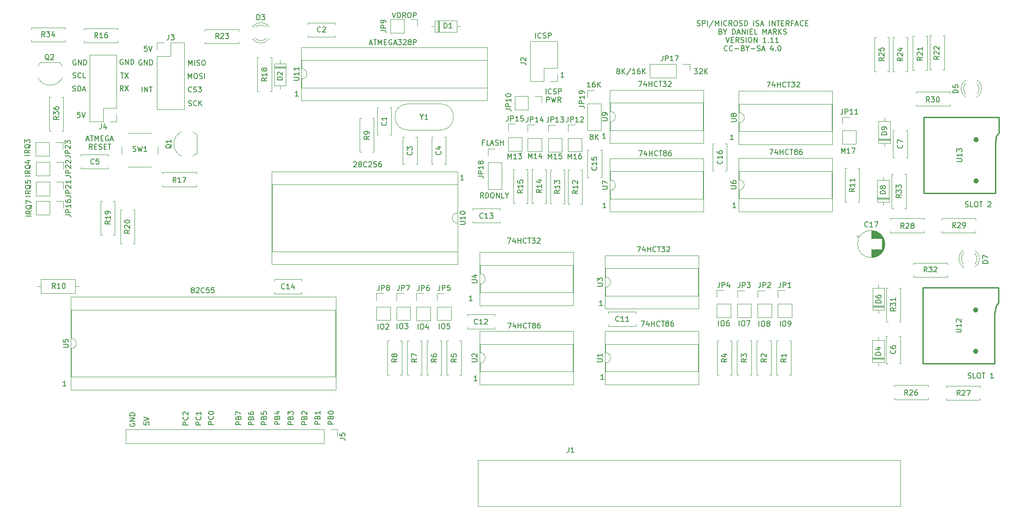
<source format=gbr>
%TF.GenerationSoftware,KiCad,Pcbnew,7.0.11+dfsg-1build4*%
%TF.CreationDate,2025-10-13T20:30:36-05:00*%
%TF.ProjectId,ISACard,49534143-6172-4642-9e6b-696361645f70,rev?*%
%TF.SameCoordinates,Original*%
%TF.FileFunction,Legend,Top*%
%TF.FilePolarity,Positive*%
%FSLAX46Y46*%
G04 Gerber Fmt 4.6, Leading zero omitted, Abs format (unit mm)*
G04 Created by KiCad (PCBNEW 7.0.11+dfsg-1build4) date 2025-10-13 20:30:36*
%MOMM*%
%LPD*%
G01*
G04 APERTURE LIST*
%ADD10C,0.150000*%
%ADD11C,0.120000*%
%ADD12C,0.250000*%
%ADD13C,1.000000*%
G04 APERTURE END LIST*
D10*
X76405238Y-77014819D02*
X76405238Y-76014819D01*
X76881428Y-77014819D02*
X76881428Y-76014819D01*
X76881428Y-76014819D02*
X77452856Y-77014819D01*
X77452856Y-77014819D02*
X77452856Y-76014819D01*
X77786190Y-76014819D02*
X78357618Y-76014819D01*
X78071904Y-77014819D02*
X78071904Y-76014819D01*
X113244819Y-141088094D02*
X112244819Y-141088094D01*
X112244819Y-141088094D02*
X112244819Y-140707142D01*
X112244819Y-140707142D02*
X112292438Y-140611904D01*
X112292438Y-140611904D02*
X112340057Y-140564285D01*
X112340057Y-140564285D02*
X112435295Y-140516666D01*
X112435295Y-140516666D02*
X112578152Y-140516666D01*
X112578152Y-140516666D02*
X112673390Y-140564285D01*
X112673390Y-140564285D02*
X112721009Y-140611904D01*
X112721009Y-140611904D02*
X112768628Y-140707142D01*
X112768628Y-140707142D02*
X112768628Y-141088094D01*
X112721009Y-139754761D02*
X112768628Y-139611904D01*
X112768628Y-139611904D02*
X112816247Y-139564285D01*
X112816247Y-139564285D02*
X112911485Y-139516666D01*
X112911485Y-139516666D02*
X113054342Y-139516666D01*
X113054342Y-139516666D02*
X113149580Y-139564285D01*
X113149580Y-139564285D02*
X113197200Y-139611904D01*
X113197200Y-139611904D02*
X113244819Y-139707142D01*
X113244819Y-139707142D02*
X113244819Y-140088094D01*
X113244819Y-140088094D02*
X112244819Y-140088094D01*
X112244819Y-140088094D02*
X112244819Y-139754761D01*
X112244819Y-139754761D02*
X112292438Y-139659523D01*
X112292438Y-139659523D02*
X112340057Y-139611904D01*
X112340057Y-139611904D02*
X112435295Y-139564285D01*
X112435295Y-139564285D02*
X112530533Y-139564285D01*
X112530533Y-139564285D02*
X112625771Y-139611904D01*
X112625771Y-139611904D02*
X112673390Y-139659523D01*
X112673390Y-139659523D02*
X112721009Y-139754761D01*
X112721009Y-139754761D02*
X112721009Y-140088094D01*
X112244819Y-138897618D02*
X112244819Y-138802380D01*
X112244819Y-138802380D02*
X112292438Y-138707142D01*
X112292438Y-138707142D02*
X112340057Y-138659523D01*
X112340057Y-138659523D02*
X112435295Y-138611904D01*
X112435295Y-138611904D02*
X112625771Y-138564285D01*
X112625771Y-138564285D02*
X112863866Y-138564285D01*
X112863866Y-138564285D02*
X113054342Y-138611904D01*
X113054342Y-138611904D02*
X113149580Y-138659523D01*
X113149580Y-138659523D02*
X113197200Y-138707142D01*
X113197200Y-138707142D02*
X113244819Y-138802380D01*
X113244819Y-138802380D02*
X113244819Y-138897618D01*
X113244819Y-138897618D02*
X113197200Y-138992856D01*
X113197200Y-138992856D02*
X113149580Y-139040475D01*
X113149580Y-139040475D02*
X113054342Y-139088094D01*
X113054342Y-139088094D02*
X112863866Y-139135713D01*
X112863866Y-139135713D02*
X112625771Y-139135713D01*
X112625771Y-139135713D02*
X112435295Y-139088094D01*
X112435295Y-139088094D02*
X112340057Y-139040475D01*
X112340057Y-139040475D02*
X112292438Y-138992856D01*
X112292438Y-138992856D02*
X112244819Y-138897618D01*
X190295714Y-86244819D02*
X189724286Y-86244819D01*
X190010000Y-86244819D02*
X190010000Y-85244819D01*
X190010000Y-85244819D02*
X189914762Y-85387676D01*
X189914762Y-85387676D02*
X189819524Y-85482914D01*
X189819524Y-85482914D02*
X189724286Y-85530533D01*
X90194819Y-141128094D02*
X89194819Y-141128094D01*
X89194819Y-141128094D02*
X89194819Y-140747142D01*
X89194819Y-140747142D02*
X89242438Y-140651904D01*
X89242438Y-140651904D02*
X89290057Y-140604285D01*
X89290057Y-140604285D02*
X89385295Y-140556666D01*
X89385295Y-140556666D02*
X89528152Y-140556666D01*
X89528152Y-140556666D02*
X89623390Y-140604285D01*
X89623390Y-140604285D02*
X89671009Y-140651904D01*
X89671009Y-140651904D02*
X89718628Y-140747142D01*
X89718628Y-140747142D02*
X89718628Y-141128094D01*
X90099580Y-139556666D02*
X90147200Y-139604285D01*
X90147200Y-139604285D02*
X90194819Y-139747142D01*
X90194819Y-139747142D02*
X90194819Y-139842380D01*
X90194819Y-139842380D02*
X90147200Y-139985237D01*
X90147200Y-139985237D02*
X90051961Y-140080475D01*
X90051961Y-140080475D02*
X89956723Y-140128094D01*
X89956723Y-140128094D02*
X89766247Y-140175713D01*
X89766247Y-140175713D02*
X89623390Y-140175713D01*
X89623390Y-140175713D02*
X89432914Y-140128094D01*
X89432914Y-140128094D02*
X89337676Y-140080475D01*
X89337676Y-140080475D02*
X89242438Y-139985237D01*
X89242438Y-139985237D02*
X89194819Y-139842380D01*
X89194819Y-139842380D02*
X89194819Y-139747142D01*
X89194819Y-139747142D02*
X89242438Y-139604285D01*
X89242438Y-139604285D02*
X89290057Y-139556666D01*
X89194819Y-138937618D02*
X89194819Y-138842380D01*
X89194819Y-138842380D02*
X89242438Y-138747142D01*
X89242438Y-138747142D02*
X89290057Y-138699523D01*
X89290057Y-138699523D02*
X89385295Y-138651904D01*
X89385295Y-138651904D02*
X89575771Y-138604285D01*
X89575771Y-138604285D02*
X89813866Y-138604285D01*
X89813866Y-138604285D02*
X90004342Y-138651904D01*
X90004342Y-138651904D02*
X90099580Y-138699523D01*
X90099580Y-138699523D02*
X90147200Y-138747142D01*
X90147200Y-138747142D02*
X90194819Y-138842380D01*
X90194819Y-138842380D02*
X90194819Y-138937618D01*
X90194819Y-138937618D02*
X90147200Y-139032856D01*
X90147200Y-139032856D02*
X90099580Y-139080475D01*
X90099580Y-139080475D02*
X90004342Y-139128094D01*
X90004342Y-139128094D02*
X89813866Y-139175713D01*
X89813866Y-139175713D02*
X89575771Y-139175713D01*
X89575771Y-139175713D02*
X89385295Y-139128094D01*
X89385295Y-139128094D02*
X89290057Y-139080475D01*
X89290057Y-139080475D02*
X89242438Y-139032856D01*
X89242438Y-139032856D02*
X89194819Y-138937618D01*
X85947142Y-76929580D02*
X85899523Y-76977200D01*
X85899523Y-76977200D02*
X85756666Y-77024819D01*
X85756666Y-77024819D02*
X85661428Y-77024819D01*
X85661428Y-77024819D02*
X85518571Y-76977200D01*
X85518571Y-76977200D02*
X85423333Y-76881961D01*
X85423333Y-76881961D02*
X85375714Y-76786723D01*
X85375714Y-76786723D02*
X85328095Y-76596247D01*
X85328095Y-76596247D02*
X85328095Y-76453390D01*
X85328095Y-76453390D02*
X85375714Y-76262914D01*
X85375714Y-76262914D02*
X85423333Y-76167676D01*
X85423333Y-76167676D02*
X85518571Y-76072438D01*
X85518571Y-76072438D02*
X85661428Y-76024819D01*
X85661428Y-76024819D02*
X85756666Y-76024819D01*
X85756666Y-76024819D02*
X85899523Y-76072438D01*
X85899523Y-76072438D02*
X85947142Y-76120057D01*
X86328095Y-76977200D02*
X86470952Y-77024819D01*
X86470952Y-77024819D02*
X86709047Y-77024819D01*
X86709047Y-77024819D02*
X86804285Y-76977200D01*
X86804285Y-76977200D02*
X86851904Y-76929580D01*
X86851904Y-76929580D02*
X86899523Y-76834342D01*
X86899523Y-76834342D02*
X86899523Y-76739104D01*
X86899523Y-76739104D02*
X86851904Y-76643866D01*
X86851904Y-76643866D02*
X86804285Y-76596247D01*
X86804285Y-76596247D02*
X86709047Y-76548628D01*
X86709047Y-76548628D02*
X86518571Y-76501009D01*
X86518571Y-76501009D02*
X86423333Y-76453390D01*
X86423333Y-76453390D02*
X86375714Y-76405771D01*
X86375714Y-76405771D02*
X86328095Y-76310533D01*
X86328095Y-76310533D02*
X86328095Y-76215295D01*
X86328095Y-76215295D02*
X86375714Y-76120057D01*
X86375714Y-76120057D02*
X86423333Y-76072438D01*
X86423333Y-76072438D02*
X86518571Y-76024819D01*
X86518571Y-76024819D02*
X86756666Y-76024819D01*
X86756666Y-76024819D02*
X86899523Y-76072438D01*
X87232857Y-76024819D02*
X87851904Y-76024819D01*
X87851904Y-76024819D02*
X87518571Y-76405771D01*
X87518571Y-76405771D02*
X87661428Y-76405771D01*
X87661428Y-76405771D02*
X87756666Y-76453390D01*
X87756666Y-76453390D02*
X87804285Y-76501009D01*
X87804285Y-76501009D02*
X87851904Y-76596247D01*
X87851904Y-76596247D02*
X87851904Y-76834342D01*
X87851904Y-76834342D02*
X87804285Y-76929580D01*
X87804285Y-76929580D02*
X87756666Y-76977200D01*
X87756666Y-76977200D02*
X87661428Y-77024819D01*
X87661428Y-77024819D02*
X87375714Y-77024819D01*
X87375714Y-77024819D02*
X87280476Y-76977200D01*
X87280476Y-76977200D02*
X87232857Y-76929580D01*
X125550000Y-122694819D02*
X125550000Y-121694819D01*
X126216666Y-121694819D02*
X126407142Y-121694819D01*
X126407142Y-121694819D02*
X126502380Y-121742438D01*
X126502380Y-121742438D02*
X126597618Y-121837676D01*
X126597618Y-121837676D02*
X126645237Y-122028152D01*
X126645237Y-122028152D02*
X126645237Y-122361485D01*
X126645237Y-122361485D02*
X126597618Y-122551961D01*
X126597618Y-122551961D02*
X126502380Y-122647200D01*
X126502380Y-122647200D02*
X126407142Y-122694819D01*
X126407142Y-122694819D02*
X126216666Y-122694819D01*
X126216666Y-122694819D02*
X126121428Y-122647200D01*
X126121428Y-122647200D02*
X126026190Y-122551961D01*
X126026190Y-122551961D02*
X125978571Y-122361485D01*
X125978571Y-122361485D02*
X125978571Y-122028152D01*
X125978571Y-122028152D02*
X126026190Y-121837676D01*
X126026190Y-121837676D02*
X126121428Y-121742438D01*
X126121428Y-121742438D02*
X126216666Y-121694819D01*
X126978571Y-121694819D02*
X127597618Y-121694819D01*
X127597618Y-121694819D02*
X127264285Y-122075771D01*
X127264285Y-122075771D02*
X127407142Y-122075771D01*
X127407142Y-122075771D02*
X127502380Y-122123390D01*
X127502380Y-122123390D02*
X127549999Y-122171009D01*
X127549999Y-122171009D02*
X127597618Y-122266247D01*
X127597618Y-122266247D02*
X127597618Y-122504342D01*
X127597618Y-122504342D02*
X127549999Y-122599580D01*
X127549999Y-122599580D02*
X127502380Y-122647200D01*
X127502380Y-122647200D02*
X127407142Y-122694819D01*
X127407142Y-122694819D02*
X127121428Y-122694819D01*
X127121428Y-122694819D02*
X127026190Y-122647200D01*
X127026190Y-122647200D02*
X126978571Y-122599580D01*
X64439523Y-80944819D02*
X63963333Y-80944819D01*
X63963333Y-80944819D02*
X63915714Y-81421009D01*
X63915714Y-81421009D02*
X63963333Y-81373390D01*
X63963333Y-81373390D02*
X64058571Y-81325771D01*
X64058571Y-81325771D02*
X64296666Y-81325771D01*
X64296666Y-81325771D02*
X64391904Y-81373390D01*
X64391904Y-81373390D02*
X64439523Y-81421009D01*
X64439523Y-81421009D02*
X64487142Y-81516247D01*
X64487142Y-81516247D02*
X64487142Y-81754342D01*
X64487142Y-81754342D02*
X64439523Y-81849580D01*
X64439523Y-81849580D02*
X64391904Y-81897200D01*
X64391904Y-81897200D02*
X64296666Y-81944819D01*
X64296666Y-81944819D02*
X64058571Y-81944819D01*
X64058571Y-81944819D02*
X63963333Y-81897200D01*
X63963333Y-81897200D02*
X63915714Y-81849580D01*
X64772857Y-80944819D02*
X65106190Y-81944819D01*
X65106190Y-81944819D02*
X65439523Y-80944819D01*
X85364286Y-79647200D02*
X85507143Y-79694819D01*
X85507143Y-79694819D02*
X85745238Y-79694819D01*
X85745238Y-79694819D02*
X85840476Y-79647200D01*
X85840476Y-79647200D02*
X85888095Y-79599580D01*
X85888095Y-79599580D02*
X85935714Y-79504342D01*
X85935714Y-79504342D02*
X85935714Y-79409104D01*
X85935714Y-79409104D02*
X85888095Y-79313866D01*
X85888095Y-79313866D02*
X85840476Y-79266247D01*
X85840476Y-79266247D02*
X85745238Y-79218628D01*
X85745238Y-79218628D02*
X85554762Y-79171009D01*
X85554762Y-79171009D02*
X85459524Y-79123390D01*
X85459524Y-79123390D02*
X85411905Y-79075771D01*
X85411905Y-79075771D02*
X85364286Y-78980533D01*
X85364286Y-78980533D02*
X85364286Y-78885295D01*
X85364286Y-78885295D02*
X85411905Y-78790057D01*
X85411905Y-78790057D02*
X85459524Y-78742438D01*
X85459524Y-78742438D02*
X85554762Y-78694819D01*
X85554762Y-78694819D02*
X85792857Y-78694819D01*
X85792857Y-78694819D02*
X85935714Y-78742438D01*
X86935714Y-79599580D02*
X86888095Y-79647200D01*
X86888095Y-79647200D02*
X86745238Y-79694819D01*
X86745238Y-79694819D02*
X86650000Y-79694819D01*
X86650000Y-79694819D02*
X86507143Y-79647200D01*
X86507143Y-79647200D02*
X86411905Y-79551961D01*
X86411905Y-79551961D02*
X86364286Y-79456723D01*
X86364286Y-79456723D02*
X86316667Y-79266247D01*
X86316667Y-79266247D02*
X86316667Y-79123390D01*
X86316667Y-79123390D02*
X86364286Y-78932914D01*
X86364286Y-78932914D02*
X86411905Y-78837676D01*
X86411905Y-78837676D02*
X86507143Y-78742438D01*
X86507143Y-78742438D02*
X86650000Y-78694819D01*
X86650000Y-78694819D02*
X86745238Y-78694819D01*
X86745238Y-78694819D02*
X86888095Y-78742438D01*
X86888095Y-78742438D02*
X86935714Y-78790057D01*
X87364286Y-79694819D02*
X87364286Y-78694819D01*
X87935714Y-79694819D02*
X87507143Y-79123390D01*
X87935714Y-78694819D02*
X87364286Y-79266247D01*
X65678571Y-86164104D02*
X66154761Y-86164104D01*
X65583333Y-86449819D02*
X65916666Y-85449819D01*
X65916666Y-85449819D02*
X66249999Y-86449819D01*
X66440476Y-85449819D02*
X67011904Y-85449819D01*
X66726190Y-86449819D02*
X66726190Y-85449819D01*
X67345238Y-86449819D02*
X67345238Y-85449819D01*
X67345238Y-85449819D02*
X67678571Y-86164104D01*
X67678571Y-86164104D02*
X68011904Y-85449819D01*
X68011904Y-85449819D02*
X68011904Y-86449819D01*
X68488095Y-85926009D02*
X68821428Y-85926009D01*
X68964285Y-86449819D02*
X68488095Y-86449819D01*
X68488095Y-86449819D02*
X68488095Y-85449819D01*
X68488095Y-85449819D02*
X68964285Y-85449819D01*
X69916666Y-85497438D02*
X69821428Y-85449819D01*
X69821428Y-85449819D02*
X69678571Y-85449819D01*
X69678571Y-85449819D02*
X69535714Y-85497438D01*
X69535714Y-85497438D02*
X69440476Y-85592676D01*
X69440476Y-85592676D02*
X69392857Y-85687914D01*
X69392857Y-85687914D02*
X69345238Y-85878390D01*
X69345238Y-85878390D02*
X69345238Y-86021247D01*
X69345238Y-86021247D02*
X69392857Y-86211723D01*
X69392857Y-86211723D02*
X69440476Y-86306961D01*
X69440476Y-86306961D02*
X69535714Y-86402200D01*
X69535714Y-86402200D02*
X69678571Y-86449819D01*
X69678571Y-86449819D02*
X69773809Y-86449819D01*
X69773809Y-86449819D02*
X69916666Y-86402200D01*
X69916666Y-86402200D02*
X69964285Y-86354580D01*
X69964285Y-86354580D02*
X69964285Y-86021247D01*
X69964285Y-86021247D02*
X69773809Y-86021247D01*
X70345238Y-86164104D02*
X70821428Y-86164104D01*
X70250000Y-86449819D02*
X70583333Y-85449819D01*
X70583333Y-85449819D02*
X70916666Y-86449819D01*
X66797618Y-88059819D02*
X66464285Y-87583628D01*
X66226190Y-88059819D02*
X66226190Y-87059819D01*
X66226190Y-87059819D02*
X66607142Y-87059819D01*
X66607142Y-87059819D02*
X66702380Y-87107438D01*
X66702380Y-87107438D02*
X66749999Y-87155057D01*
X66749999Y-87155057D02*
X66797618Y-87250295D01*
X66797618Y-87250295D02*
X66797618Y-87393152D01*
X66797618Y-87393152D02*
X66749999Y-87488390D01*
X66749999Y-87488390D02*
X66702380Y-87536009D01*
X66702380Y-87536009D02*
X66607142Y-87583628D01*
X66607142Y-87583628D02*
X66226190Y-87583628D01*
X67226190Y-87536009D02*
X67559523Y-87536009D01*
X67702380Y-88059819D02*
X67226190Y-88059819D01*
X67226190Y-88059819D02*
X67226190Y-87059819D01*
X67226190Y-87059819D02*
X67702380Y-87059819D01*
X68083333Y-88012200D02*
X68226190Y-88059819D01*
X68226190Y-88059819D02*
X68464285Y-88059819D01*
X68464285Y-88059819D02*
X68559523Y-88012200D01*
X68559523Y-88012200D02*
X68607142Y-87964580D01*
X68607142Y-87964580D02*
X68654761Y-87869342D01*
X68654761Y-87869342D02*
X68654761Y-87774104D01*
X68654761Y-87774104D02*
X68607142Y-87678866D01*
X68607142Y-87678866D02*
X68559523Y-87631247D01*
X68559523Y-87631247D02*
X68464285Y-87583628D01*
X68464285Y-87583628D02*
X68273809Y-87536009D01*
X68273809Y-87536009D02*
X68178571Y-87488390D01*
X68178571Y-87488390D02*
X68130952Y-87440771D01*
X68130952Y-87440771D02*
X68083333Y-87345533D01*
X68083333Y-87345533D02*
X68083333Y-87250295D01*
X68083333Y-87250295D02*
X68130952Y-87155057D01*
X68130952Y-87155057D02*
X68178571Y-87107438D01*
X68178571Y-87107438D02*
X68273809Y-87059819D01*
X68273809Y-87059819D02*
X68511904Y-87059819D01*
X68511904Y-87059819D02*
X68654761Y-87107438D01*
X69083333Y-87536009D02*
X69416666Y-87536009D01*
X69559523Y-88059819D02*
X69083333Y-88059819D01*
X69083333Y-88059819D02*
X69083333Y-87059819D01*
X69083333Y-87059819D02*
X69559523Y-87059819D01*
X69845238Y-87059819D02*
X70416666Y-87059819D01*
X70130952Y-88059819D02*
X70130952Y-87059819D01*
X54874819Y-93239999D02*
X53874819Y-93239999D01*
X54874819Y-92192381D02*
X54398628Y-92525714D01*
X54874819Y-92763809D02*
X53874819Y-92763809D01*
X53874819Y-92763809D02*
X53874819Y-92382857D01*
X53874819Y-92382857D02*
X53922438Y-92287619D01*
X53922438Y-92287619D02*
X53970057Y-92240000D01*
X53970057Y-92240000D02*
X54065295Y-92192381D01*
X54065295Y-92192381D02*
X54208152Y-92192381D01*
X54208152Y-92192381D02*
X54303390Y-92240000D01*
X54303390Y-92240000D02*
X54351009Y-92287619D01*
X54351009Y-92287619D02*
X54398628Y-92382857D01*
X54398628Y-92382857D02*
X54398628Y-92763809D01*
X54970057Y-91097143D02*
X54922438Y-91192381D01*
X54922438Y-91192381D02*
X54827200Y-91287619D01*
X54827200Y-91287619D02*
X54684342Y-91430476D01*
X54684342Y-91430476D02*
X54636723Y-91525714D01*
X54636723Y-91525714D02*
X54636723Y-91620952D01*
X54874819Y-91573333D02*
X54827200Y-91668571D01*
X54827200Y-91668571D02*
X54731961Y-91763809D01*
X54731961Y-91763809D02*
X54541485Y-91811428D01*
X54541485Y-91811428D02*
X54208152Y-91811428D01*
X54208152Y-91811428D02*
X54017676Y-91763809D01*
X54017676Y-91763809D02*
X53922438Y-91668571D01*
X53922438Y-91668571D02*
X53874819Y-91573333D01*
X53874819Y-91573333D02*
X53874819Y-91382857D01*
X53874819Y-91382857D02*
X53922438Y-91287619D01*
X53922438Y-91287619D02*
X54017676Y-91192381D01*
X54017676Y-91192381D02*
X54208152Y-91144762D01*
X54208152Y-91144762D02*
X54541485Y-91144762D01*
X54541485Y-91144762D02*
X54731961Y-91192381D01*
X54731961Y-91192381D02*
X54827200Y-91287619D01*
X54827200Y-91287619D02*
X54874819Y-91382857D01*
X54874819Y-91382857D02*
X54874819Y-91573333D01*
X54208152Y-90287619D02*
X54874819Y-90287619D01*
X53827200Y-90525714D02*
X54541485Y-90763809D01*
X54541485Y-90763809D02*
X54541485Y-90144762D01*
X63658095Y-70872438D02*
X63562857Y-70824819D01*
X63562857Y-70824819D02*
X63420000Y-70824819D01*
X63420000Y-70824819D02*
X63277143Y-70872438D01*
X63277143Y-70872438D02*
X63181905Y-70967676D01*
X63181905Y-70967676D02*
X63134286Y-71062914D01*
X63134286Y-71062914D02*
X63086667Y-71253390D01*
X63086667Y-71253390D02*
X63086667Y-71396247D01*
X63086667Y-71396247D02*
X63134286Y-71586723D01*
X63134286Y-71586723D02*
X63181905Y-71681961D01*
X63181905Y-71681961D02*
X63277143Y-71777200D01*
X63277143Y-71777200D02*
X63420000Y-71824819D01*
X63420000Y-71824819D02*
X63515238Y-71824819D01*
X63515238Y-71824819D02*
X63658095Y-71777200D01*
X63658095Y-71777200D02*
X63705714Y-71729580D01*
X63705714Y-71729580D02*
X63705714Y-71396247D01*
X63705714Y-71396247D02*
X63515238Y-71396247D01*
X64134286Y-71824819D02*
X64134286Y-70824819D01*
X64134286Y-70824819D02*
X64705714Y-71824819D01*
X64705714Y-71824819D02*
X64705714Y-70824819D01*
X65181905Y-71824819D02*
X65181905Y-70824819D01*
X65181905Y-70824819D02*
X65420000Y-70824819D01*
X65420000Y-70824819D02*
X65562857Y-70872438D01*
X65562857Y-70872438D02*
X65658095Y-70967676D01*
X65658095Y-70967676D02*
X65705714Y-71062914D01*
X65705714Y-71062914D02*
X65753333Y-71253390D01*
X65753333Y-71253390D02*
X65753333Y-71396247D01*
X65753333Y-71396247D02*
X65705714Y-71586723D01*
X65705714Y-71586723D02*
X65658095Y-71681961D01*
X65658095Y-71681961D02*
X65562857Y-71777200D01*
X65562857Y-71777200D02*
X65420000Y-71824819D01*
X65420000Y-71824819D02*
X65181905Y-71824819D01*
X100374819Y-141148094D02*
X99374819Y-141148094D01*
X99374819Y-141148094D02*
X99374819Y-140767142D01*
X99374819Y-140767142D02*
X99422438Y-140671904D01*
X99422438Y-140671904D02*
X99470057Y-140624285D01*
X99470057Y-140624285D02*
X99565295Y-140576666D01*
X99565295Y-140576666D02*
X99708152Y-140576666D01*
X99708152Y-140576666D02*
X99803390Y-140624285D01*
X99803390Y-140624285D02*
X99851009Y-140671904D01*
X99851009Y-140671904D02*
X99898628Y-140767142D01*
X99898628Y-140767142D02*
X99898628Y-141148094D01*
X99851009Y-139814761D02*
X99898628Y-139671904D01*
X99898628Y-139671904D02*
X99946247Y-139624285D01*
X99946247Y-139624285D02*
X100041485Y-139576666D01*
X100041485Y-139576666D02*
X100184342Y-139576666D01*
X100184342Y-139576666D02*
X100279580Y-139624285D01*
X100279580Y-139624285D02*
X100327200Y-139671904D01*
X100327200Y-139671904D02*
X100374819Y-139767142D01*
X100374819Y-139767142D02*
X100374819Y-140148094D01*
X100374819Y-140148094D02*
X99374819Y-140148094D01*
X99374819Y-140148094D02*
X99374819Y-139814761D01*
X99374819Y-139814761D02*
X99422438Y-139719523D01*
X99422438Y-139719523D02*
X99470057Y-139671904D01*
X99470057Y-139671904D02*
X99565295Y-139624285D01*
X99565295Y-139624285D02*
X99660533Y-139624285D01*
X99660533Y-139624285D02*
X99755771Y-139671904D01*
X99755771Y-139671904D02*
X99803390Y-139719523D01*
X99803390Y-139719523D02*
X99851009Y-139814761D01*
X99851009Y-139814761D02*
X99851009Y-140148094D01*
X99374819Y-138671904D02*
X99374819Y-139148094D01*
X99374819Y-139148094D02*
X99851009Y-139195713D01*
X99851009Y-139195713D02*
X99803390Y-139148094D01*
X99803390Y-139148094D02*
X99755771Y-139052856D01*
X99755771Y-139052856D02*
X99755771Y-138814761D01*
X99755771Y-138814761D02*
X99803390Y-138719523D01*
X99803390Y-138719523D02*
X99851009Y-138671904D01*
X99851009Y-138671904D02*
X99946247Y-138624285D01*
X99946247Y-138624285D02*
X100184342Y-138624285D01*
X100184342Y-138624285D02*
X100279580Y-138671904D01*
X100279580Y-138671904D02*
X100327200Y-138719523D01*
X100327200Y-138719523D02*
X100374819Y-138814761D01*
X100374819Y-138814761D02*
X100374819Y-139052856D01*
X100374819Y-139052856D02*
X100327200Y-139148094D01*
X100327200Y-139148094D02*
X100279580Y-139195713D01*
X117149524Y-90580057D02*
X117197143Y-90532438D01*
X117197143Y-90532438D02*
X117292381Y-90484819D01*
X117292381Y-90484819D02*
X117530476Y-90484819D01*
X117530476Y-90484819D02*
X117625714Y-90532438D01*
X117625714Y-90532438D02*
X117673333Y-90580057D01*
X117673333Y-90580057D02*
X117720952Y-90675295D01*
X117720952Y-90675295D02*
X117720952Y-90770533D01*
X117720952Y-90770533D02*
X117673333Y-90913390D01*
X117673333Y-90913390D02*
X117101905Y-91484819D01*
X117101905Y-91484819D02*
X117720952Y-91484819D01*
X118292381Y-90913390D02*
X118197143Y-90865771D01*
X118197143Y-90865771D02*
X118149524Y-90818152D01*
X118149524Y-90818152D02*
X118101905Y-90722914D01*
X118101905Y-90722914D02*
X118101905Y-90675295D01*
X118101905Y-90675295D02*
X118149524Y-90580057D01*
X118149524Y-90580057D02*
X118197143Y-90532438D01*
X118197143Y-90532438D02*
X118292381Y-90484819D01*
X118292381Y-90484819D02*
X118482857Y-90484819D01*
X118482857Y-90484819D02*
X118578095Y-90532438D01*
X118578095Y-90532438D02*
X118625714Y-90580057D01*
X118625714Y-90580057D02*
X118673333Y-90675295D01*
X118673333Y-90675295D02*
X118673333Y-90722914D01*
X118673333Y-90722914D02*
X118625714Y-90818152D01*
X118625714Y-90818152D02*
X118578095Y-90865771D01*
X118578095Y-90865771D02*
X118482857Y-90913390D01*
X118482857Y-90913390D02*
X118292381Y-90913390D01*
X118292381Y-90913390D02*
X118197143Y-90961009D01*
X118197143Y-90961009D02*
X118149524Y-91008628D01*
X118149524Y-91008628D02*
X118101905Y-91103866D01*
X118101905Y-91103866D02*
X118101905Y-91294342D01*
X118101905Y-91294342D02*
X118149524Y-91389580D01*
X118149524Y-91389580D02*
X118197143Y-91437200D01*
X118197143Y-91437200D02*
X118292381Y-91484819D01*
X118292381Y-91484819D02*
X118482857Y-91484819D01*
X118482857Y-91484819D02*
X118578095Y-91437200D01*
X118578095Y-91437200D02*
X118625714Y-91389580D01*
X118625714Y-91389580D02*
X118673333Y-91294342D01*
X118673333Y-91294342D02*
X118673333Y-91103866D01*
X118673333Y-91103866D02*
X118625714Y-91008628D01*
X118625714Y-91008628D02*
X118578095Y-90961009D01*
X118578095Y-90961009D02*
X118482857Y-90913390D01*
X119673333Y-91389580D02*
X119625714Y-91437200D01*
X119625714Y-91437200D02*
X119482857Y-91484819D01*
X119482857Y-91484819D02*
X119387619Y-91484819D01*
X119387619Y-91484819D02*
X119244762Y-91437200D01*
X119244762Y-91437200D02*
X119149524Y-91341961D01*
X119149524Y-91341961D02*
X119101905Y-91246723D01*
X119101905Y-91246723D02*
X119054286Y-91056247D01*
X119054286Y-91056247D02*
X119054286Y-90913390D01*
X119054286Y-90913390D02*
X119101905Y-90722914D01*
X119101905Y-90722914D02*
X119149524Y-90627676D01*
X119149524Y-90627676D02*
X119244762Y-90532438D01*
X119244762Y-90532438D02*
X119387619Y-90484819D01*
X119387619Y-90484819D02*
X119482857Y-90484819D01*
X119482857Y-90484819D02*
X119625714Y-90532438D01*
X119625714Y-90532438D02*
X119673333Y-90580057D01*
X120054286Y-90580057D02*
X120101905Y-90532438D01*
X120101905Y-90532438D02*
X120197143Y-90484819D01*
X120197143Y-90484819D02*
X120435238Y-90484819D01*
X120435238Y-90484819D02*
X120530476Y-90532438D01*
X120530476Y-90532438D02*
X120578095Y-90580057D01*
X120578095Y-90580057D02*
X120625714Y-90675295D01*
X120625714Y-90675295D02*
X120625714Y-90770533D01*
X120625714Y-90770533D02*
X120578095Y-90913390D01*
X120578095Y-90913390D02*
X120006667Y-91484819D01*
X120006667Y-91484819D02*
X120625714Y-91484819D01*
X121530476Y-90484819D02*
X121054286Y-90484819D01*
X121054286Y-90484819D02*
X121006667Y-90961009D01*
X121006667Y-90961009D02*
X121054286Y-90913390D01*
X121054286Y-90913390D02*
X121149524Y-90865771D01*
X121149524Y-90865771D02*
X121387619Y-90865771D01*
X121387619Y-90865771D02*
X121482857Y-90913390D01*
X121482857Y-90913390D02*
X121530476Y-90961009D01*
X121530476Y-90961009D02*
X121578095Y-91056247D01*
X121578095Y-91056247D02*
X121578095Y-91294342D01*
X121578095Y-91294342D02*
X121530476Y-91389580D01*
X121530476Y-91389580D02*
X121482857Y-91437200D01*
X121482857Y-91437200D02*
X121387619Y-91484819D01*
X121387619Y-91484819D02*
X121149524Y-91484819D01*
X121149524Y-91484819D02*
X121054286Y-91437200D01*
X121054286Y-91437200D02*
X121006667Y-91389580D01*
X122435238Y-90484819D02*
X122244762Y-90484819D01*
X122244762Y-90484819D02*
X122149524Y-90532438D01*
X122149524Y-90532438D02*
X122101905Y-90580057D01*
X122101905Y-90580057D02*
X122006667Y-90722914D01*
X122006667Y-90722914D02*
X121959048Y-90913390D01*
X121959048Y-90913390D02*
X121959048Y-91294342D01*
X121959048Y-91294342D02*
X122006667Y-91389580D01*
X122006667Y-91389580D02*
X122054286Y-91437200D01*
X122054286Y-91437200D02*
X122149524Y-91484819D01*
X122149524Y-91484819D02*
X122340000Y-91484819D01*
X122340000Y-91484819D02*
X122435238Y-91437200D01*
X122435238Y-91437200D02*
X122482857Y-91389580D01*
X122482857Y-91389580D02*
X122530476Y-91294342D01*
X122530476Y-91294342D02*
X122530476Y-91056247D01*
X122530476Y-91056247D02*
X122482857Y-90961009D01*
X122482857Y-90961009D02*
X122435238Y-90913390D01*
X122435238Y-90913390D02*
X122340000Y-90865771D01*
X122340000Y-90865771D02*
X122149524Y-90865771D01*
X122149524Y-90865771D02*
X122054286Y-90913390D01*
X122054286Y-90913390D02*
X122006667Y-90961009D01*
X122006667Y-90961009D02*
X121959048Y-91056247D01*
X142148571Y-97444819D02*
X141815238Y-96968628D01*
X141577143Y-97444819D02*
X141577143Y-96444819D01*
X141577143Y-96444819D02*
X141958095Y-96444819D01*
X141958095Y-96444819D02*
X142053333Y-96492438D01*
X142053333Y-96492438D02*
X142100952Y-96540057D01*
X142100952Y-96540057D02*
X142148571Y-96635295D01*
X142148571Y-96635295D02*
X142148571Y-96778152D01*
X142148571Y-96778152D02*
X142100952Y-96873390D01*
X142100952Y-96873390D02*
X142053333Y-96921009D01*
X142053333Y-96921009D02*
X141958095Y-96968628D01*
X141958095Y-96968628D02*
X141577143Y-96968628D01*
X142577143Y-97444819D02*
X142577143Y-96444819D01*
X142577143Y-96444819D02*
X142815238Y-96444819D01*
X142815238Y-96444819D02*
X142958095Y-96492438D01*
X142958095Y-96492438D02*
X143053333Y-96587676D01*
X143053333Y-96587676D02*
X143100952Y-96682914D01*
X143100952Y-96682914D02*
X143148571Y-96873390D01*
X143148571Y-96873390D02*
X143148571Y-97016247D01*
X143148571Y-97016247D02*
X143100952Y-97206723D01*
X143100952Y-97206723D02*
X143053333Y-97301961D01*
X143053333Y-97301961D02*
X142958095Y-97397200D01*
X142958095Y-97397200D02*
X142815238Y-97444819D01*
X142815238Y-97444819D02*
X142577143Y-97444819D01*
X143767619Y-96444819D02*
X143958095Y-96444819D01*
X143958095Y-96444819D02*
X144053333Y-96492438D01*
X144053333Y-96492438D02*
X144148571Y-96587676D01*
X144148571Y-96587676D02*
X144196190Y-96778152D01*
X144196190Y-96778152D02*
X144196190Y-97111485D01*
X144196190Y-97111485D02*
X144148571Y-97301961D01*
X144148571Y-97301961D02*
X144053333Y-97397200D01*
X144053333Y-97397200D02*
X143958095Y-97444819D01*
X143958095Y-97444819D02*
X143767619Y-97444819D01*
X143767619Y-97444819D02*
X143672381Y-97397200D01*
X143672381Y-97397200D02*
X143577143Y-97301961D01*
X143577143Y-97301961D02*
X143529524Y-97111485D01*
X143529524Y-97111485D02*
X143529524Y-96778152D01*
X143529524Y-96778152D02*
X143577143Y-96587676D01*
X143577143Y-96587676D02*
X143672381Y-96492438D01*
X143672381Y-96492438D02*
X143767619Y-96444819D01*
X144624762Y-97444819D02*
X144624762Y-96444819D01*
X144624762Y-96444819D02*
X145196190Y-97444819D01*
X145196190Y-97444819D02*
X145196190Y-96444819D01*
X146148571Y-97444819D02*
X145672381Y-97444819D01*
X145672381Y-97444819D02*
X145672381Y-96444819D01*
X146672381Y-96968628D02*
X146672381Y-97444819D01*
X146339048Y-96444819D02*
X146672381Y-96968628D01*
X146672381Y-96968628D02*
X147005714Y-96444819D01*
X197273333Y-88094819D02*
X197939999Y-88094819D01*
X197939999Y-88094819D02*
X197511428Y-89094819D01*
X198749523Y-88428152D02*
X198749523Y-89094819D01*
X198511428Y-88047200D02*
X198273333Y-88761485D01*
X198273333Y-88761485D02*
X198892380Y-88761485D01*
X199273333Y-89094819D02*
X199273333Y-88094819D01*
X199273333Y-88571009D02*
X199844761Y-88571009D01*
X199844761Y-89094819D02*
X199844761Y-88094819D01*
X200892380Y-88999580D02*
X200844761Y-89047200D01*
X200844761Y-89047200D02*
X200701904Y-89094819D01*
X200701904Y-89094819D02*
X200606666Y-89094819D01*
X200606666Y-89094819D02*
X200463809Y-89047200D01*
X200463809Y-89047200D02*
X200368571Y-88951961D01*
X200368571Y-88951961D02*
X200320952Y-88856723D01*
X200320952Y-88856723D02*
X200273333Y-88666247D01*
X200273333Y-88666247D02*
X200273333Y-88523390D01*
X200273333Y-88523390D02*
X200320952Y-88332914D01*
X200320952Y-88332914D02*
X200368571Y-88237676D01*
X200368571Y-88237676D02*
X200463809Y-88142438D01*
X200463809Y-88142438D02*
X200606666Y-88094819D01*
X200606666Y-88094819D02*
X200701904Y-88094819D01*
X200701904Y-88094819D02*
X200844761Y-88142438D01*
X200844761Y-88142438D02*
X200892380Y-88190057D01*
X201178095Y-88094819D02*
X201749523Y-88094819D01*
X201463809Y-89094819D02*
X201463809Y-88094819D01*
X202225714Y-88523390D02*
X202130476Y-88475771D01*
X202130476Y-88475771D02*
X202082857Y-88428152D01*
X202082857Y-88428152D02*
X202035238Y-88332914D01*
X202035238Y-88332914D02*
X202035238Y-88285295D01*
X202035238Y-88285295D02*
X202082857Y-88190057D01*
X202082857Y-88190057D02*
X202130476Y-88142438D01*
X202130476Y-88142438D02*
X202225714Y-88094819D01*
X202225714Y-88094819D02*
X202416190Y-88094819D01*
X202416190Y-88094819D02*
X202511428Y-88142438D01*
X202511428Y-88142438D02*
X202559047Y-88190057D01*
X202559047Y-88190057D02*
X202606666Y-88285295D01*
X202606666Y-88285295D02*
X202606666Y-88332914D01*
X202606666Y-88332914D02*
X202559047Y-88428152D01*
X202559047Y-88428152D02*
X202511428Y-88475771D01*
X202511428Y-88475771D02*
X202416190Y-88523390D01*
X202416190Y-88523390D02*
X202225714Y-88523390D01*
X202225714Y-88523390D02*
X202130476Y-88571009D01*
X202130476Y-88571009D02*
X202082857Y-88618628D01*
X202082857Y-88618628D02*
X202035238Y-88713866D01*
X202035238Y-88713866D02*
X202035238Y-88904342D01*
X202035238Y-88904342D02*
X202082857Y-88999580D01*
X202082857Y-88999580D02*
X202130476Y-89047200D01*
X202130476Y-89047200D02*
X202225714Y-89094819D01*
X202225714Y-89094819D02*
X202416190Y-89094819D01*
X202416190Y-89094819D02*
X202511428Y-89047200D01*
X202511428Y-89047200D02*
X202559047Y-88999580D01*
X202559047Y-88999580D02*
X202606666Y-88904342D01*
X202606666Y-88904342D02*
X202606666Y-88713866D01*
X202606666Y-88713866D02*
X202559047Y-88618628D01*
X202559047Y-88618628D02*
X202511428Y-88571009D01*
X202511428Y-88571009D02*
X202416190Y-88523390D01*
X203463809Y-88094819D02*
X203273333Y-88094819D01*
X203273333Y-88094819D02*
X203178095Y-88142438D01*
X203178095Y-88142438D02*
X203130476Y-88190057D01*
X203130476Y-88190057D02*
X203035238Y-88332914D01*
X203035238Y-88332914D02*
X202987619Y-88523390D01*
X202987619Y-88523390D02*
X202987619Y-88904342D01*
X202987619Y-88904342D02*
X203035238Y-88999580D01*
X203035238Y-88999580D02*
X203082857Y-89047200D01*
X203082857Y-89047200D02*
X203178095Y-89094819D01*
X203178095Y-89094819D02*
X203368571Y-89094819D01*
X203368571Y-89094819D02*
X203463809Y-89047200D01*
X203463809Y-89047200D02*
X203511428Y-88999580D01*
X203511428Y-88999580D02*
X203559047Y-88904342D01*
X203559047Y-88904342D02*
X203559047Y-88666247D01*
X203559047Y-88666247D02*
X203511428Y-88571009D01*
X203511428Y-88571009D02*
X203463809Y-88523390D01*
X203463809Y-88523390D02*
X203368571Y-88475771D01*
X203368571Y-88475771D02*
X203178095Y-88475771D01*
X203178095Y-88475771D02*
X203082857Y-88523390D01*
X203082857Y-88523390D02*
X203035238Y-88571009D01*
X203035238Y-88571009D02*
X202987619Y-88666247D01*
X154634286Y-89904819D02*
X154634286Y-88904819D01*
X154634286Y-88904819D02*
X154967619Y-89619104D01*
X154967619Y-89619104D02*
X155300952Y-88904819D01*
X155300952Y-88904819D02*
X155300952Y-89904819D01*
X156300952Y-89904819D02*
X155729524Y-89904819D01*
X156015238Y-89904819D02*
X156015238Y-88904819D01*
X156015238Y-88904819D02*
X155920000Y-89047676D01*
X155920000Y-89047676D02*
X155824762Y-89142914D01*
X155824762Y-89142914D02*
X155729524Y-89190533D01*
X157205714Y-88904819D02*
X156729524Y-88904819D01*
X156729524Y-88904819D02*
X156681905Y-89381009D01*
X156681905Y-89381009D02*
X156729524Y-89333390D01*
X156729524Y-89333390D02*
X156824762Y-89285771D01*
X156824762Y-89285771D02*
X157062857Y-89285771D01*
X157062857Y-89285771D02*
X157158095Y-89333390D01*
X157158095Y-89333390D02*
X157205714Y-89381009D01*
X157205714Y-89381009D02*
X157253333Y-89476247D01*
X157253333Y-89476247D02*
X157253333Y-89714342D01*
X157253333Y-89714342D02*
X157205714Y-89809580D01*
X157205714Y-89809580D02*
X157158095Y-89857200D01*
X157158095Y-89857200D02*
X157062857Y-89904819D01*
X157062857Y-89904819D02*
X156824762Y-89904819D01*
X156824762Y-89904819D02*
X156729524Y-89857200D01*
X156729524Y-89857200D02*
X156681905Y-89809580D01*
X120230000Y-67639104D02*
X120706190Y-67639104D01*
X120134762Y-67924819D02*
X120468095Y-66924819D01*
X120468095Y-66924819D02*
X120801428Y-67924819D01*
X120991905Y-66924819D02*
X121563333Y-66924819D01*
X121277619Y-67924819D02*
X121277619Y-66924819D01*
X121896667Y-67924819D02*
X121896667Y-66924819D01*
X121896667Y-66924819D02*
X122230000Y-67639104D01*
X122230000Y-67639104D02*
X122563333Y-66924819D01*
X122563333Y-66924819D02*
X122563333Y-67924819D01*
X123039524Y-67401009D02*
X123372857Y-67401009D01*
X123515714Y-67924819D02*
X123039524Y-67924819D01*
X123039524Y-67924819D02*
X123039524Y-66924819D01*
X123039524Y-66924819D02*
X123515714Y-66924819D01*
X124468095Y-66972438D02*
X124372857Y-66924819D01*
X124372857Y-66924819D02*
X124230000Y-66924819D01*
X124230000Y-66924819D02*
X124087143Y-66972438D01*
X124087143Y-66972438D02*
X123991905Y-67067676D01*
X123991905Y-67067676D02*
X123944286Y-67162914D01*
X123944286Y-67162914D02*
X123896667Y-67353390D01*
X123896667Y-67353390D02*
X123896667Y-67496247D01*
X123896667Y-67496247D02*
X123944286Y-67686723D01*
X123944286Y-67686723D02*
X123991905Y-67781961D01*
X123991905Y-67781961D02*
X124087143Y-67877200D01*
X124087143Y-67877200D02*
X124230000Y-67924819D01*
X124230000Y-67924819D02*
X124325238Y-67924819D01*
X124325238Y-67924819D02*
X124468095Y-67877200D01*
X124468095Y-67877200D02*
X124515714Y-67829580D01*
X124515714Y-67829580D02*
X124515714Y-67496247D01*
X124515714Y-67496247D02*
X124325238Y-67496247D01*
X124896667Y-67639104D02*
X125372857Y-67639104D01*
X124801429Y-67924819D02*
X125134762Y-66924819D01*
X125134762Y-66924819D02*
X125468095Y-67924819D01*
X125706191Y-66924819D02*
X126325238Y-66924819D01*
X126325238Y-66924819D02*
X125991905Y-67305771D01*
X125991905Y-67305771D02*
X126134762Y-67305771D01*
X126134762Y-67305771D02*
X126230000Y-67353390D01*
X126230000Y-67353390D02*
X126277619Y-67401009D01*
X126277619Y-67401009D02*
X126325238Y-67496247D01*
X126325238Y-67496247D02*
X126325238Y-67734342D01*
X126325238Y-67734342D02*
X126277619Y-67829580D01*
X126277619Y-67829580D02*
X126230000Y-67877200D01*
X126230000Y-67877200D02*
X126134762Y-67924819D01*
X126134762Y-67924819D02*
X125849048Y-67924819D01*
X125849048Y-67924819D02*
X125753810Y-67877200D01*
X125753810Y-67877200D02*
X125706191Y-67829580D01*
X126706191Y-67020057D02*
X126753810Y-66972438D01*
X126753810Y-66972438D02*
X126849048Y-66924819D01*
X126849048Y-66924819D02*
X127087143Y-66924819D01*
X127087143Y-66924819D02*
X127182381Y-66972438D01*
X127182381Y-66972438D02*
X127230000Y-67020057D01*
X127230000Y-67020057D02*
X127277619Y-67115295D01*
X127277619Y-67115295D02*
X127277619Y-67210533D01*
X127277619Y-67210533D02*
X127230000Y-67353390D01*
X127230000Y-67353390D02*
X126658572Y-67924819D01*
X126658572Y-67924819D02*
X127277619Y-67924819D01*
X127849048Y-67353390D02*
X127753810Y-67305771D01*
X127753810Y-67305771D02*
X127706191Y-67258152D01*
X127706191Y-67258152D02*
X127658572Y-67162914D01*
X127658572Y-67162914D02*
X127658572Y-67115295D01*
X127658572Y-67115295D02*
X127706191Y-67020057D01*
X127706191Y-67020057D02*
X127753810Y-66972438D01*
X127753810Y-66972438D02*
X127849048Y-66924819D01*
X127849048Y-66924819D02*
X128039524Y-66924819D01*
X128039524Y-66924819D02*
X128134762Y-66972438D01*
X128134762Y-66972438D02*
X128182381Y-67020057D01*
X128182381Y-67020057D02*
X128230000Y-67115295D01*
X128230000Y-67115295D02*
X128230000Y-67162914D01*
X128230000Y-67162914D02*
X128182381Y-67258152D01*
X128182381Y-67258152D02*
X128134762Y-67305771D01*
X128134762Y-67305771D02*
X128039524Y-67353390D01*
X128039524Y-67353390D02*
X127849048Y-67353390D01*
X127849048Y-67353390D02*
X127753810Y-67401009D01*
X127753810Y-67401009D02*
X127706191Y-67448628D01*
X127706191Y-67448628D02*
X127658572Y-67543866D01*
X127658572Y-67543866D02*
X127658572Y-67734342D01*
X127658572Y-67734342D02*
X127706191Y-67829580D01*
X127706191Y-67829580D02*
X127753810Y-67877200D01*
X127753810Y-67877200D02*
X127849048Y-67924819D01*
X127849048Y-67924819D02*
X128039524Y-67924819D01*
X128039524Y-67924819D02*
X128134762Y-67877200D01*
X128134762Y-67877200D02*
X128182381Y-67829580D01*
X128182381Y-67829580D02*
X128230000Y-67734342D01*
X128230000Y-67734342D02*
X128230000Y-67543866D01*
X128230000Y-67543866D02*
X128182381Y-67448628D01*
X128182381Y-67448628D02*
X128134762Y-67401009D01*
X128134762Y-67401009D02*
X128039524Y-67353390D01*
X128658572Y-67924819D02*
X128658572Y-66924819D01*
X128658572Y-66924819D02*
X129039524Y-66924819D01*
X129039524Y-66924819D02*
X129134762Y-66972438D01*
X129134762Y-66972438D02*
X129182381Y-67020057D01*
X129182381Y-67020057D02*
X129230000Y-67115295D01*
X129230000Y-67115295D02*
X129230000Y-67258152D01*
X129230000Y-67258152D02*
X129182381Y-67353390D01*
X129182381Y-67353390D02*
X129134762Y-67401009D01*
X129134762Y-67401009D02*
X129039524Y-67448628D01*
X129039524Y-67448628D02*
X128658572Y-67448628D01*
X97904819Y-141188094D02*
X96904819Y-141188094D01*
X96904819Y-141188094D02*
X96904819Y-140807142D01*
X96904819Y-140807142D02*
X96952438Y-140711904D01*
X96952438Y-140711904D02*
X97000057Y-140664285D01*
X97000057Y-140664285D02*
X97095295Y-140616666D01*
X97095295Y-140616666D02*
X97238152Y-140616666D01*
X97238152Y-140616666D02*
X97333390Y-140664285D01*
X97333390Y-140664285D02*
X97381009Y-140711904D01*
X97381009Y-140711904D02*
X97428628Y-140807142D01*
X97428628Y-140807142D02*
X97428628Y-141188094D01*
X97381009Y-139854761D02*
X97428628Y-139711904D01*
X97428628Y-139711904D02*
X97476247Y-139664285D01*
X97476247Y-139664285D02*
X97571485Y-139616666D01*
X97571485Y-139616666D02*
X97714342Y-139616666D01*
X97714342Y-139616666D02*
X97809580Y-139664285D01*
X97809580Y-139664285D02*
X97857200Y-139711904D01*
X97857200Y-139711904D02*
X97904819Y-139807142D01*
X97904819Y-139807142D02*
X97904819Y-140188094D01*
X97904819Y-140188094D02*
X96904819Y-140188094D01*
X96904819Y-140188094D02*
X96904819Y-139854761D01*
X96904819Y-139854761D02*
X96952438Y-139759523D01*
X96952438Y-139759523D02*
X97000057Y-139711904D01*
X97000057Y-139711904D02*
X97095295Y-139664285D01*
X97095295Y-139664285D02*
X97190533Y-139664285D01*
X97190533Y-139664285D02*
X97285771Y-139711904D01*
X97285771Y-139711904D02*
X97333390Y-139759523D01*
X97333390Y-139759523D02*
X97381009Y-139854761D01*
X97381009Y-139854761D02*
X97381009Y-140188094D01*
X96904819Y-138759523D02*
X96904819Y-138949999D01*
X96904819Y-138949999D02*
X96952438Y-139045237D01*
X96952438Y-139045237D02*
X97000057Y-139092856D01*
X97000057Y-139092856D02*
X97142914Y-139188094D01*
X97142914Y-139188094D02*
X97333390Y-139235713D01*
X97333390Y-139235713D02*
X97714342Y-139235713D01*
X97714342Y-139235713D02*
X97809580Y-139188094D01*
X97809580Y-139188094D02*
X97857200Y-139140475D01*
X97857200Y-139140475D02*
X97904819Y-139045237D01*
X97904819Y-139045237D02*
X97904819Y-138854761D01*
X97904819Y-138854761D02*
X97857200Y-138759523D01*
X97857200Y-138759523D02*
X97809580Y-138711904D01*
X97809580Y-138711904D02*
X97714342Y-138664285D01*
X97714342Y-138664285D02*
X97476247Y-138664285D01*
X97476247Y-138664285D02*
X97381009Y-138711904D01*
X97381009Y-138711904D02*
X97333390Y-138759523D01*
X97333390Y-138759523D02*
X97285771Y-138854761D01*
X97285771Y-138854761D02*
X97285771Y-139045237D01*
X97285771Y-139045237D02*
X97333390Y-139140475D01*
X97333390Y-139140475D02*
X97381009Y-139188094D01*
X97381009Y-139188094D02*
X97476247Y-139235713D01*
X196763333Y-75084819D02*
X197429999Y-75084819D01*
X197429999Y-75084819D02*
X197001428Y-76084819D01*
X198239523Y-75418152D02*
X198239523Y-76084819D01*
X198001428Y-75037200D02*
X197763333Y-75751485D01*
X197763333Y-75751485D02*
X198382380Y-75751485D01*
X198763333Y-76084819D02*
X198763333Y-75084819D01*
X198763333Y-75561009D02*
X199334761Y-75561009D01*
X199334761Y-76084819D02*
X199334761Y-75084819D01*
X200382380Y-75989580D02*
X200334761Y-76037200D01*
X200334761Y-76037200D02*
X200191904Y-76084819D01*
X200191904Y-76084819D02*
X200096666Y-76084819D01*
X200096666Y-76084819D02*
X199953809Y-76037200D01*
X199953809Y-76037200D02*
X199858571Y-75941961D01*
X199858571Y-75941961D02*
X199810952Y-75846723D01*
X199810952Y-75846723D02*
X199763333Y-75656247D01*
X199763333Y-75656247D02*
X199763333Y-75513390D01*
X199763333Y-75513390D02*
X199810952Y-75322914D01*
X199810952Y-75322914D02*
X199858571Y-75227676D01*
X199858571Y-75227676D02*
X199953809Y-75132438D01*
X199953809Y-75132438D02*
X200096666Y-75084819D01*
X200096666Y-75084819D02*
X200191904Y-75084819D01*
X200191904Y-75084819D02*
X200334761Y-75132438D01*
X200334761Y-75132438D02*
X200382380Y-75180057D01*
X200668095Y-75084819D02*
X201239523Y-75084819D01*
X200953809Y-76084819D02*
X200953809Y-75084819D01*
X201477619Y-75084819D02*
X202096666Y-75084819D01*
X202096666Y-75084819D02*
X201763333Y-75465771D01*
X201763333Y-75465771D02*
X201906190Y-75465771D01*
X201906190Y-75465771D02*
X202001428Y-75513390D01*
X202001428Y-75513390D02*
X202049047Y-75561009D01*
X202049047Y-75561009D02*
X202096666Y-75656247D01*
X202096666Y-75656247D02*
X202096666Y-75894342D01*
X202096666Y-75894342D02*
X202049047Y-75989580D01*
X202049047Y-75989580D02*
X202001428Y-76037200D01*
X202001428Y-76037200D02*
X201906190Y-76084819D01*
X201906190Y-76084819D02*
X201620476Y-76084819D01*
X201620476Y-76084819D02*
X201525238Y-76037200D01*
X201525238Y-76037200D02*
X201477619Y-75989580D01*
X202477619Y-75180057D02*
X202525238Y-75132438D01*
X202525238Y-75132438D02*
X202620476Y-75084819D01*
X202620476Y-75084819D02*
X202858571Y-75084819D01*
X202858571Y-75084819D02*
X202953809Y-75132438D01*
X202953809Y-75132438D02*
X203001428Y-75180057D01*
X203001428Y-75180057D02*
X203049047Y-75275295D01*
X203049047Y-75275295D02*
X203049047Y-75370533D01*
X203049047Y-75370533D02*
X203001428Y-75513390D01*
X203001428Y-75513390D02*
X202430000Y-76084819D01*
X202430000Y-76084819D02*
X203049047Y-76084819D01*
X74092438Y-140951904D02*
X74044819Y-141047142D01*
X74044819Y-141047142D02*
X74044819Y-141189999D01*
X74044819Y-141189999D02*
X74092438Y-141332856D01*
X74092438Y-141332856D02*
X74187676Y-141428094D01*
X74187676Y-141428094D02*
X74282914Y-141475713D01*
X74282914Y-141475713D02*
X74473390Y-141523332D01*
X74473390Y-141523332D02*
X74616247Y-141523332D01*
X74616247Y-141523332D02*
X74806723Y-141475713D01*
X74806723Y-141475713D02*
X74901961Y-141428094D01*
X74901961Y-141428094D02*
X74997200Y-141332856D01*
X74997200Y-141332856D02*
X75044819Y-141189999D01*
X75044819Y-141189999D02*
X75044819Y-141094761D01*
X75044819Y-141094761D02*
X74997200Y-140951904D01*
X74997200Y-140951904D02*
X74949580Y-140904285D01*
X74949580Y-140904285D02*
X74616247Y-140904285D01*
X74616247Y-140904285D02*
X74616247Y-141094761D01*
X75044819Y-140475713D02*
X74044819Y-140475713D01*
X74044819Y-140475713D02*
X75044819Y-139904285D01*
X75044819Y-139904285D02*
X74044819Y-139904285D01*
X75044819Y-139428094D02*
X74044819Y-139428094D01*
X74044819Y-139428094D02*
X74044819Y-139189999D01*
X74044819Y-139189999D02*
X74092438Y-139047142D01*
X74092438Y-139047142D02*
X74187676Y-138951904D01*
X74187676Y-138951904D02*
X74282914Y-138904285D01*
X74282914Y-138904285D02*
X74473390Y-138856666D01*
X74473390Y-138856666D02*
X74616247Y-138856666D01*
X74616247Y-138856666D02*
X74806723Y-138904285D01*
X74806723Y-138904285D02*
X74901961Y-138951904D01*
X74901961Y-138951904D02*
X74997200Y-139047142D01*
X74997200Y-139047142D02*
X75044819Y-139189999D01*
X75044819Y-139189999D02*
X75044819Y-139428094D01*
X182748476Y-72534819D02*
X183367523Y-72534819D01*
X183367523Y-72534819D02*
X183034190Y-72915771D01*
X183034190Y-72915771D02*
X183177047Y-72915771D01*
X183177047Y-72915771D02*
X183272285Y-72963390D01*
X183272285Y-72963390D02*
X183319904Y-73011009D01*
X183319904Y-73011009D02*
X183367523Y-73106247D01*
X183367523Y-73106247D02*
X183367523Y-73344342D01*
X183367523Y-73344342D02*
X183319904Y-73439580D01*
X183319904Y-73439580D02*
X183272285Y-73487200D01*
X183272285Y-73487200D02*
X183177047Y-73534819D01*
X183177047Y-73534819D02*
X182891333Y-73534819D01*
X182891333Y-73534819D02*
X182796095Y-73487200D01*
X182796095Y-73487200D02*
X182748476Y-73439580D01*
X183748476Y-72630057D02*
X183796095Y-72582438D01*
X183796095Y-72582438D02*
X183891333Y-72534819D01*
X183891333Y-72534819D02*
X184129428Y-72534819D01*
X184129428Y-72534819D02*
X184224666Y-72582438D01*
X184224666Y-72582438D02*
X184272285Y-72630057D01*
X184272285Y-72630057D02*
X184319904Y-72725295D01*
X184319904Y-72725295D02*
X184319904Y-72820533D01*
X184319904Y-72820533D02*
X184272285Y-72963390D01*
X184272285Y-72963390D02*
X183700857Y-73534819D01*
X183700857Y-73534819D02*
X184319904Y-73534819D01*
X184748476Y-73534819D02*
X184748476Y-72534819D01*
X185319904Y-73534819D02*
X184891333Y-72963390D01*
X185319904Y-72534819D02*
X184748476Y-73106247D01*
X106505714Y-77844819D02*
X105934286Y-77844819D01*
X106220000Y-77844819D02*
X106220000Y-76844819D01*
X106220000Y-76844819D02*
X106124762Y-76987676D01*
X106124762Y-76987676D02*
X106029524Y-77082914D01*
X106029524Y-77082914D02*
X105934286Y-77130533D01*
X85294819Y-141228094D02*
X84294819Y-141228094D01*
X84294819Y-141228094D02*
X84294819Y-140847142D01*
X84294819Y-140847142D02*
X84342438Y-140751904D01*
X84342438Y-140751904D02*
X84390057Y-140704285D01*
X84390057Y-140704285D02*
X84485295Y-140656666D01*
X84485295Y-140656666D02*
X84628152Y-140656666D01*
X84628152Y-140656666D02*
X84723390Y-140704285D01*
X84723390Y-140704285D02*
X84771009Y-140751904D01*
X84771009Y-140751904D02*
X84818628Y-140847142D01*
X84818628Y-140847142D02*
X84818628Y-141228094D01*
X85199580Y-139656666D02*
X85247200Y-139704285D01*
X85247200Y-139704285D02*
X85294819Y-139847142D01*
X85294819Y-139847142D02*
X85294819Y-139942380D01*
X85294819Y-139942380D02*
X85247200Y-140085237D01*
X85247200Y-140085237D02*
X85151961Y-140180475D01*
X85151961Y-140180475D02*
X85056723Y-140228094D01*
X85056723Y-140228094D02*
X84866247Y-140275713D01*
X84866247Y-140275713D02*
X84723390Y-140275713D01*
X84723390Y-140275713D02*
X84532914Y-140228094D01*
X84532914Y-140228094D02*
X84437676Y-140180475D01*
X84437676Y-140180475D02*
X84342438Y-140085237D01*
X84342438Y-140085237D02*
X84294819Y-139942380D01*
X84294819Y-139942380D02*
X84294819Y-139847142D01*
X84294819Y-139847142D02*
X84342438Y-139704285D01*
X84342438Y-139704285D02*
X84390057Y-139656666D01*
X84390057Y-139275713D02*
X84342438Y-139228094D01*
X84342438Y-139228094D02*
X84294819Y-139132856D01*
X84294819Y-139132856D02*
X84294819Y-138894761D01*
X84294819Y-138894761D02*
X84342438Y-138799523D01*
X84342438Y-138799523D02*
X84390057Y-138751904D01*
X84390057Y-138751904D02*
X84485295Y-138704285D01*
X84485295Y-138704285D02*
X84580533Y-138704285D01*
X84580533Y-138704285D02*
X84723390Y-138751904D01*
X84723390Y-138751904D02*
X85294819Y-139323332D01*
X85294819Y-139323332D02*
X85294819Y-138704285D01*
X172023333Y-74974819D02*
X172689999Y-74974819D01*
X172689999Y-74974819D02*
X172261428Y-75974819D01*
X173499523Y-75308152D02*
X173499523Y-75974819D01*
X173261428Y-74927200D02*
X173023333Y-75641485D01*
X173023333Y-75641485D02*
X173642380Y-75641485D01*
X174023333Y-75974819D02*
X174023333Y-74974819D01*
X174023333Y-75451009D02*
X174594761Y-75451009D01*
X174594761Y-75974819D02*
X174594761Y-74974819D01*
X175642380Y-75879580D02*
X175594761Y-75927200D01*
X175594761Y-75927200D02*
X175451904Y-75974819D01*
X175451904Y-75974819D02*
X175356666Y-75974819D01*
X175356666Y-75974819D02*
X175213809Y-75927200D01*
X175213809Y-75927200D02*
X175118571Y-75831961D01*
X175118571Y-75831961D02*
X175070952Y-75736723D01*
X175070952Y-75736723D02*
X175023333Y-75546247D01*
X175023333Y-75546247D02*
X175023333Y-75403390D01*
X175023333Y-75403390D02*
X175070952Y-75212914D01*
X175070952Y-75212914D02*
X175118571Y-75117676D01*
X175118571Y-75117676D02*
X175213809Y-75022438D01*
X175213809Y-75022438D02*
X175356666Y-74974819D01*
X175356666Y-74974819D02*
X175451904Y-74974819D01*
X175451904Y-74974819D02*
X175594761Y-75022438D01*
X175594761Y-75022438D02*
X175642380Y-75070057D01*
X175928095Y-74974819D02*
X176499523Y-74974819D01*
X176213809Y-75974819D02*
X176213809Y-74974819D01*
X176737619Y-74974819D02*
X177356666Y-74974819D01*
X177356666Y-74974819D02*
X177023333Y-75355771D01*
X177023333Y-75355771D02*
X177166190Y-75355771D01*
X177166190Y-75355771D02*
X177261428Y-75403390D01*
X177261428Y-75403390D02*
X177309047Y-75451009D01*
X177309047Y-75451009D02*
X177356666Y-75546247D01*
X177356666Y-75546247D02*
X177356666Y-75784342D01*
X177356666Y-75784342D02*
X177309047Y-75879580D01*
X177309047Y-75879580D02*
X177261428Y-75927200D01*
X177261428Y-75927200D02*
X177166190Y-75974819D01*
X177166190Y-75974819D02*
X176880476Y-75974819D01*
X176880476Y-75974819D02*
X176785238Y-75927200D01*
X176785238Y-75927200D02*
X176737619Y-75879580D01*
X177737619Y-75070057D02*
X177785238Y-75022438D01*
X177785238Y-75022438D02*
X177880476Y-74974819D01*
X177880476Y-74974819D02*
X178118571Y-74974819D01*
X178118571Y-74974819D02*
X178213809Y-75022438D01*
X178213809Y-75022438D02*
X178261428Y-75070057D01*
X178261428Y-75070057D02*
X178309047Y-75165295D01*
X178309047Y-75165295D02*
X178309047Y-75260533D01*
X178309047Y-75260533D02*
X178261428Y-75403390D01*
X178261428Y-75403390D02*
X177690000Y-75974819D01*
X177690000Y-75974819D02*
X178309047Y-75974819D01*
X146884286Y-89904819D02*
X146884286Y-88904819D01*
X146884286Y-88904819D02*
X147217619Y-89619104D01*
X147217619Y-89619104D02*
X147550952Y-88904819D01*
X147550952Y-88904819D02*
X147550952Y-89904819D01*
X148550952Y-89904819D02*
X147979524Y-89904819D01*
X148265238Y-89904819D02*
X148265238Y-88904819D01*
X148265238Y-88904819D02*
X148170000Y-89047676D01*
X148170000Y-89047676D02*
X148074762Y-89142914D01*
X148074762Y-89142914D02*
X147979524Y-89190533D01*
X148884286Y-88904819D02*
X149503333Y-88904819D01*
X149503333Y-88904819D02*
X149170000Y-89285771D01*
X149170000Y-89285771D02*
X149312857Y-89285771D01*
X149312857Y-89285771D02*
X149408095Y-89333390D01*
X149408095Y-89333390D02*
X149455714Y-89381009D01*
X149455714Y-89381009D02*
X149503333Y-89476247D01*
X149503333Y-89476247D02*
X149503333Y-89714342D01*
X149503333Y-89714342D02*
X149455714Y-89809580D01*
X149455714Y-89809580D02*
X149408095Y-89857200D01*
X149408095Y-89857200D02*
X149312857Y-89904819D01*
X149312857Y-89904819D02*
X149027143Y-89904819D01*
X149027143Y-89904819D02*
X148931905Y-89857200D01*
X148931905Y-89857200D02*
X148884286Y-89809580D01*
X108144819Y-141128094D02*
X107144819Y-141128094D01*
X107144819Y-141128094D02*
X107144819Y-140747142D01*
X107144819Y-140747142D02*
X107192438Y-140651904D01*
X107192438Y-140651904D02*
X107240057Y-140604285D01*
X107240057Y-140604285D02*
X107335295Y-140556666D01*
X107335295Y-140556666D02*
X107478152Y-140556666D01*
X107478152Y-140556666D02*
X107573390Y-140604285D01*
X107573390Y-140604285D02*
X107621009Y-140651904D01*
X107621009Y-140651904D02*
X107668628Y-140747142D01*
X107668628Y-140747142D02*
X107668628Y-141128094D01*
X107621009Y-139794761D02*
X107668628Y-139651904D01*
X107668628Y-139651904D02*
X107716247Y-139604285D01*
X107716247Y-139604285D02*
X107811485Y-139556666D01*
X107811485Y-139556666D02*
X107954342Y-139556666D01*
X107954342Y-139556666D02*
X108049580Y-139604285D01*
X108049580Y-139604285D02*
X108097200Y-139651904D01*
X108097200Y-139651904D02*
X108144819Y-139747142D01*
X108144819Y-139747142D02*
X108144819Y-140128094D01*
X108144819Y-140128094D02*
X107144819Y-140128094D01*
X107144819Y-140128094D02*
X107144819Y-139794761D01*
X107144819Y-139794761D02*
X107192438Y-139699523D01*
X107192438Y-139699523D02*
X107240057Y-139651904D01*
X107240057Y-139651904D02*
X107335295Y-139604285D01*
X107335295Y-139604285D02*
X107430533Y-139604285D01*
X107430533Y-139604285D02*
X107525771Y-139651904D01*
X107525771Y-139651904D02*
X107573390Y-139699523D01*
X107573390Y-139699523D02*
X107621009Y-139794761D01*
X107621009Y-139794761D02*
X107621009Y-140128094D01*
X107240057Y-139175713D02*
X107192438Y-139128094D01*
X107192438Y-139128094D02*
X107144819Y-139032856D01*
X107144819Y-139032856D02*
X107144819Y-138794761D01*
X107144819Y-138794761D02*
X107192438Y-138699523D01*
X107192438Y-138699523D02*
X107240057Y-138651904D01*
X107240057Y-138651904D02*
X107335295Y-138604285D01*
X107335295Y-138604285D02*
X107430533Y-138604285D01*
X107430533Y-138604285D02*
X107573390Y-138651904D01*
X107573390Y-138651904D02*
X108144819Y-139223332D01*
X108144819Y-139223332D02*
X108144819Y-138604285D01*
X142299523Y-86761009D02*
X141966190Y-86761009D01*
X141966190Y-87284819D02*
X141966190Y-86284819D01*
X141966190Y-86284819D02*
X142442380Y-86284819D01*
X143299523Y-87284819D02*
X142823333Y-87284819D01*
X142823333Y-87284819D02*
X142823333Y-86284819D01*
X143585238Y-86999104D02*
X144061428Y-86999104D01*
X143490000Y-87284819D02*
X143823333Y-86284819D01*
X143823333Y-86284819D02*
X144156666Y-87284819D01*
X144442381Y-87237200D02*
X144585238Y-87284819D01*
X144585238Y-87284819D02*
X144823333Y-87284819D01*
X144823333Y-87284819D02*
X144918571Y-87237200D01*
X144918571Y-87237200D02*
X144966190Y-87189580D01*
X144966190Y-87189580D02*
X145013809Y-87094342D01*
X145013809Y-87094342D02*
X145013809Y-86999104D01*
X145013809Y-86999104D02*
X144966190Y-86903866D01*
X144966190Y-86903866D02*
X144918571Y-86856247D01*
X144918571Y-86856247D02*
X144823333Y-86808628D01*
X144823333Y-86808628D02*
X144632857Y-86761009D01*
X144632857Y-86761009D02*
X144537619Y-86713390D01*
X144537619Y-86713390D02*
X144490000Y-86665771D01*
X144490000Y-86665771D02*
X144442381Y-86570533D01*
X144442381Y-86570533D02*
X144442381Y-86475295D01*
X144442381Y-86475295D02*
X144490000Y-86380057D01*
X144490000Y-86380057D02*
X144537619Y-86332438D01*
X144537619Y-86332438D02*
X144632857Y-86284819D01*
X144632857Y-86284819D02*
X144870952Y-86284819D01*
X144870952Y-86284819D02*
X145013809Y-86332438D01*
X145442381Y-87284819D02*
X145442381Y-86284819D01*
X145442381Y-86761009D02*
X146013809Y-86761009D01*
X146013809Y-87284819D02*
X146013809Y-86284819D01*
X105494819Y-141158094D02*
X104494819Y-141158094D01*
X104494819Y-141158094D02*
X104494819Y-140777142D01*
X104494819Y-140777142D02*
X104542438Y-140681904D01*
X104542438Y-140681904D02*
X104590057Y-140634285D01*
X104590057Y-140634285D02*
X104685295Y-140586666D01*
X104685295Y-140586666D02*
X104828152Y-140586666D01*
X104828152Y-140586666D02*
X104923390Y-140634285D01*
X104923390Y-140634285D02*
X104971009Y-140681904D01*
X104971009Y-140681904D02*
X105018628Y-140777142D01*
X105018628Y-140777142D02*
X105018628Y-141158094D01*
X104971009Y-139824761D02*
X105018628Y-139681904D01*
X105018628Y-139681904D02*
X105066247Y-139634285D01*
X105066247Y-139634285D02*
X105161485Y-139586666D01*
X105161485Y-139586666D02*
X105304342Y-139586666D01*
X105304342Y-139586666D02*
X105399580Y-139634285D01*
X105399580Y-139634285D02*
X105447200Y-139681904D01*
X105447200Y-139681904D02*
X105494819Y-139777142D01*
X105494819Y-139777142D02*
X105494819Y-140158094D01*
X105494819Y-140158094D02*
X104494819Y-140158094D01*
X104494819Y-140158094D02*
X104494819Y-139824761D01*
X104494819Y-139824761D02*
X104542438Y-139729523D01*
X104542438Y-139729523D02*
X104590057Y-139681904D01*
X104590057Y-139681904D02*
X104685295Y-139634285D01*
X104685295Y-139634285D02*
X104780533Y-139634285D01*
X104780533Y-139634285D02*
X104875771Y-139681904D01*
X104875771Y-139681904D02*
X104923390Y-139729523D01*
X104923390Y-139729523D02*
X104971009Y-139824761D01*
X104971009Y-139824761D02*
X104971009Y-140158094D01*
X104494819Y-139253332D02*
X104494819Y-138634285D01*
X104494819Y-138634285D02*
X104875771Y-138967618D01*
X104875771Y-138967618D02*
X104875771Y-138824761D01*
X104875771Y-138824761D02*
X104923390Y-138729523D01*
X104923390Y-138729523D02*
X104971009Y-138681904D01*
X104971009Y-138681904D02*
X105066247Y-138634285D01*
X105066247Y-138634285D02*
X105304342Y-138634285D01*
X105304342Y-138634285D02*
X105399580Y-138681904D01*
X105399580Y-138681904D02*
X105447200Y-138729523D01*
X105447200Y-138729523D02*
X105494819Y-138824761D01*
X105494819Y-138824761D02*
X105494819Y-139110475D01*
X105494819Y-139110475D02*
X105447200Y-139205713D01*
X105447200Y-139205713D02*
X105399580Y-139253332D01*
X165057714Y-118218819D02*
X164486286Y-118218819D01*
X164772000Y-118218819D02*
X164772000Y-117218819D01*
X164772000Y-117218819D02*
X164676762Y-117361676D01*
X164676762Y-117361676D02*
X164581524Y-117456914D01*
X164581524Y-117456914D02*
X164486286Y-117504533D01*
X55084819Y-100979999D02*
X54084819Y-100979999D01*
X55084819Y-99932381D02*
X54608628Y-100265714D01*
X55084819Y-100503809D02*
X54084819Y-100503809D01*
X54084819Y-100503809D02*
X54084819Y-100122857D01*
X54084819Y-100122857D02*
X54132438Y-100027619D01*
X54132438Y-100027619D02*
X54180057Y-99980000D01*
X54180057Y-99980000D02*
X54275295Y-99932381D01*
X54275295Y-99932381D02*
X54418152Y-99932381D01*
X54418152Y-99932381D02*
X54513390Y-99980000D01*
X54513390Y-99980000D02*
X54561009Y-100027619D01*
X54561009Y-100027619D02*
X54608628Y-100122857D01*
X54608628Y-100122857D02*
X54608628Y-100503809D01*
X55180057Y-98837143D02*
X55132438Y-98932381D01*
X55132438Y-98932381D02*
X55037200Y-99027619D01*
X55037200Y-99027619D02*
X54894342Y-99170476D01*
X54894342Y-99170476D02*
X54846723Y-99265714D01*
X54846723Y-99265714D02*
X54846723Y-99360952D01*
X55084819Y-99313333D02*
X55037200Y-99408571D01*
X55037200Y-99408571D02*
X54941961Y-99503809D01*
X54941961Y-99503809D02*
X54751485Y-99551428D01*
X54751485Y-99551428D02*
X54418152Y-99551428D01*
X54418152Y-99551428D02*
X54227676Y-99503809D01*
X54227676Y-99503809D02*
X54132438Y-99408571D01*
X54132438Y-99408571D02*
X54084819Y-99313333D01*
X54084819Y-99313333D02*
X54084819Y-99122857D01*
X54084819Y-99122857D02*
X54132438Y-99027619D01*
X54132438Y-99027619D02*
X54227676Y-98932381D01*
X54227676Y-98932381D02*
X54418152Y-98884762D01*
X54418152Y-98884762D02*
X54751485Y-98884762D01*
X54751485Y-98884762D02*
X54941961Y-98932381D01*
X54941961Y-98932381D02*
X55037200Y-99027619D01*
X55037200Y-99027619D02*
X55084819Y-99122857D01*
X55084819Y-99122857D02*
X55084819Y-99313333D01*
X54084819Y-98551428D02*
X54084819Y-97884762D01*
X54084819Y-97884762D02*
X55084819Y-98313333D01*
X121860000Y-122754819D02*
X121860000Y-121754819D01*
X122526666Y-121754819D02*
X122717142Y-121754819D01*
X122717142Y-121754819D02*
X122812380Y-121802438D01*
X122812380Y-121802438D02*
X122907618Y-121897676D01*
X122907618Y-121897676D02*
X122955237Y-122088152D01*
X122955237Y-122088152D02*
X122955237Y-122421485D01*
X122955237Y-122421485D02*
X122907618Y-122611961D01*
X122907618Y-122611961D02*
X122812380Y-122707200D01*
X122812380Y-122707200D02*
X122717142Y-122754819D01*
X122717142Y-122754819D02*
X122526666Y-122754819D01*
X122526666Y-122754819D02*
X122431428Y-122707200D01*
X122431428Y-122707200D02*
X122336190Y-122611961D01*
X122336190Y-122611961D02*
X122288571Y-122421485D01*
X122288571Y-122421485D02*
X122288571Y-122088152D01*
X122288571Y-122088152D02*
X122336190Y-121897676D01*
X122336190Y-121897676D02*
X122431428Y-121802438D01*
X122431428Y-121802438D02*
X122526666Y-121754819D01*
X123336190Y-121850057D02*
X123383809Y-121802438D01*
X123383809Y-121802438D02*
X123479047Y-121754819D01*
X123479047Y-121754819D02*
X123717142Y-121754819D01*
X123717142Y-121754819D02*
X123812380Y-121802438D01*
X123812380Y-121802438D02*
X123859999Y-121850057D01*
X123859999Y-121850057D02*
X123907618Y-121945295D01*
X123907618Y-121945295D02*
X123907618Y-122040533D01*
X123907618Y-122040533D02*
X123859999Y-122183390D01*
X123859999Y-122183390D02*
X123288571Y-122754819D01*
X123288571Y-122754819D02*
X123907618Y-122754819D01*
X165675714Y-85964819D02*
X165104286Y-85964819D01*
X165390000Y-85964819D02*
X165390000Y-84964819D01*
X165390000Y-84964819D02*
X165294762Y-85107676D01*
X165294762Y-85107676D02*
X165199524Y-85202914D01*
X165199524Y-85202914D02*
X165104286Y-85250533D01*
X146783333Y-105194819D02*
X147449999Y-105194819D01*
X147449999Y-105194819D02*
X147021428Y-106194819D01*
X148259523Y-105528152D02*
X148259523Y-106194819D01*
X148021428Y-105147200D02*
X147783333Y-105861485D01*
X147783333Y-105861485D02*
X148402380Y-105861485D01*
X148783333Y-106194819D02*
X148783333Y-105194819D01*
X148783333Y-105671009D02*
X149354761Y-105671009D01*
X149354761Y-106194819D02*
X149354761Y-105194819D01*
X150402380Y-106099580D02*
X150354761Y-106147200D01*
X150354761Y-106147200D02*
X150211904Y-106194819D01*
X150211904Y-106194819D02*
X150116666Y-106194819D01*
X150116666Y-106194819D02*
X149973809Y-106147200D01*
X149973809Y-106147200D02*
X149878571Y-106051961D01*
X149878571Y-106051961D02*
X149830952Y-105956723D01*
X149830952Y-105956723D02*
X149783333Y-105766247D01*
X149783333Y-105766247D02*
X149783333Y-105623390D01*
X149783333Y-105623390D02*
X149830952Y-105432914D01*
X149830952Y-105432914D02*
X149878571Y-105337676D01*
X149878571Y-105337676D02*
X149973809Y-105242438D01*
X149973809Y-105242438D02*
X150116666Y-105194819D01*
X150116666Y-105194819D02*
X150211904Y-105194819D01*
X150211904Y-105194819D02*
X150354761Y-105242438D01*
X150354761Y-105242438D02*
X150402380Y-105290057D01*
X150688095Y-105194819D02*
X151259523Y-105194819D01*
X150973809Y-106194819D02*
X150973809Y-105194819D01*
X151497619Y-105194819D02*
X152116666Y-105194819D01*
X152116666Y-105194819D02*
X151783333Y-105575771D01*
X151783333Y-105575771D02*
X151926190Y-105575771D01*
X151926190Y-105575771D02*
X152021428Y-105623390D01*
X152021428Y-105623390D02*
X152069047Y-105671009D01*
X152069047Y-105671009D02*
X152116666Y-105766247D01*
X152116666Y-105766247D02*
X152116666Y-106004342D01*
X152116666Y-106004342D02*
X152069047Y-106099580D01*
X152069047Y-106099580D02*
X152021428Y-106147200D01*
X152021428Y-106147200D02*
X151926190Y-106194819D01*
X151926190Y-106194819D02*
X151640476Y-106194819D01*
X151640476Y-106194819D02*
X151545238Y-106147200D01*
X151545238Y-106147200D02*
X151497619Y-106099580D01*
X152497619Y-105290057D02*
X152545238Y-105242438D01*
X152545238Y-105242438D02*
X152640476Y-105194819D01*
X152640476Y-105194819D02*
X152878571Y-105194819D01*
X152878571Y-105194819D02*
X152973809Y-105242438D01*
X152973809Y-105242438D02*
X153021428Y-105290057D01*
X153021428Y-105290057D02*
X153069047Y-105385295D01*
X153069047Y-105385295D02*
X153069047Y-105480533D01*
X153069047Y-105480533D02*
X153021428Y-105623390D01*
X153021428Y-105623390D02*
X152450000Y-106194819D01*
X152450000Y-106194819D02*
X153069047Y-106194819D01*
X168024571Y-72963390D02*
X167929333Y-72915771D01*
X167929333Y-72915771D02*
X167881714Y-72868152D01*
X167881714Y-72868152D02*
X167834095Y-72772914D01*
X167834095Y-72772914D02*
X167834095Y-72725295D01*
X167834095Y-72725295D02*
X167881714Y-72630057D01*
X167881714Y-72630057D02*
X167929333Y-72582438D01*
X167929333Y-72582438D02*
X168024571Y-72534819D01*
X168024571Y-72534819D02*
X168215047Y-72534819D01*
X168215047Y-72534819D02*
X168310285Y-72582438D01*
X168310285Y-72582438D02*
X168357904Y-72630057D01*
X168357904Y-72630057D02*
X168405523Y-72725295D01*
X168405523Y-72725295D02*
X168405523Y-72772914D01*
X168405523Y-72772914D02*
X168357904Y-72868152D01*
X168357904Y-72868152D02*
X168310285Y-72915771D01*
X168310285Y-72915771D02*
X168215047Y-72963390D01*
X168215047Y-72963390D02*
X168024571Y-72963390D01*
X168024571Y-72963390D02*
X167929333Y-73011009D01*
X167929333Y-73011009D02*
X167881714Y-73058628D01*
X167881714Y-73058628D02*
X167834095Y-73153866D01*
X167834095Y-73153866D02*
X167834095Y-73344342D01*
X167834095Y-73344342D02*
X167881714Y-73439580D01*
X167881714Y-73439580D02*
X167929333Y-73487200D01*
X167929333Y-73487200D02*
X168024571Y-73534819D01*
X168024571Y-73534819D02*
X168215047Y-73534819D01*
X168215047Y-73534819D02*
X168310285Y-73487200D01*
X168310285Y-73487200D02*
X168357904Y-73439580D01*
X168357904Y-73439580D02*
X168405523Y-73344342D01*
X168405523Y-73344342D02*
X168405523Y-73153866D01*
X168405523Y-73153866D02*
X168357904Y-73058628D01*
X168357904Y-73058628D02*
X168310285Y-73011009D01*
X168310285Y-73011009D02*
X168215047Y-72963390D01*
X168834095Y-73534819D02*
X168834095Y-72534819D01*
X169405523Y-73534819D02*
X168976952Y-72963390D01*
X169405523Y-72534819D02*
X168834095Y-73106247D01*
X170548380Y-72487200D02*
X169691238Y-73772914D01*
X171405523Y-73534819D02*
X170834095Y-73534819D01*
X171119809Y-73534819D02*
X171119809Y-72534819D01*
X171119809Y-72534819D02*
X171024571Y-72677676D01*
X171024571Y-72677676D02*
X170929333Y-72772914D01*
X170929333Y-72772914D02*
X170834095Y-72820533D01*
X172262666Y-72534819D02*
X172072190Y-72534819D01*
X172072190Y-72534819D02*
X171976952Y-72582438D01*
X171976952Y-72582438D02*
X171929333Y-72630057D01*
X171929333Y-72630057D02*
X171834095Y-72772914D01*
X171834095Y-72772914D02*
X171786476Y-72963390D01*
X171786476Y-72963390D02*
X171786476Y-73344342D01*
X171786476Y-73344342D02*
X171834095Y-73439580D01*
X171834095Y-73439580D02*
X171881714Y-73487200D01*
X171881714Y-73487200D02*
X171976952Y-73534819D01*
X171976952Y-73534819D02*
X172167428Y-73534819D01*
X172167428Y-73534819D02*
X172262666Y-73487200D01*
X172262666Y-73487200D02*
X172310285Y-73439580D01*
X172310285Y-73439580D02*
X172357904Y-73344342D01*
X172357904Y-73344342D02*
X172357904Y-73106247D01*
X172357904Y-73106247D02*
X172310285Y-73011009D01*
X172310285Y-73011009D02*
X172262666Y-72963390D01*
X172262666Y-72963390D02*
X172167428Y-72915771D01*
X172167428Y-72915771D02*
X171976952Y-72915771D01*
X171976952Y-72915771D02*
X171881714Y-72963390D01*
X171881714Y-72963390D02*
X171834095Y-73011009D01*
X171834095Y-73011009D02*
X171786476Y-73106247D01*
X172786476Y-73534819D02*
X172786476Y-72534819D01*
X173357904Y-73534819D02*
X172929333Y-72963390D01*
X173357904Y-72534819D02*
X172786476Y-73106247D01*
X54924819Y-97109999D02*
X53924819Y-97109999D01*
X54924819Y-96062381D02*
X54448628Y-96395714D01*
X54924819Y-96633809D02*
X53924819Y-96633809D01*
X53924819Y-96633809D02*
X53924819Y-96252857D01*
X53924819Y-96252857D02*
X53972438Y-96157619D01*
X53972438Y-96157619D02*
X54020057Y-96110000D01*
X54020057Y-96110000D02*
X54115295Y-96062381D01*
X54115295Y-96062381D02*
X54258152Y-96062381D01*
X54258152Y-96062381D02*
X54353390Y-96110000D01*
X54353390Y-96110000D02*
X54401009Y-96157619D01*
X54401009Y-96157619D02*
X54448628Y-96252857D01*
X54448628Y-96252857D02*
X54448628Y-96633809D01*
X55020057Y-94967143D02*
X54972438Y-95062381D01*
X54972438Y-95062381D02*
X54877200Y-95157619D01*
X54877200Y-95157619D02*
X54734342Y-95300476D01*
X54734342Y-95300476D02*
X54686723Y-95395714D01*
X54686723Y-95395714D02*
X54686723Y-95490952D01*
X54924819Y-95443333D02*
X54877200Y-95538571D01*
X54877200Y-95538571D02*
X54781961Y-95633809D01*
X54781961Y-95633809D02*
X54591485Y-95681428D01*
X54591485Y-95681428D02*
X54258152Y-95681428D01*
X54258152Y-95681428D02*
X54067676Y-95633809D01*
X54067676Y-95633809D02*
X53972438Y-95538571D01*
X53972438Y-95538571D02*
X53924819Y-95443333D01*
X53924819Y-95443333D02*
X53924819Y-95252857D01*
X53924819Y-95252857D02*
X53972438Y-95157619D01*
X53972438Y-95157619D02*
X54067676Y-95062381D01*
X54067676Y-95062381D02*
X54258152Y-95014762D01*
X54258152Y-95014762D02*
X54591485Y-95014762D01*
X54591485Y-95014762D02*
X54781961Y-95062381D01*
X54781961Y-95062381D02*
X54877200Y-95157619D01*
X54877200Y-95157619D02*
X54924819Y-95252857D01*
X54924819Y-95252857D02*
X54924819Y-95443333D01*
X53924819Y-94110000D02*
X53924819Y-94586190D01*
X53924819Y-94586190D02*
X54401009Y-94633809D01*
X54401009Y-94633809D02*
X54353390Y-94586190D01*
X54353390Y-94586190D02*
X54305771Y-94490952D01*
X54305771Y-94490952D02*
X54305771Y-94252857D01*
X54305771Y-94252857D02*
X54353390Y-94157619D01*
X54353390Y-94157619D02*
X54401009Y-94110000D01*
X54401009Y-94110000D02*
X54496247Y-94062381D01*
X54496247Y-94062381D02*
X54734342Y-94062381D01*
X54734342Y-94062381D02*
X54829580Y-94110000D01*
X54829580Y-94110000D02*
X54877200Y-94157619D01*
X54877200Y-94157619D02*
X54924819Y-94252857D01*
X54924819Y-94252857D02*
X54924819Y-94490952D01*
X54924819Y-94490952D02*
X54877200Y-94586190D01*
X54877200Y-94586190D02*
X54829580Y-94633809D01*
X129550000Y-122754819D02*
X129550000Y-121754819D01*
X130216666Y-121754819D02*
X130407142Y-121754819D01*
X130407142Y-121754819D02*
X130502380Y-121802438D01*
X130502380Y-121802438D02*
X130597618Y-121897676D01*
X130597618Y-121897676D02*
X130645237Y-122088152D01*
X130645237Y-122088152D02*
X130645237Y-122421485D01*
X130645237Y-122421485D02*
X130597618Y-122611961D01*
X130597618Y-122611961D02*
X130502380Y-122707200D01*
X130502380Y-122707200D02*
X130407142Y-122754819D01*
X130407142Y-122754819D02*
X130216666Y-122754819D01*
X130216666Y-122754819D02*
X130121428Y-122707200D01*
X130121428Y-122707200D02*
X130026190Y-122611961D01*
X130026190Y-122611961D02*
X129978571Y-122421485D01*
X129978571Y-122421485D02*
X129978571Y-122088152D01*
X129978571Y-122088152D02*
X130026190Y-121897676D01*
X130026190Y-121897676D02*
X130121428Y-121802438D01*
X130121428Y-121802438D02*
X130216666Y-121754819D01*
X131502380Y-122088152D02*
X131502380Y-122754819D01*
X131264285Y-121707200D02*
X131026190Y-122421485D01*
X131026190Y-122421485D02*
X131645237Y-122421485D01*
X85318572Y-74454819D02*
X85318572Y-73454819D01*
X85318572Y-73454819D02*
X85651905Y-74169104D01*
X85651905Y-74169104D02*
X85985238Y-73454819D01*
X85985238Y-73454819D02*
X85985238Y-74454819D01*
X86651905Y-73454819D02*
X86842381Y-73454819D01*
X86842381Y-73454819D02*
X86937619Y-73502438D01*
X86937619Y-73502438D02*
X87032857Y-73597676D01*
X87032857Y-73597676D02*
X87080476Y-73788152D01*
X87080476Y-73788152D02*
X87080476Y-74121485D01*
X87080476Y-74121485D02*
X87032857Y-74311961D01*
X87032857Y-74311961D02*
X86937619Y-74407200D01*
X86937619Y-74407200D02*
X86842381Y-74454819D01*
X86842381Y-74454819D02*
X86651905Y-74454819D01*
X86651905Y-74454819D02*
X86556667Y-74407200D01*
X86556667Y-74407200D02*
X86461429Y-74311961D01*
X86461429Y-74311961D02*
X86413810Y-74121485D01*
X86413810Y-74121485D02*
X86413810Y-73788152D01*
X86413810Y-73788152D02*
X86461429Y-73597676D01*
X86461429Y-73597676D02*
X86556667Y-73502438D01*
X86556667Y-73502438D02*
X86651905Y-73454819D01*
X87461429Y-74407200D02*
X87604286Y-74454819D01*
X87604286Y-74454819D02*
X87842381Y-74454819D01*
X87842381Y-74454819D02*
X87937619Y-74407200D01*
X87937619Y-74407200D02*
X87985238Y-74359580D01*
X87985238Y-74359580D02*
X88032857Y-74264342D01*
X88032857Y-74264342D02*
X88032857Y-74169104D01*
X88032857Y-74169104D02*
X87985238Y-74073866D01*
X87985238Y-74073866D02*
X87937619Y-74026247D01*
X87937619Y-74026247D02*
X87842381Y-73978628D01*
X87842381Y-73978628D02*
X87651905Y-73931009D01*
X87651905Y-73931009D02*
X87556667Y-73883390D01*
X87556667Y-73883390D02*
X87509048Y-73835771D01*
X87509048Y-73835771D02*
X87461429Y-73740533D01*
X87461429Y-73740533D02*
X87461429Y-73645295D01*
X87461429Y-73645295D02*
X87509048Y-73550057D01*
X87509048Y-73550057D02*
X87556667Y-73502438D01*
X87556667Y-73502438D02*
X87651905Y-73454819D01*
X87651905Y-73454819D02*
X87890000Y-73454819D01*
X87890000Y-73454819D02*
X88032857Y-73502438D01*
X88461429Y-74454819D02*
X88461429Y-73454819D01*
X124592857Y-61714819D02*
X124926190Y-62714819D01*
X124926190Y-62714819D02*
X125259523Y-61714819D01*
X125592857Y-62714819D02*
X125592857Y-61714819D01*
X125592857Y-61714819D02*
X125830952Y-61714819D01*
X125830952Y-61714819D02*
X125973809Y-61762438D01*
X125973809Y-61762438D02*
X126069047Y-61857676D01*
X126069047Y-61857676D02*
X126116666Y-61952914D01*
X126116666Y-61952914D02*
X126164285Y-62143390D01*
X126164285Y-62143390D02*
X126164285Y-62286247D01*
X126164285Y-62286247D02*
X126116666Y-62476723D01*
X126116666Y-62476723D02*
X126069047Y-62571961D01*
X126069047Y-62571961D02*
X125973809Y-62667200D01*
X125973809Y-62667200D02*
X125830952Y-62714819D01*
X125830952Y-62714819D02*
X125592857Y-62714819D01*
X127164285Y-62714819D02*
X126830952Y-62238628D01*
X126592857Y-62714819D02*
X126592857Y-61714819D01*
X126592857Y-61714819D02*
X126973809Y-61714819D01*
X126973809Y-61714819D02*
X127069047Y-61762438D01*
X127069047Y-61762438D02*
X127116666Y-61810057D01*
X127116666Y-61810057D02*
X127164285Y-61905295D01*
X127164285Y-61905295D02*
X127164285Y-62048152D01*
X127164285Y-62048152D02*
X127116666Y-62143390D01*
X127116666Y-62143390D02*
X127069047Y-62191009D01*
X127069047Y-62191009D02*
X126973809Y-62238628D01*
X126973809Y-62238628D02*
X126592857Y-62238628D01*
X127783333Y-61714819D02*
X127973809Y-61714819D01*
X127973809Y-61714819D02*
X128069047Y-61762438D01*
X128069047Y-61762438D02*
X128164285Y-61857676D01*
X128164285Y-61857676D02*
X128211904Y-62048152D01*
X128211904Y-62048152D02*
X128211904Y-62381485D01*
X128211904Y-62381485D02*
X128164285Y-62571961D01*
X128164285Y-62571961D02*
X128069047Y-62667200D01*
X128069047Y-62667200D02*
X127973809Y-62714819D01*
X127973809Y-62714819D02*
X127783333Y-62714819D01*
X127783333Y-62714819D02*
X127688095Y-62667200D01*
X127688095Y-62667200D02*
X127592857Y-62571961D01*
X127592857Y-62571961D02*
X127545238Y-62381485D01*
X127545238Y-62381485D02*
X127545238Y-62048152D01*
X127545238Y-62048152D02*
X127592857Y-61857676D01*
X127592857Y-61857676D02*
X127688095Y-61762438D01*
X127688095Y-61762438D02*
X127783333Y-61714819D01*
X128640476Y-62714819D02*
X128640476Y-61714819D01*
X128640476Y-61714819D02*
X129021428Y-61714819D01*
X129021428Y-61714819D02*
X129116666Y-61762438D01*
X129116666Y-61762438D02*
X129164285Y-61810057D01*
X129164285Y-61810057D02*
X129211904Y-61905295D01*
X129211904Y-61905295D02*
X129211904Y-62048152D01*
X129211904Y-62048152D02*
X129164285Y-62143390D01*
X129164285Y-62143390D02*
X129116666Y-62191009D01*
X129116666Y-62191009D02*
X129021428Y-62238628D01*
X129021428Y-62238628D02*
X128640476Y-62238628D01*
X72793333Y-76814819D02*
X72460000Y-76338628D01*
X72221905Y-76814819D02*
X72221905Y-75814819D01*
X72221905Y-75814819D02*
X72602857Y-75814819D01*
X72602857Y-75814819D02*
X72698095Y-75862438D01*
X72698095Y-75862438D02*
X72745714Y-75910057D01*
X72745714Y-75910057D02*
X72793333Y-76005295D01*
X72793333Y-76005295D02*
X72793333Y-76148152D01*
X72793333Y-76148152D02*
X72745714Y-76243390D01*
X72745714Y-76243390D02*
X72698095Y-76291009D01*
X72698095Y-76291009D02*
X72602857Y-76338628D01*
X72602857Y-76338628D02*
X72221905Y-76338628D01*
X73126667Y-75814819D02*
X73793333Y-76814819D01*
X73793333Y-75814819D02*
X73126667Y-76814819D01*
X162749523Y-76084819D02*
X162178095Y-76084819D01*
X162463809Y-76084819D02*
X162463809Y-75084819D01*
X162463809Y-75084819D02*
X162368571Y-75227676D01*
X162368571Y-75227676D02*
X162273333Y-75322914D01*
X162273333Y-75322914D02*
X162178095Y-75370533D01*
X163606666Y-75084819D02*
X163416190Y-75084819D01*
X163416190Y-75084819D02*
X163320952Y-75132438D01*
X163320952Y-75132438D02*
X163273333Y-75180057D01*
X163273333Y-75180057D02*
X163178095Y-75322914D01*
X163178095Y-75322914D02*
X163130476Y-75513390D01*
X163130476Y-75513390D02*
X163130476Y-75894342D01*
X163130476Y-75894342D02*
X163178095Y-75989580D01*
X163178095Y-75989580D02*
X163225714Y-76037200D01*
X163225714Y-76037200D02*
X163320952Y-76084819D01*
X163320952Y-76084819D02*
X163511428Y-76084819D01*
X163511428Y-76084819D02*
X163606666Y-76037200D01*
X163606666Y-76037200D02*
X163654285Y-75989580D01*
X163654285Y-75989580D02*
X163701904Y-75894342D01*
X163701904Y-75894342D02*
X163701904Y-75656247D01*
X163701904Y-75656247D02*
X163654285Y-75561009D01*
X163654285Y-75561009D02*
X163606666Y-75513390D01*
X163606666Y-75513390D02*
X163511428Y-75465771D01*
X163511428Y-75465771D02*
X163320952Y-75465771D01*
X163320952Y-75465771D02*
X163225714Y-75513390D01*
X163225714Y-75513390D02*
X163178095Y-75561009D01*
X163178095Y-75561009D02*
X163130476Y-75656247D01*
X164130476Y-76084819D02*
X164130476Y-75084819D01*
X164701904Y-76084819D02*
X164273333Y-75513390D01*
X164701904Y-75084819D02*
X164130476Y-75656247D01*
X95474819Y-141158094D02*
X94474819Y-141158094D01*
X94474819Y-141158094D02*
X94474819Y-140777142D01*
X94474819Y-140777142D02*
X94522438Y-140681904D01*
X94522438Y-140681904D02*
X94570057Y-140634285D01*
X94570057Y-140634285D02*
X94665295Y-140586666D01*
X94665295Y-140586666D02*
X94808152Y-140586666D01*
X94808152Y-140586666D02*
X94903390Y-140634285D01*
X94903390Y-140634285D02*
X94951009Y-140681904D01*
X94951009Y-140681904D02*
X94998628Y-140777142D01*
X94998628Y-140777142D02*
X94998628Y-141158094D01*
X94951009Y-139824761D02*
X94998628Y-139681904D01*
X94998628Y-139681904D02*
X95046247Y-139634285D01*
X95046247Y-139634285D02*
X95141485Y-139586666D01*
X95141485Y-139586666D02*
X95284342Y-139586666D01*
X95284342Y-139586666D02*
X95379580Y-139634285D01*
X95379580Y-139634285D02*
X95427200Y-139681904D01*
X95427200Y-139681904D02*
X95474819Y-139777142D01*
X95474819Y-139777142D02*
X95474819Y-140158094D01*
X95474819Y-140158094D02*
X94474819Y-140158094D01*
X94474819Y-140158094D02*
X94474819Y-139824761D01*
X94474819Y-139824761D02*
X94522438Y-139729523D01*
X94522438Y-139729523D02*
X94570057Y-139681904D01*
X94570057Y-139681904D02*
X94665295Y-139634285D01*
X94665295Y-139634285D02*
X94760533Y-139634285D01*
X94760533Y-139634285D02*
X94855771Y-139681904D01*
X94855771Y-139681904D02*
X94903390Y-139729523D01*
X94903390Y-139729523D02*
X94951009Y-139824761D01*
X94951009Y-139824761D02*
X94951009Y-140158094D01*
X94474819Y-139253332D02*
X94474819Y-138586666D01*
X94474819Y-138586666D02*
X95474819Y-139015237D01*
X102934819Y-141118094D02*
X101934819Y-141118094D01*
X101934819Y-141118094D02*
X101934819Y-140737142D01*
X101934819Y-140737142D02*
X101982438Y-140641904D01*
X101982438Y-140641904D02*
X102030057Y-140594285D01*
X102030057Y-140594285D02*
X102125295Y-140546666D01*
X102125295Y-140546666D02*
X102268152Y-140546666D01*
X102268152Y-140546666D02*
X102363390Y-140594285D01*
X102363390Y-140594285D02*
X102411009Y-140641904D01*
X102411009Y-140641904D02*
X102458628Y-140737142D01*
X102458628Y-140737142D02*
X102458628Y-141118094D01*
X102411009Y-139784761D02*
X102458628Y-139641904D01*
X102458628Y-139641904D02*
X102506247Y-139594285D01*
X102506247Y-139594285D02*
X102601485Y-139546666D01*
X102601485Y-139546666D02*
X102744342Y-139546666D01*
X102744342Y-139546666D02*
X102839580Y-139594285D01*
X102839580Y-139594285D02*
X102887200Y-139641904D01*
X102887200Y-139641904D02*
X102934819Y-139737142D01*
X102934819Y-139737142D02*
X102934819Y-140118094D01*
X102934819Y-140118094D02*
X101934819Y-140118094D01*
X101934819Y-140118094D02*
X101934819Y-139784761D01*
X101934819Y-139784761D02*
X101982438Y-139689523D01*
X101982438Y-139689523D02*
X102030057Y-139641904D01*
X102030057Y-139641904D02*
X102125295Y-139594285D01*
X102125295Y-139594285D02*
X102220533Y-139594285D01*
X102220533Y-139594285D02*
X102315771Y-139641904D01*
X102315771Y-139641904D02*
X102363390Y-139689523D01*
X102363390Y-139689523D02*
X102411009Y-139784761D01*
X102411009Y-139784761D02*
X102411009Y-140118094D01*
X102268152Y-138689523D02*
X102934819Y-138689523D01*
X101887200Y-138927618D02*
X102601485Y-139165713D01*
X102601485Y-139165713D02*
X102601485Y-138546666D01*
X157625714Y-74174819D02*
X157054286Y-74174819D01*
X157340000Y-74174819D02*
X157340000Y-73174819D01*
X157340000Y-73174819D02*
X157244762Y-73317676D01*
X157244762Y-73317676D02*
X157149524Y-73412914D01*
X157149524Y-73412914D02*
X157054286Y-73460533D01*
X87774819Y-141218094D02*
X86774819Y-141218094D01*
X86774819Y-141218094D02*
X86774819Y-140837142D01*
X86774819Y-140837142D02*
X86822438Y-140741904D01*
X86822438Y-140741904D02*
X86870057Y-140694285D01*
X86870057Y-140694285D02*
X86965295Y-140646666D01*
X86965295Y-140646666D02*
X87108152Y-140646666D01*
X87108152Y-140646666D02*
X87203390Y-140694285D01*
X87203390Y-140694285D02*
X87251009Y-140741904D01*
X87251009Y-140741904D02*
X87298628Y-140837142D01*
X87298628Y-140837142D02*
X87298628Y-141218094D01*
X87679580Y-139646666D02*
X87727200Y-139694285D01*
X87727200Y-139694285D02*
X87774819Y-139837142D01*
X87774819Y-139837142D02*
X87774819Y-139932380D01*
X87774819Y-139932380D02*
X87727200Y-140075237D01*
X87727200Y-140075237D02*
X87631961Y-140170475D01*
X87631961Y-140170475D02*
X87536723Y-140218094D01*
X87536723Y-140218094D02*
X87346247Y-140265713D01*
X87346247Y-140265713D02*
X87203390Y-140265713D01*
X87203390Y-140265713D02*
X87012914Y-140218094D01*
X87012914Y-140218094D02*
X86917676Y-140170475D01*
X86917676Y-140170475D02*
X86822438Y-140075237D01*
X86822438Y-140075237D02*
X86774819Y-139932380D01*
X86774819Y-139932380D02*
X86774819Y-139837142D01*
X86774819Y-139837142D02*
X86822438Y-139694285D01*
X86822438Y-139694285D02*
X86870057Y-139646666D01*
X87774819Y-138694285D02*
X87774819Y-139265713D01*
X87774819Y-138979999D02*
X86774819Y-138979999D01*
X86774819Y-138979999D02*
X86917676Y-139075237D01*
X86917676Y-139075237D02*
X87012914Y-139170475D01*
X87012914Y-139170475D02*
X87060533Y-139265713D01*
X54824819Y-89259999D02*
X53824819Y-89259999D01*
X54824819Y-88212381D02*
X54348628Y-88545714D01*
X54824819Y-88783809D02*
X53824819Y-88783809D01*
X53824819Y-88783809D02*
X53824819Y-88402857D01*
X53824819Y-88402857D02*
X53872438Y-88307619D01*
X53872438Y-88307619D02*
X53920057Y-88260000D01*
X53920057Y-88260000D02*
X54015295Y-88212381D01*
X54015295Y-88212381D02*
X54158152Y-88212381D01*
X54158152Y-88212381D02*
X54253390Y-88260000D01*
X54253390Y-88260000D02*
X54301009Y-88307619D01*
X54301009Y-88307619D02*
X54348628Y-88402857D01*
X54348628Y-88402857D02*
X54348628Y-88783809D01*
X54920057Y-87117143D02*
X54872438Y-87212381D01*
X54872438Y-87212381D02*
X54777200Y-87307619D01*
X54777200Y-87307619D02*
X54634342Y-87450476D01*
X54634342Y-87450476D02*
X54586723Y-87545714D01*
X54586723Y-87545714D02*
X54586723Y-87640952D01*
X54824819Y-87593333D02*
X54777200Y-87688571D01*
X54777200Y-87688571D02*
X54681961Y-87783809D01*
X54681961Y-87783809D02*
X54491485Y-87831428D01*
X54491485Y-87831428D02*
X54158152Y-87831428D01*
X54158152Y-87831428D02*
X53967676Y-87783809D01*
X53967676Y-87783809D02*
X53872438Y-87688571D01*
X53872438Y-87688571D02*
X53824819Y-87593333D01*
X53824819Y-87593333D02*
X53824819Y-87402857D01*
X53824819Y-87402857D02*
X53872438Y-87307619D01*
X53872438Y-87307619D02*
X53967676Y-87212381D01*
X53967676Y-87212381D02*
X54158152Y-87164762D01*
X54158152Y-87164762D02*
X54491485Y-87164762D01*
X54491485Y-87164762D02*
X54681961Y-87212381D01*
X54681961Y-87212381D02*
X54777200Y-87307619D01*
X54777200Y-87307619D02*
X54824819Y-87402857D01*
X54824819Y-87402857D02*
X54824819Y-87593333D01*
X53824819Y-86831428D02*
X53824819Y-86212381D01*
X53824819Y-86212381D02*
X54205771Y-86545714D01*
X54205771Y-86545714D02*
X54205771Y-86402857D01*
X54205771Y-86402857D02*
X54253390Y-86307619D01*
X54253390Y-86307619D02*
X54301009Y-86260000D01*
X54301009Y-86260000D02*
X54396247Y-86212381D01*
X54396247Y-86212381D02*
X54634342Y-86212381D01*
X54634342Y-86212381D02*
X54729580Y-86260000D01*
X54729580Y-86260000D02*
X54777200Y-86307619D01*
X54777200Y-86307619D02*
X54824819Y-86402857D01*
X54824819Y-86402857D02*
X54824819Y-86688571D01*
X54824819Y-86688571D02*
X54777200Y-86783809D01*
X54777200Y-86783809D02*
X54729580Y-86831428D01*
X154193810Y-77399819D02*
X154193810Y-76399819D01*
X155241428Y-77304580D02*
X155193809Y-77352200D01*
X155193809Y-77352200D02*
X155050952Y-77399819D01*
X155050952Y-77399819D02*
X154955714Y-77399819D01*
X154955714Y-77399819D02*
X154812857Y-77352200D01*
X154812857Y-77352200D02*
X154717619Y-77256961D01*
X154717619Y-77256961D02*
X154670000Y-77161723D01*
X154670000Y-77161723D02*
X154622381Y-76971247D01*
X154622381Y-76971247D02*
X154622381Y-76828390D01*
X154622381Y-76828390D02*
X154670000Y-76637914D01*
X154670000Y-76637914D02*
X154717619Y-76542676D01*
X154717619Y-76542676D02*
X154812857Y-76447438D01*
X154812857Y-76447438D02*
X154955714Y-76399819D01*
X154955714Y-76399819D02*
X155050952Y-76399819D01*
X155050952Y-76399819D02*
X155193809Y-76447438D01*
X155193809Y-76447438D02*
X155241428Y-76495057D01*
X155622381Y-77352200D02*
X155765238Y-77399819D01*
X155765238Y-77399819D02*
X156003333Y-77399819D01*
X156003333Y-77399819D02*
X156098571Y-77352200D01*
X156098571Y-77352200D02*
X156146190Y-77304580D01*
X156146190Y-77304580D02*
X156193809Y-77209342D01*
X156193809Y-77209342D02*
X156193809Y-77114104D01*
X156193809Y-77114104D02*
X156146190Y-77018866D01*
X156146190Y-77018866D02*
X156098571Y-76971247D01*
X156098571Y-76971247D02*
X156003333Y-76923628D01*
X156003333Y-76923628D02*
X155812857Y-76876009D01*
X155812857Y-76876009D02*
X155717619Y-76828390D01*
X155717619Y-76828390D02*
X155670000Y-76780771D01*
X155670000Y-76780771D02*
X155622381Y-76685533D01*
X155622381Y-76685533D02*
X155622381Y-76590295D01*
X155622381Y-76590295D02*
X155670000Y-76495057D01*
X155670000Y-76495057D02*
X155717619Y-76447438D01*
X155717619Y-76447438D02*
X155812857Y-76399819D01*
X155812857Y-76399819D02*
X156050952Y-76399819D01*
X156050952Y-76399819D02*
X156193809Y-76447438D01*
X156622381Y-77399819D02*
X156622381Y-76399819D01*
X156622381Y-76399819D02*
X157003333Y-76399819D01*
X157003333Y-76399819D02*
X157098571Y-76447438D01*
X157098571Y-76447438D02*
X157146190Y-76495057D01*
X157146190Y-76495057D02*
X157193809Y-76590295D01*
X157193809Y-76590295D02*
X157193809Y-76733152D01*
X157193809Y-76733152D02*
X157146190Y-76828390D01*
X157146190Y-76828390D02*
X157098571Y-76876009D01*
X157098571Y-76876009D02*
X157003333Y-76923628D01*
X157003333Y-76923628D02*
X156622381Y-76923628D01*
X154336667Y-79009819D02*
X154336667Y-78009819D01*
X154336667Y-78009819D02*
X154717619Y-78009819D01*
X154717619Y-78009819D02*
X154812857Y-78057438D01*
X154812857Y-78057438D02*
X154860476Y-78105057D01*
X154860476Y-78105057D02*
X154908095Y-78200295D01*
X154908095Y-78200295D02*
X154908095Y-78343152D01*
X154908095Y-78343152D02*
X154860476Y-78438390D01*
X154860476Y-78438390D02*
X154812857Y-78486009D01*
X154812857Y-78486009D02*
X154717619Y-78533628D01*
X154717619Y-78533628D02*
X154336667Y-78533628D01*
X155241429Y-78009819D02*
X155479524Y-79009819D01*
X155479524Y-79009819D02*
X155670000Y-78295533D01*
X155670000Y-78295533D02*
X155860476Y-79009819D01*
X155860476Y-79009819D02*
X156098572Y-78009819D01*
X157050952Y-79009819D02*
X156717619Y-78533628D01*
X156479524Y-79009819D02*
X156479524Y-78009819D01*
X156479524Y-78009819D02*
X156860476Y-78009819D01*
X156860476Y-78009819D02*
X156955714Y-78057438D01*
X156955714Y-78057438D02*
X157003333Y-78105057D01*
X157003333Y-78105057D02*
X157050952Y-78200295D01*
X157050952Y-78200295D02*
X157050952Y-78343152D01*
X157050952Y-78343152D02*
X157003333Y-78438390D01*
X157003333Y-78438390D02*
X156955714Y-78486009D01*
X156955714Y-78486009D02*
X156860476Y-78533628D01*
X156860476Y-78533628D02*
X156479524Y-78533628D01*
X172073333Y-88334819D02*
X172739999Y-88334819D01*
X172739999Y-88334819D02*
X172311428Y-89334819D01*
X173549523Y-88668152D02*
X173549523Y-89334819D01*
X173311428Y-88287200D02*
X173073333Y-89001485D01*
X173073333Y-89001485D02*
X173692380Y-89001485D01*
X174073333Y-89334819D02*
X174073333Y-88334819D01*
X174073333Y-88811009D02*
X174644761Y-88811009D01*
X174644761Y-89334819D02*
X174644761Y-88334819D01*
X175692380Y-89239580D02*
X175644761Y-89287200D01*
X175644761Y-89287200D02*
X175501904Y-89334819D01*
X175501904Y-89334819D02*
X175406666Y-89334819D01*
X175406666Y-89334819D02*
X175263809Y-89287200D01*
X175263809Y-89287200D02*
X175168571Y-89191961D01*
X175168571Y-89191961D02*
X175120952Y-89096723D01*
X175120952Y-89096723D02*
X175073333Y-88906247D01*
X175073333Y-88906247D02*
X175073333Y-88763390D01*
X175073333Y-88763390D02*
X175120952Y-88572914D01*
X175120952Y-88572914D02*
X175168571Y-88477676D01*
X175168571Y-88477676D02*
X175263809Y-88382438D01*
X175263809Y-88382438D02*
X175406666Y-88334819D01*
X175406666Y-88334819D02*
X175501904Y-88334819D01*
X175501904Y-88334819D02*
X175644761Y-88382438D01*
X175644761Y-88382438D02*
X175692380Y-88430057D01*
X175978095Y-88334819D02*
X176549523Y-88334819D01*
X176263809Y-89334819D02*
X176263809Y-88334819D01*
X177025714Y-88763390D02*
X176930476Y-88715771D01*
X176930476Y-88715771D02*
X176882857Y-88668152D01*
X176882857Y-88668152D02*
X176835238Y-88572914D01*
X176835238Y-88572914D02*
X176835238Y-88525295D01*
X176835238Y-88525295D02*
X176882857Y-88430057D01*
X176882857Y-88430057D02*
X176930476Y-88382438D01*
X176930476Y-88382438D02*
X177025714Y-88334819D01*
X177025714Y-88334819D02*
X177216190Y-88334819D01*
X177216190Y-88334819D02*
X177311428Y-88382438D01*
X177311428Y-88382438D02*
X177359047Y-88430057D01*
X177359047Y-88430057D02*
X177406666Y-88525295D01*
X177406666Y-88525295D02*
X177406666Y-88572914D01*
X177406666Y-88572914D02*
X177359047Y-88668152D01*
X177359047Y-88668152D02*
X177311428Y-88715771D01*
X177311428Y-88715771D02*
X177216190Y-88763390D01*
X177216190Y-88763390D02*
X177025714Y-88763390D01*
X177025714Y-88763390D02*
X176930476Y-88811009D01*
X176930476Y-88811009D02*
X176882857Y-88858628D01*
X176882857Y-88858628D02*
X176835238Y-88953866D01*
X176835238Y-88953866D02*
X176835238Y-89144342D01*
X176835238Y-89144342D02*
X176882857Y-89239580D01*
X176882857Y-89239580D02*
X176930476Y-89287200D01*
X176930476Y-89287200D02*
X177025714Y-89334819D01*
X177025714Y-89334819D02*
X177216190Y-89334819D01*
X177216190Y-89334819D02*
X177311428Y-89287200D01*
X177311428Y-89287200D02*
X177359047Y-89239580D01*
X177359047Y-89239580D02*
X177406666Y-89144342D01*
X177406666Y-89144342D02*
X177406666Y-88953866D01*
X177406666Y-88953866D02*
X177359047Y-88858628D01*
X177359047Y-88858628D02*
X177311428Y-88811009D01*
X177311428Y-88811009D02*
X177216190Y-88763390D01*
X178263809Y-88334819D02*
X178073333Y-88334819D01*
X178073333Y-88334819D02*
X177978095Y-88382438D01*
X177978095Y-88382438D02*
X177930476Y-88430057D01*
X177930476Y-88430057D02*
X177835238Y-88572914D01*
X177835238Y-88572914D02*
X177787619Y-88763390D01*
X177787619Y-88763390D02*
X177787619Y-89144342D01*
X177787619Y-89144342D02*
X177835238Y-89239580D01*
X177835238Y-89239580D02*
X177882857Y-89287200D01*
X177882857Y-89287200D02*
X177978095Y-89334819D01*
X177978095Y-89334819D02*
X178168571Y-89334819D01*
X178168571Y-89334819D02*
X178263809Y-89287200D01*
X178263809Y-89287200D02*
X178311428Y-89239580D01*
X178311428Y-89239580D02*
X178359047Y-89144342D01*
X178359047Y-89144342D02*
X178359047Y-88906247D01*
X178359047Y-88906247D02*
X178311428Y-88811009D01*
X178311428Y-88811009D02*
X178263809Y-88763390D01*
X178263809Y-88763390D02*
X178168571Y-88715771D01*
X178168571Y-88715771D02*
X177978095Y-88715771D01*
X177978095Y-88715771D02*
X177882857Y-88763390D01*
X177882857Y-88763390D02*
X177835238Y-88811009D01*
X177835238Y-88811009D02*
X177787619Y-88906247D01*
X150794286Y-89874819D02*
X150794286Y-88874819D01*
X150794286Y-88874819D02*
X151127619Y-89589104D01*
X151127619Y-89589104D02*
X151460952Y-88874819D01*
X151460952Y-88874819D02*
X151460952Y-89874819D01*
X152460952Y-89874819D02*
X151889524Y-89874819D01*
X152175238Y-89874819D02*
X152175238Y-88874819D01*
X152175238Y-88874819D02*
X152080000Y-89017676D01*
X152080000Y-89017676D02*
X151984762Y-89112914D01*
X151984762Y-89112914D02*
X151889524Y-89160533D01*
X153318095Y-89208152D02*
X153318095Y-89874819D01*
X153080000Y-88827200D02*
X152841905Y-89541485D01*
X152841905Y-89541485D02*
X153460952Y-89541485D01*
X195230000Y-122184819D02*
X195230000Y-121184819D01*
X195896666Y-121184819D02*
X196087142Y-121184819D01*
X196087142Y-121184819D02*
X196182380Y-121232438D01*
X196182380Y-121232438D02*
X196277618Y-121327676D01*
X196277618Y-121327676D02*
X196325237Y-121518152D01*
X196325237Y-121518152D02*
X196325237Y-121851485D01*
X196325237Y-121851485D02*
X196277618Y-122041961D01*
X196277618Y-122041961D02*
X196182380Y-122137200D01*
X196182380Y-122137200D02*
X196087142Y-122184819D01*
X196087142Y-122184819D02*
X195896666Y-122184819D01*
X195896666Y-122184819D02*
X195801428Y-122137200D01*
X195801428Y-122137200D02*
X195706190Y-122041961D01*
X195706190Y-122041961D02*
X195658571Y-121851485D01*
X195658571Y-121851485D02*
X195658571Y-121518152D01*
X195658571Y-121518152D02*
X195706190Y-121327676D01*
X195706190Y-121327676D02*
X195801428Y-121232438D01*
X195801428Y-121232438D02*
X195896666Y-121184819D01*
X196896666Y-121613390D02*
X196801428Y-121565771D01*
X196801428Y-121565771D02*
X196753809Y-121518152D01*
X196753809Y-121518152D02*
X196706190Y-121422914D01*
X196706190Y-121422914D02*
X196706190Y-121375295D01*
X196706190Y-121375295D02*
X196753809Y-121280057D01*
X196753809Y-121280057D02*
X196801428Y-121232438D01*
X196801428Y-121232438D02*
X196896666Y-121184819D01*
X196896666Y-121184819D02*
X197087142Y-121184819D01*
X197087142Y-121184819D02*
X197182380Y-121232438D01*
X197182380Y-121232438D02*
X197229999Y-121280057D01*
X197229999Y-121280057D02*
X197277618Y-121375295D01*
X197277618Y-121375295D02*
X197277618Y-121422914D01*
X197277618Y-121422914D02*
X197229999Y-121518152D01*
X197229999Y-121518152D02*
X197182380Y-121565771D01*
X197182380Y-121565771D02*
X197087142Y-121613390D01*
X197087142Y-121613390D02*
X196896666Y-121613390D01*
X196896666Y-121613390D02*
X196801428Y-121661009D01*
X196801428Y-121661009D02*
X196753809Y-121708628D01*
X196753809Y-121708628D02*
X196706190Y-121803866D01*
X196706190Y-121803866D02*
X196706190Y-121994342D01*
X196706190Y-121994342D02*
X196753809Y-122089580D01*
X196753809Y-122089580D02*
X196801428Y-122137200D01*
X196801428Y-122137200D02*
X196896666Y-122184819D01*
X196896666Y-122184819D02*
X197087142Y-122184819D01*
X197087142Y-122184819D02*
X197182380Y-122137200D01*
X197182380Y-122137200D02*
X197229999Y-122089580D01*
X197229999Y-122089580D02*
X197277618Y-121994342D01*
X197277618Y-121994342D02*
X197277618Y-121803866D01*
X197277618Y-121803866D02*
X197229999Y-121708628D01*
X197229999Y-121708628D02*
X197182380Y-121661009D01*
X197182380Y-121661009D02*
X197087142Y-121613390D01*
X199300000Y-122174819D02*
X199300000Y-121174819D01*
X199966666Y-121174819D02*
X200157142Y-121174819D01*
X200157142Y-121174819D02*
X200252380Y-121222438D01*
X200252380Y-121222438D02*
X200347618Y-121317676D01*
X200347618Y-121317676D02*
X200395237Y-121508152D01*
X200395237Y-121508152D02*
X200395237Y-121841485D01*
X200395237Y-121841485D02*
X200347618Y-122031961D01*
X200347618Y-122031961D02*
X200252380Y-122127200D01*
X200252380Y-122127200D02*
X200157142Y-122174819D01*
X200157142Y-122174819D02*
X199966666Y-122174819D01*
X199966666Y-122174819D02*
X199871428Y-122127200D01*
X199871428Y-122127200D02*
X199776190Y-122031961D01*
X199776190Y-122031961D02*
X199728571Y-121841485D01*
X199728571Y-121841485D02*
X199728571Y-121508152D01*
X199728571Y-121508152D02*
X199776190Y-121317676D01*
X199776190Y-121317676D02*
X199871428Y-121222438D01*
X199871428Y-121222438D02*
X199966666Y-121174819D01*
X200871428Y-122174819D02*
X201061904Y-122174819D01*
X201061904Y-122174819D02*
X201157142Y-122127200D01*
X201157142Y-122127200D02*
X201204761Y-122079580D01*
X201204761Y-122079580D02*
X201299999Y-121936723D01*
X201299999Y-121936723D02*
X201347618Y-121746247D01*
X201347618Y-121746247D02*
X201347618Y-121365295D01*
X201347618Y-121365295D02*
X201299999Y-121270057D01*
X201299999Y-121270057D02*
X201252380Y-121222438D01*
X201252380Y-121222438D02*
X201157142Y-121174819D01*
X201157142Y-121174819D02*
X200966666Y-121174819D01*
X200966666Y-121174819D02*
X200871428Y-121222438D01*
X200871428Y-121222438D02*
X200823809Y-121270057D01*
X200823809Y-121270057D02*
X200776190Y-121365295D01*
X200776190Y-121365295D02*
X200776190Y-121603390D01*
X200776190Y-121603390D02*
X200823809Y-121698628D01*
X200823809Y-121698628D02*
X200871428Y-121746247D01*
X200871428Y-121746247D02*
X200966666Y-121793866D01*
X200966666Y-121793866D02*
X201157142Y-121793866D01*
X201157142Y-121793866D02*
X201252380Y-121746247D01*
X201252380Y-121746247D02*
X201299999Y-121698628D01*
X201299999Y-121698628D02*
X201347618Y-121603390D01*
X133650000Y-122664819D02*
X133650000Y-121664819D01*
X134316666Y-121664819D02*
X134507142Y-121664819D01*
X134507142Y-121664819D02*
X134602380Y-121712438D01*
X134602380Y-121712438D02*
X134697618Y-121807676D01*
X134697618Y-121807676D02*
X134745237Y-121998152D01*
X134745237Y-121998152D02*
X134745237Y-122331485D01*
X134745237Y-122331485D02*
X134697618Y-122521961D01*
X134697618Y-122521961D02*
X134602380Y-122617200D01*
X134602380Y-122617200D02*
X134507142Y-122664819D01*
X134507142Y-122664819D02*
X134316666Y-122664819D01*
X134316666Y-122664819D02*
X134221428Y-122617200D01*
X134221428Y-122617200D02*
X134126190Y-122521961D01*
X134126190Y-122521961D02*
X134078571Y-122331485D01*
X134078571Y-122331485D02*
X134078571Y-121998152D01*
X134078571Y-121998152D02*
X134126190Y-121807676D01*
X134126190Y-121807676D02*
X134221428Y-121712438D01*
X134221428Y-121712438D02*
X134316666Y-121664819D01*
X135649999Y-121664819D02*
X135173809Y-121664819D01*
X135173809Y-121664819D02*
X135126190Y-122141009D01*
X135126190Y-122141009D02*
X135173809Y-122093390D01*
X135173809Y-122093390D02*
X135269047Y-122045771D01*
X135269047Y-122045771D02*
X135507142Y-122045771D01*
X135507142Y-122045771D02*
X135602380Y-122093390D01*
X135602380Y-122093390D02*
X135649999Y-122141009D01*
X135649999Y-122141009D02*
X135697618Y-122236247D01*
X135697618Y-122236247D02*
X135697618Y-122474342D01*
X135697618Y-122474342D02*
X135649999Y-122569580D01*
X135649999Y-122569580D02*
X135602380Y-122617200D01*
X135602380Y-122617200D02*
X135507142Y-122664819D01*
X135507142Y-122664819D02*
X135269047Y-122664819D01*
X135269047Y-122664819D02*
X135173809Y-122617200D01*
X135173809Y-122617200D02*
X135126190Y-122569580D01*
X85378572Y-71894819D02*
X85378572Y-70894819D01*
X85378572Y-70894819D02*
X85711905Y-71609104D01*
X85711905Y-71609104D02*
X86045238Y-70894819D01*
X86045238Y-70894819D02*
X86045238Y-71894819D01*
X86521429Y-71894819D02*
X86521429Y-70894819D01*
X86950000Y-71847200D02*
X87092857Y-71894819D01*
X87092857Y-71894819D02*
X87330952Y-71894819D01*
X87330952Y-71894819D02*
X87426190Y-71847200D01*
X87426190Y-71847200D02*
X87473809Y-71799580D01*
X87473809Y-71799580D02*
X87521428Y-71704342D01*
X87521428Y-71704342D02*
X87521428Y-71609104D01*
X87521428Y-71609104D02*
X87473809Y-71513866D01*
X87473809Y-71513866D02*
X87426190Y-71466247D01*
X87426190Y-71466247D02*
X87330952Y-71418628D01*
X87330952Y-71418628D02*
X87140476Y-71371009D01*
X87140476Y-71371009D02*
X87045238Y-71323390D01*
X87045238Y-71323390D02*
X86997619Y-71275771D01*
X86997619Y-71275771D02*
X86950000Y-71180533D01*
X86950000Y-71180533D02*
X86950000Y-71085295D01*
X86950000Y-71085295D02*
X86997619Y-70990057D01*
X86997619Y-70990057D02*
X87045238Y-70942438D01*
X87045238Y-70942438D02*
X87140476Y-70894819D01*
X87140476Y-70894819D02*
X87378571Y-70894819D01*
X87378571Y-70894819D02*
X87521428Y-70942438D01*
X88140476Y-70894819D02*
X88330952Y-70894819D01*
X88330952Y-70894819D02*
X88426190Y-70942438D01*
X88426190Y-70942438D02*
X88521428Y-71037676D01*
X88521428Y-71037676D02*
X88569047Y-71228152D01*
X88569047Y-71228152D02*
X88569047Y-71561485D01*
X88569047Y-71561485D02*
X88521428Y-71751961D01*
X88521428Y-71751961D02*
X88426190Y-71847200D01*
X88426190Y-71847200D02*
X88330952Y-71894819D01*
X88330952Y-71894819D02*
X88140476Y-71894819D01*
X88140476Y-71894819D02*
X88045238Y-71847200D01*
X88045238Y-71847200D02*
X87950000Y-71751961D01*
X87950000Y-71751961D02*
X87902381Y-71561485D01*
X87902381Y-71561485D02*
X87902381Y-71228152D01*
X87902381Y-71228152D02*
X87950000Y-71037676D01*
X87950000Y-71037676D02*
X88045238Y-70942438D01*
X88045238Y-70942438D02*
X88140476Y-70894819D01*
X61755714Y-133704819D02*
X61184286Y-133704819D01*
X61470000Y-133704819D02*
X61470000Y-132704819D01*
X61470000Y-132704819D02*
X61374762Y-132847676D01*
X61374762Y-132847676D02*
X61279524Y-132942914D01*
X61279524Y-132942914D02*
X61184286Y-132990533D01*
X211074286Y-88854819D02*
X211074286Y-87854819D01*
X211074286Y-87854819D02*
X211407619Y-88569104D01*
X211407619Y-88569104D02*
X211740952Y-87854819D01*
X211740952Y-87854819D02*
X211740952Y-88854819D01*
X212740952Y-88854819D02*
X212169524Y-88854819D01*
X212455238Y-88854819D02*
X212455238Y-87854819D01*
X212455238Y-87854819D02*
X212360000Y-87997676D01*
X212360000Y-87997676D02*
X212264762Y-88092914D01*
X212264762Y-88092914D02*
X212169524Y-88140533D01*
X213074286Y-87854819D02*
X213740952Y-87854819D01*
X213740952Y-87854819D02*
X213312381Y-88854819D01*
X63065714Y-76807200D02*
X63208571Y-76854819D01*
X63208571Y-76854819D02*
X63446666Y-76854819D01*
X63446666Y-76854819D02*
X63541904Y-76807200D01*
X63541904Y-76807200D02*
X63589523Y-76759580D01*
X63589523Y-76759580D02*
X63637142Y-76664342D01*
X63637142Y-76664342D02*
X63637142Y-76569104D01*
X63637142Y-76569104D02*
X63589523Y-76473866D01*
X63589523Y-76473866D02*
X63541904Y-76426247D01*
X63541904Y-76426247D02*
X63446666Y-76378628D01*
X63446666Y-76378628D02*
X63256190Y-76331009D01*
X63256190Y-76331009D02*
X63160952Y-76283390D01*
X63160952Y-76283390D02*
X63113333Y-76235771D01*
X63113333Y-76235771D02*
X63065714Y-76140533D01*
X63065714Y-76140533D02*
X63065714Y-76045295D01*
X63065714Y-76045295D02*
X63113333Y-75950057D01*
X63113333Y-75950057D02*
X63160952Y-75902438D01*
X63160952Y-75902438D02*
X63256190Y-75854819D01*
X63256190Y-75854819D02*
X63494285Y-75854819D01*
X63494285Y-75854819D02*
X63637142Y-75902438D01*
X64065714Y-76854819D02*
X64065714Y-75854819D01*
X64065714Y-75854819D02*
X64303809Y-75854819D01*
X64303809Y-75854819D02*
X64446666Y-75902438D01*
X64446666Y-75902438D02*
X64541904Y-75997676D01*
X64541904Y-75997676D02*
X64589523Y-76092914D01*
X64589523Y-76092914D02*
X64637142Y-76283390D01*
X64637142Y-76283390D02*
X64637142Y-76426247D01*
X64637142Y-76426247D02*
X64589523Y-76616723D01*
X64589523Y-76616723D02*
X64541904Y-76711961D01*
X64541904Y-76711961D02*
X64446666Y-76807200D01*
X64446666Y-76807200D02*
X64303809Y-76854819D01*
X64303809Y-76854819D02*
X64065714Y-76854819D01*
X65018095Y-76569104D02*
X65494285Y-76569104D01*
X64922857Y-76854819D02*
X65256190Y-75854819D01*
X65256190Y-75854819D02*
X65589523Y-76854819D01*
X158434286Y-89904819D02*
X158434286Y-88904819D01*
X158434286Y-88904819D02*
X158767619Y-89619104D01*
X158767619Y-89619104D02*
X159100952Y-88904819D01*
X159100952Y-88904819D02*
X159100952Y-89904819D01*
X160100952Y-89904819D02*
X159529524Y-89904819D01*
X159815238Y-89904819D02*
X159815238Y-88904819D01*
X159815238Y-88904819D02*
X159720000Y-89047676D01*
X159720000Y-89047676D02*
X159624762Y-89142914D01*
X159624762Y-89142914D02*
X159529524Y-89190533D01*
X160958095Y-88904819D02*
X160767619Y-88904819D01*
X160767619Y-88904819D02*
X160672381Y-88952438D01*
X160672381Y-88952438D02*
X160624762Y-89000057D01*
X160624762Y-89000057D02*
X160529524Y-89142914D01*
X160529524Y-89142914D02*
X160481905Y-89333390D01*
X160481905Y-89333390D02*
X160481905Y-89714342D01*
X160481905Y-89714342D02*
X160529524Y-89809580D01*
X160529524Y-89809580D02*
X160577143Y-89857200D01*
X160577143Y-89857200D02*
X160672381Y-89904819D01*
X160672381Y-89904819D02*
X160862857Y-89904819D01*
X160862857Y-89904819D02*
X160958095Y-89857200D01*
X160958095Y-89857200D02*
X161005714Y-89809580D01*
X161005714Y-89809580D02*
X161053333Y-89714342D01*
X161053333Y-89714342D02*
X161053333Y-89476247D01*
X161053333Y-89476247D02*
X161005714Y-89381009D01*
X161005714Y-89381009D02*
X160958095Y-89333390D01*
X160958095Y-89333390D02*
X160862857Y-89285771D01*
X160862857Y-89285771D02*
X160672381Y-89285771D01*
X160672381Y-89285771D02*
X160577143Y-89333390D01*
X160577143Y-89333390D02*
X160529524Y-89381009D01*
X160529524Y-89381009D02*
X160481905Y-89476247D01*
X63089524Y-74257200D02*
X63232381Y-74304819D01*
X63232381Y-74304819D02*
X63470476Y-74304819D01*
X63470476Y-74304819D02*
X63565714Y-74257200D01*
X63565714Y-74257200D02*
X63613333Y-74209580D01*
X63613333Y-74209580D02*
X63660952Y-74114342D01*
X63660952Y-74114342D02*
X63660952Y-74019104D01*
X63660952Y-74019104D02*
X63613333Y-73923866D01*
X63613333Y-73923866D02*
X63565714Y-73876247D01*
X63565714Y-73876247D02*
X63470476Y-73828628D01*
X63470476Y-73828628D02*
X63280000Y-73781009D01*
X63280000Y-73781009D02*
X63184762Y-73733390D01*
X63184762Y-73733390D02*
X63137143Y-73685771D01*
X63137143Y-73685771D02*
X63089524Y-73590533D01*
X63089524Y-73590533D02*
X63089524Y-73495295D01*
X63089524Y-73495295D02*
X63137143Y-73400057D01*
X63137143Y-73400057D02*
X63184762Y-73352438D01*
X63184762Y-73352438D02*
X63280000Y-73304819D01*
X63280000Y-73304819D02*
X63518095Y-73304819D01*
X63518095Y-73304819D02*
X63660952Y-73352438D01*
X64660952Y-74209580D02*
X64613333Y-74257200D01*
X64613333Y-74257200D02*
X64470476Y-74304819D01*
X64470476Y-74304819D02*
X64375238Y-74304819D01*
X64375238Y-74304819D02*
X64232381Y-74257200D01*
X64232381Y-74257200D02*
X64137143Y-74161961D01*
X64137143Y-74161961D02*
X64089524Y-74066723D01*
X64089524Y-74066723D02*
X64041905Y-73876247D01*
X64041905Y-73876247D02*
X64041905Y-73733390D01*
X64041905Y-73733390D02*
X64089524Y-73542914D01*
X64089524Y-73542914D02*
X64137143Y-73447676D01*
X64137143Y-73447676D02*
X64232381Y-73352438D01*
X64232381Y-73352438D02*
X64375238Y-73304819D01*
X64375238Y-73304819D02*
X64470476Y-73304819D01*
X64470476Y-73304819D02*
X64613333Y-73352438D01*
X64613333Y-73352438D02*
X64660952Y-73400057D01*
X65565714Y-74304819D02*
X65089524Y-74304819D01*
X65089524Y-74304819D02*
X65089524Y-73304819D01*
X190745714Y-99304819D02*
X190174286Y-99304819D01*
X190460000Y-99304819D02*
X190460000Y-98304819D01*
X190460000Y-98304819D02*
X190364762Y-98447676D01*
X190364762Y-98447676D02*
X190269524Y-98542914D01*
X190269524Y-98542914D02*
X190174286Y-98590533D01*
X72728095Y-70772438D02*
X72632857Y-70724819D01*
X72632857Y-70724819D02*
X72490000Y-70724819D01*
X72490000Y-70724819D02*
X72347143Y-70772438D01*
X72347143Y-70772438D02*
X72251905Y-70867676D01*
X72251905Y-70867676D02*
X72204286Y-70962914D01*
X72204286Y-70962914D02*
X72156667Y-71153390D01*
X72156667Y-71153390D02*
X72156667Y-71296247D01*
X72156667Y-71296247D02*
X72204286Y-71486723D01*
X72204286Y-71486723D02*
X72251905Y-71581961D01*
X72251905Y-71581961D02*
X72347143Y-71677200D01*
X72347143Y-71677200D02*
X72490000Y-71724819D01*
X72490000Y-71724819D02*
X72585238Y-71724819D01*
X72585238Y-71724819D02*
X72728095Y-71677200D01*
X72728095Y-71677200D02*
X72775714Y-71629580D01*
X72775714Y-71629580D02*
X72775714Y-71296247D01*
X72775714Y-71296247D02*
X72585238Y-71296247D01*
X73204286Y-71724819D02*
X73204286Y-70724819D01*
X73204286Y-70724819D02*
X73775714Y-71724819D01*
X73775714Y-71724819D02*
X73775714Y-70724819D01*
X74251905Y-71724819D02*
X74251905Y-70724819D01*
X74251905Y-70724819D02*
X74490000Y-70724819D01*
X74490000Y-70724819D02*
X74632857Y-70772438D01*
X74632857Y-70772438D02*
X74728095Y-70867676D01*
X74728095Y-70867676D02*
X74775714Y-70962914D01*
X74775714Y-70962914D02*
X74823333Y-71153390D01*
X74823333Y-71153390D02*
X74823333Y-71296247D01*
X74823333Y-71296247D02*
X74775714Y-71486723D01*
X74775714Y-71486723D02*
X74728095Y-71581961D01*
X74728095Y-71581961D02*
X74632857Y-71677200D01*
X74632857Y-71677200D02*
X74490000Y-71724819D01*
X74490000Y-71724819D02*
X74251905Y-71724819D01*
X77369523Y-68164819D02*
X76893333Y-68164819D01*
X76893333Y-68164819D02*
X76845714Y-68641009D01*
X76845714Y-68641009D02*
X76893333Y-68593390D01*
X76893333Y-68593390D02*
X76988571Y-68545771D01*
X76988571Y-68545771D02*
X77226666Y-68545771D01*
X77226666Y-68545771D02*
X77321904Y-68593390D01*
X77321904Y-68593390D02*
X77369523Y-68641009D01*
X77369523Y-68641009D02*
X77417142Y-68736247D01*
X77417142Y-68736247D02*
X77417142Y-68974342D01*
X77417142Y-68974342D02*
X77369523Y-69069580D01*
X77369523Y-69069580D02*
X77321904Y-69117200D01*
X77321904Y-69117200D02*
X77226666Y-69164819D01*
X77226666Y-69164819D02*
X76988571Y-69164819D01*
X76988571Y-69164819D02*
X76893333Y-69117200D01*
X76893333Y-69117200D02*
X76845714Y-69069580D01*
X77702857Y-68164819D02*
X78036190Y-69164819D01*
X78036190Y-69164819D02*
X78369523Y-68164819D01*
X72268095Y-73374819D02*
X72839523Y-73374819D01*
X72553809Y-74374819D02*
X72553809Y-73374819D01*
X73077619Y-73374819D02*
X73744285Y-74374819D01*
X73744285Y-73374819D02*
X73077619Y-74374819D01*
X152193810Y-66644819D02*
X152193810Y-65644819D01*
X153241428Y-66549580D02*
X153193809Y-66597200D01*
X153193809Y-66597200D02*
X153050952Y-66644819D01*
X153050952Y-66644819D02*
X152955714Y-66644819D01*
X152955714Y-66644819D02*
X152812857Y-66597200D01*
X152812857Y-66597200D02*
X152717619Y-66501961D01*
X152717619Y-66501961D02*
X152670000Y-66406723D01*
X152670000Y-66406723D02*
X152622381Y-66216247D01*
X152622381Y-66216247D02*
X152622381Y-66073390D01*
X152622381Y-66073390D02*
X152670000Y-65882914D01*
X152670000Y-65882914D02*
X152717619Y-65787676D01*
X152717619Y-65787676D02*
X152812857Y-65692438D01*
X152812857Y-65692438D02*
X152955714Y-65644819D01*
X152955714Y-65644819D02*
X153050952Y-65644819D01*
X153050952Y-65644819D02*
X153193809Y-65692438D01*
X153193809Y-65692438D02*
X153241428Y-65740057D01*
X153622381Y-66597200D02*
X153765238Y-66644819D01*
X153765238Y-66644819D02*
X154003333Y-66644819D01*
X154003333Y-66644819D02*
X154098571Y-66597200D01*
X154098571Y-66597200D02*
X154146190Y-66549580D01*
X154146190Y-66549580D02*
X154193809Y-66454342D01*
X154193809Y-66454342D02*
X154193809Y-66359104D01*
X154193809Y-66359104D02*
X154146190Y-66263866D01*
X154146190Y-66263866D02*
X154098571Y-66216247D01*
X154098571Y-66216247D02*
X154003333Y-66168628D01*
X154003333Y-66168628D02*
X153812857Y-66121009D01*
X153812857Y-66121009D02*
X153717619Y-66073390D01*
X153717619Y-66073390D02*
X153670000Y-66025771D01*
X153670000Y-66025771D02*
X153622381Y-65930533D01*
X153622381Y-65930533D02*
X153622381Y-65835295D01*
X153622381Y-65835295D02*
X153670000Y-65740057D01*
X153670000Y-65740057D02*
X153717619Y-65692438D01*
X153717619Y-65692438D02*
X153812857Y-65644819D01*
X153812857Y-65644819D02*
X154050952Y-65644819D01*
X154050952Y-65644819D02*
X154193809Y-65692438D01*
X154622381Y-66644819D02*
X154622381Y-65644819D01*
X154622381Y-65644819D02*
X155003333Y-65644819D01*
X155003333Y-65644819D02*
X155098571Y-65692438D01*
X155098571Y-65692438D02*
X155146190Y-65740057D01*
X155146190Y-65740057D02*
X155193809Y-65835295D01*
X155193809Y-65835295D02*
X155193809Y-65978152D01*
X155193809Y-65978152D02*
X155146190Y-66073390D01*
X155146190Y-66073390D02*
X155098571Y-66121009D01*
X155098571Y-66121009D02*
X155003333Y-66168628D01*
X155003333Y-66168628D02*
X154622381Y-66168628D01*
X162864762Y-85623390D02*
X162769524Y-85575771D01*
X162769524Y-85575771D02*
X162721905Y-85528152D01*
X162721905Y-85528152D02*
X162674286Y-85432914D01*
X162674286Y-85432914D02*
X162674286Y-85385295D01*
X162674286Y-85385295D02*
X162721905Y-85290057D01*
X162721905Y-85290057D02*
X162769524Y-85242438D01*
X162769524Y-85242438D02*
X162864762Y-85194819D01*
X162864762Y-85194819D02*
X163055238Y-85194819D01*
X163055238Y-85194819D02*
X163150476Y-85242438D01*
X163150476Y-85242438D02*
X163198095Y-85290057D01*
X163198095Y-85290057D02*
X163245714Y-85385295D01*
X163245714Y-85385295D02*
X163245714Y-85432914D01*
X163245714Y-85432914D02*
X163198095Y-85528152D01*
X163198095Y-85528152D02*
X163150476Y-85575771D01*
X163150476Y-85575771D02*
X163055238Y-85623390D01*
X163055238Y-85623390D02*
X162864762Y-85623390D01*
X162864762Y-85623390D02*
X162769524Y-85671009D01*
X162769524Y-85671009D02*
X162721905Y-85718628D01*
X162721905Y-85718628D02*
X162674286Y-85813866D01*
X162674286Y-85813866D02*
X162674286Y-86004342D01*
X162674286Y-86004342D02*
X162721905Y-86099580D01*
X162721905Y-86099580D02*
X162769524Y-86147200D01*
X162769524Y-86147200D02*
X162864762Y-86194819D01*
X162864762Y-86194819D02*
X163055238Y-86194819D01*
X163055238Y-86194819D02*
X163150476Y-86147200D01*
X163150476Y-86147200D02*
X163198095Y-86099580D01*
X163198095Y-86099580D02*
X163245714Y-86004342D01*
X163245714Y-86004342D02*
X163245714Y-85813866D01*
X163245714Y-85813866D02*
X163198095Y-85718628D01*
X163198095Y-85718628D02*
X163150476Y-85671009D01*
X163150476Y-85671009D02*
X163055238Y-85623390D01*
X163674286Y-86194819D02*
X163674286Y-85194819D01*
X164245714Y-86194819D02*
X163817143Y-85623390D01*
X164245714Y-85194819D02*
X163674286Y-85766247D01*
X234945619Y-99141200D02*
X235088476Y-99188819D01*
X235088476Y-99188819D02*
X235326571Y-99188819D01*
X235326571Y-99188819D02*
X235421809Y-99141200D01*
X235421809Y-99141200D02*
X235469428Y-99093580D01*
X235469428Y-99093580D02*
X235517047Y-98998342D01*
X235517047Y-98998342D02*
X235517047Y-98903104D01*
X235517047Y-98903104D02*
X235469428Y-98807866D01*
X235469428Y-98807866D02*
X235421809Y-98760247D01*
X235421809Y-98760247D02*
X235326571Y-98712628D01*
X235326571Y-98712628D02*
X235136095Y-98665009D01*
X235136095Y-98665009D02*
X235040857Y-98617390D01*
X235040857Y-98617390D02*
X234993238Y-98569771D01*
X234993238Y-98569771D02*
X234945619Y-98474533D01*
X234945619Y-98474533D02*
X234945619Y-98379295D01*
X234945619Y-98379295D02*
X234993238Y-98284057D01*
X234993238Y-98284057D02*
X235040857Y-98236438D01*
X235040857Y-98236438D02*
X235136095Y-98188819D01*
X235136095Y-98188819D02*
X235374190Y-98188819D01*
X235374190Y-98188819D02*
X235517047Y-98236438D01*
X236421809Y-99188819D02*
X235945619Y-99188819D01*
X235945619Y-99188819D02*
X235945619Y-98188819D01*
X236945619Y-98188819D02*
X237136095Y-98188819D01*
X237136095Y-98188819D02*
X237231333Y-98236438D01*
X237231333Y-98236438D02*
X237326571Y-98331676D01*
X237326571Y-98331676D02*
X237374190Y-98522152D01*
X237374190Y-98522152D02*
X237374190Y-98855485D01*
X237374190Y-98855485D02*
X237326571Y-99045961D01*
X237326571Y-99045961D02*
X237231333Y-99141200D01*
X237231333Y-99141200D02*
X237136095Y-99188819D01*
X237136095Y-99188819D02*
X236945619Y-99188819D01*
X236945619Y-99188819D02*
X236850381Y-99141200D01*
X236850381Y-99141200D02*
X236755143Y-99045961D01*
X236755143Y-99045961D02*
X236707524Y-98855485D01*
X236707524Y-98855485D02*
X236707524Y-98522152D01*
X236707524Y-98522152D02*
X236755143Y-98331676D01*
X236755143Y-98331676D02*
X236850381Y-98236438D01*
X236850381Y-98236438D02*
X236945619Y-98188819D01*
X237659905Y-98188819D02*
X238231333Y-98188819D01*
X237945619Y-99188819D02*
X237945619Y-98188819D01*
X239278953Y-98284057D02*
X239326572Y-98236438D01*
X239326572Y-98236438D02*
X239421810Y-98188819D01*
X239421810Y-98188819D02*
X239659905Y-98188819D01*
X239659905Y-98188819D02*
X239755143Y-98236438D01*
X239755143Y-98236438D02*
X239802762Y-98284057D01*
X239802762Y-98284057D02*
X239850381Y-98379295D01*
X239850381Y-98379295D02*
X239850381Y-98474533D01*
X239850381Y-98474533D02*
X239802762Y-98617390D01*
X239802762Y-98617390D02*
X239231334Y-99188819D01*
X239231334Y-99188819D02*
X239850381Y-99188819D01*
X191410000Y-122134819D02*
X191410000Y-121134819D01*
X192076666Y-121134819D02*
X192267142Y-121134819D01*
X192267142Y-121134819D02*
X192362380Y-121182438D01*
X192362380Y-121182438D02*
X192457618Y-121277676D01*
X192457618Y-121277676D02*
X192505237Y-121468152D01*
X192505237Y-121468152D02*
X192505237Y-121801485D01*
X192505237Y-121801485D02*
X192457618Y-121991961D01*
X192457618Y-121991961D02*
X192362380Y-122087200D01*
X192362380Y-122087200D02*
X192267142Y-122134819D01*
X192267142Y-122134819D02*
X192076666Y-122134819D01*
X192076666Y-122134819D02*
X191981428Y-122087200D01*
X191981428Y-122087200D02*
X191886190Y-121991961D01*
X191886190Y-121991961D02*
X191838571Y-121801485D01*
X191838571Y-121801485D02*
X191838571Y-121468152D01*
X191838571Y-121468152D02*
X191886190Y-121277676D01*
X191886190Y-121277676D02*
X191981428Y-121182438D01*
X191981428Y-121182438D02*
X192076666Y-121134819D01*
X192838571Y-121134819D02*
X193505237Y-121134819D01*
X193505237Y-121134819D02*
X193076666Y-122134819D01*
X165745714Y-99374819D02*
X165174286Y-99374819D01*
X165460000Y-99374819D02*
X165460000Y-98374819D01*
X165460000Y-98374819D02*
X165364762Y-98517676D01*
X165364762Y-98517676D02*
X165269524Y-98612914D01*
X165269524Y-98612914D02*
X165174286Y-98660533D01*
X187440000Y-122134819D02*
X187440000Y-121134819D01*
X188106666Y-121134819D02*
X188297142Y-121134819D01*
X188297142Y-121134819D02*
X188392380Y-121182438D01*
X188392380Y-121182438D02*
X188487618Y-121277676D01*
X188487618Y-121277676D02*
X188535237Y-121468152D01*
X188535237Y-121468152D02*
X188535237Y-121801485D01*
X188535237Y-121801485D02*
X188487618Y-121991961D01*
X188487618Y-121991961D02*
X188392380Y-122087200D01*
X188392380Y-122087200D02*
X188297142Y-122134819D01*
X188297142Y-122134819D02*
X188106666Y-122134819D01*
X188106666Y-122134819D02*
X188011428Y-122087200D01*
X188011428Y-122087200D02*
X187916190Y-121991961D01*
X187916190Y-121991961D02*
X187868571Y-121801485D01*
X187868571Y-121801485D02*
X187868571Y-121468152D01*
X187868571Y-121468152D02*
X187916190Y-121277676D01*
X187916190Y-121277676D02*
X188011428Y-121182438D01*
X188011428Y-121182438D02*
X188106666Y-121134819D01*
X189392380Y-121134819D02*
X189201904Y-121134819D01*
X189201904Y-121134819D02*
X189106666Y-121182438D01*
X189106666Y-121182438D02*
X189059047Y-121230057D01*
X189059047Y-121230057D02*
X188963809Y-121372914D01*
X188963809Y-121372914D02*
X188916190Y-121563390D01*
X188916190Y-121563390D02*
X188916190Y-121944342D01*
X188916190Y-121944342D02*
X188963809Y-122039580D01*
X188963809Y-122039580D02*
X189011428Y-122087200D01*
X189011428Y-122087200D02*
X189106666Y-122134819D01*
X189106666Y-122134819D02*
X189297142Y-122134819D01*
X189297142Y-122134819D02*
X189392380Y-122087200D01*
X189392380Y-122087200D02*
X189439999Y-122039580D01*
X189439999Y-122039580D02*
X189487618Y-121944342D01*
X189487618Y-121944342D02*
X189487618Y-121706247D01*
X189487618Y-121706247D02*
X189439999Y-121611009D01*
X189439999Y-121611009D02*
X189392380Y-121563390D01*
X189392380Y-121563390D02*
X189297142Y-121515771D01*
X189297142Y-121515771D02*
X189106666Y-121515771D01*
X189106666Y-121515771D02*
X189011428Y-121563390D01*
X189011428Y-121563390D02*
X188963809Y-121611009D01*
X188963809Y-121611009D02*
X188916190Y-121706247D01*
X138315714Y-93994819D02*
X137744286Y-93994819D01*
X138030000Y-93994819D02*
X138030000Y-92994819D01*
X138030000Y-92994819D02*
X137934762Y-93137676D01*
X137934762Y-93137676D02*
X137839524Y-93232914D01*
X137839524Y-93232914D02*
X137744286Y-93280533D01*
X146833333Y-121564819D02*
X147499999Y-121564819D01*
X147499999Y-121564819D02*
X147071428Y-122564819D01*
X148309523Y-121898152D02*
X148309523Y-122564819D01*
X148071428Y-121517200D02*
X147833333Y-122231485D01*
X147833333Y-122231485D02*
X148452380Y-122231485D01*
X148833333Y-122564819D02*
X148833333Y-121564819D01*
X148833333Y-122041009D02*
X149404761Y-122041009D01*
X149404761Y-122564819D02*
X149404761Y-121564819D01*
X150452380Y-122469580D02*
X150404761Y-122517200D01*
X150404761Y-122517200D02*
X150261904Y-122564819D01*
X150261904Y-122564819D02*
X150166666Y-122564819D01*
X150166666Y-122564819D02*
X150023809Y-122517200D01*
X150023809Y-122517200D02*
X149928571Y-122421961D01*
X149928571Y-122421961D02*
X149880952Y-122326723D01*
X149880952Y-122326723D02*
X149833333Y-122136247D01*
X149833333Y-122136247D02*
X149833333Y-121993390D01*
X149833333Y-121993390D02*
X149880952Y-121802914D01*
X149880952Y-121802914D02*
X149928571Y-121707676D01*
X149928571Y-121707676D02*
X150023809Y-121612438D01*
X150023809Y-121612438D02*
X150166666Y-121564819D01*
X150166666Y-121564819D02*
X150261904Y-121564819D01*
X150261904Y-121564819D02*
X150404761Y-121612438D01*
X150404761Y-121612438D02*
X150452380Y-121660057D01*
X150738095Y-121564819D02*
X151309523Y-121564819D01*
X151023809Y-122564819D02*
X151023809Y-121564819D01*
X151785714Y-121993390D02*
X151690476Y-121945771D01*
X151690476Y-121945771D02*
X151642857Y-121898152D01*
X151642857Y-121898152D02*
X151595238Y-121802914D01*
X151595238Y-121802914D02*
X151595238Y-121755295D01*
X151595238Y-121755295D02*
X151642857Y-121660057D01*
X151642857Y-121660057D02*
X151690476Y-121612438D01*
X151690476Y-121612438D02*
X151785714Y-121564819D01*
X151785714Y-121564819D02*
X151976190Y-121564819D01*
X151976190Y-121564819D02*
X152071428Y-121612438D01*
X152071428Y-121612438D02*
X152119047Y-121660057D01*
X152119047Y-121660057D02*
X152166666Y-121755295D01*
X152166666Y-121755295D02*
X152166666Y-121802914D01*
X152166666Y-121802914D02*
X152119047Y-121898152D01*
X152119047Y-121898152D02*
X152071428Y-121945771D01*
X152071428Y-121945771D02*
X151976190Y-121993390D01*
X151976190Y-121993390D02*
X151785714Y-121993390D01*
X151785714Y-121993390D02*
X151690476Y-122041009D01*
X151690476Y-122041009D02*
X151642857Y-122088628D01*
X151642857Y-122088628D02*
X151595238Y-122183866D01*
X151595238Y-122183866D02*
X151595238Y-122374342D01*
X151595238Y-122374342D02*
X151642857Y-122469580D01*
X151642857Y-122469580D02*
X151690476Y-122517200D01*
X151690476Y-122517200D02*
X151785714Y-122564819D01*
X151785714Y-122564819D02*
X151976190Y-122564819D01*
X151976190Y-122564819D02*
X152071428Y-122517200D01*
X152071428Y-122517200D02*
X152119047Y-122469580D01*
X152119047Y-122469580D02*
X152166666Y-122374342D01*
X152166666Y-122374342D02*
X152166666Y-122183866D01*
X152166666Y-122183866D02*
X152119047Y-122088628D01*
X152119047Y-122088628D02*
X152071428Y-122041009D01*
X152071428Y-122041009D02*
X151976190Y-121993390D01*
X153023809Y-121564819D02*
X152833333Y-121564819D01*
X152833333Y-121564819D02*
X152738095Y-121612438D01*
X152738095Y-121612438D02*
X152690476Y-121660057D01*
X152690476Y-121660057D02*
X152595238Y-121802914D01*
X152595238Y-121802914D02*
X152547619Y-121993390D01*
X152547619Y-121993390D02*
X152547619Y-122374342D01*
X152547619Y-122374342D02*
X152595238Y-122469580D01*
X152595238Y-122469580D02*
X152642857Y-122517200D01*
X152642857Y-122517200D02*
X152738095Y-122564819D01*
X152738095Y-122564819D02*
X152928571Y-122564819D01*
X152928571Y-122564819D02*
X153023809Y-122517200D01*
X153023809Y-122517200D02*
X153071428Y-122469580D01*
X153071428Y-122469580D02*
X153119047Y-122374342D01*
X153119047Y-122374342D02*
X153119047Y-122136247D01*
X153119047Y-122136247D02*
X153071428Y-122041009D01*
X153071428Y-122041009D02*
X153023809Y-121993390D01*
X153023809Y-121993390D02*
X152928571Y-121945771D01*
X152928571Y-121945771D02*
X152738095Y-121945771D01*
X152738095Y-121945771D02*
X152642857Y-121993390D01*
X152642857Y-121993390D02*
X152595238Y-122041009D01*
X152595238Y-122041009D02*
X152547619Y-122136247D01*
X76348095Y-70892438D02*
X76252857Y-70844819D01*
X76252857Y-70844819D02*
X76110000Y-70844819D01*
X76110000Y-70844819D02*
X75967143Y-70892438D01*
X75967143Y-70892438D02*
X75871905Y-70987676D01*
X75871905Y-70987676D02*
X75824286Y-71082914D01*
X75824286Y-71082914D02*
X75776667Y-71273390D01*
X75776667Y-71273390D02*
X75776667Y-71416247D01*
X75776667Y-71416247D02*
X75824286Y-71606723D01*
X75824286Y-71606723D02*
X75871905Y-71701961D01*
X75871905Y-71701961D02*
X75967143Y-71797200D01*
X75967143Y-71797200D02*
X76110000Y-71844819D01*
X76110000Y-71844819D02*
X76205238Y-71844819D01*
X76205238Y-71844819D02*
X76348095Y-71797200D01*
X76348095Y-71797200D02*
X76395714Y-71749580D01*
X76395714Y-71749580D02*
X76395714Y-71416247D01*
X76395714Y-71416247D02*
X76205238Y-71416247D01*
X76824286Y-71844819D02*
X76824286Y-70844819D01*
X76824286Y-70844819D02*
X77395714Y-71844819D01*
X77395714Y-71844819D02*
X77395714Y-70844819D01*
X77871905Y-71844819D02*
X77871905Y-70844819D01*
X77871905Y-70844819D02*
X78110000Y-70844819D01*
X78110000Y-70844819D02*
X78252857Y-70892438D01*
X78252857Y-70892438D02*
X78348095Y-70987676D01*
X78348095Y-70987676D02*
X78395714Y-71082914D01*
X78395714Y-71082914D02*
X78443333Y-71273390D01*
X78443333Y-71273390D02*
X78443333Y-71416247D01*
X78443333Y-71416247D02*
X78395714Y-71606723D01*
X78395714Y-71606723D02*
X78348095Y-71701961D01*
X78348095Y-71701961D02*
X78252857Y-71797200D01*
X78252857Y-71797200D02*
X78110000Y-71844819D01*
X78110000Y-71844819D02*
X77871905Y-71844819D01*
X76774819Y-140690476D02*
X76774819Y-141166666D01*
X76774819Y-141166666D02*
X77251009Y-141214285D01*
X77251009Y-141214285D02*
X77203390Y-141166666D01*
X77203390Y-141166666D02*
X77155771Y-141071428D01*
X77155771Y-141071428D02*
X77155771Y-140833333D01*
X77155771Y-140833333D02*
X77203390Y-140738095D01*
X77203390Y-140738095D02*
X77251009Y-140690476D01*
X77251009Y-140690476D02*
X77346247Y-140642857D01*
X77346247Y-140642857D02*
X77584342Y-140642857D01*
X77584342Y-140642857D02*
X77679580Y-140690476D01*
X77679580Y-140690476D02*
X77727200Y-140738095D01*
X77727200Y-140738095D02*
X77774819Y-140833333D01*
X77774819Y-140833333D02*
X77774819Y-141071428D01*
X77774819Y-141071428D02*
X77727200Y-141166666D01*
X77727200Y-141166666D02*
X77679580Y-141214285D01*
X76774819Y-140357142D02*
X77774819Y-140023809D01*
X77774819Y-140023809D02*
X76774819Y-139690476D01*
X165311714Y-132442819D02*
X164740286Y-132442819D01*
X165026000Y-132442819D02*
X165026000Y-131442819D01*
X165026000Y-131442819D02*
X164930762Y-131585676D01*
X164930762Y-131585676D02*
X164835524Y-131680914D01*
X164835524Y-131680914D02*
X164740286Y-131728533D01*
X183297334Y-64214200D02*
X183440191Y-64261819D01*
X183440191Y-64261819D02*
X183678286Y-64261819D01*
X183678286Y-64261819D02*
X183773524Y-64214200D01*
X183773524Y-64214200D02*
X183821143Y-64166580D01*
X183821143Y-64166580D02*
X183868762Y-64071342D01*
X183868762Y-64071342D02*
X183868762Y-63976104D01*
X183868762Y-63976104D02*
X183821143Y-63880866D01*
X183821143Y-63880866D02*
X183773524Y-63833247D01*
X183773524Y-63833247D02*
X183678286Y-63785628D01*
X183678286Y-63785628D02*
X183487810Y-63738009D01*
X183487810Y-63738009D02*
X183392572Y-63690390D01*
X183392572Y-63690390D02*
X183344953Y-63642771D01*
X183344953Y-63642771D02*
X183297334Y-63547533D01*
X183297334Y-63547533D02*
X183297334Y-63452295D01*
X183297334Y-63452295D02*
X183344953Y-63357057D01*
X183344953Y-63357057D02*
X183392572Y-63309438D01*
X183392572Y-63309438D02*
X183487810Y-63261819D01*
X183487810Y-63261819D02*
X183725905Y-63261819D01*
X183725905Y-63261819D02*
X183868762Y-63309438D01*
X184297334Y-64261819D02*
X184297334Y-63261819D01*
X184297334Y-63261819D02*
X184678286Y-63261819D01*
X184678286Y-63261819D02*
X184773524Y-63309438D01*
X184773524Y-63309438D02*
X184821143Y-63357057D01*
X184821143Y-63357057D02*
X184868762Y-63452295D01*
X184868762Y-63452295D02*
X184868762Y-63595152D01*
X184868762Y-63595152D02*
X184821143Y-63690390D01*
X184821143Y-63690390D02*
X184773524Y-63738009D01*
X184773524Y-63738009D02*
X184678286Y-63785628D01*
X184678286Y-63785628D02*
X184297334Y-63785628D01*
X185297334Y-64261819D02*
X185297334Y-63261819D01*
X186487809Y-63214200D02*
X185630667Y-64499914D01*
X186821143Y-64261819D02*
X186821143Y-63261819D01*
X186821143Y-63261819D02*
X187154476Y-63976104D01*
X187154476Y-63976104D02*
X187487809Y-63261819D01*
X187487809Y-63261819D02*
X187487809Y-64261819D01*
X187964000Y-64261819D02*
X187964000Y-63261819D01*
X189011618Y-64166580D02*
X188963999Y-64214200D01*
X188963999Y-64214200D02*
X188821142Y-64261819D01*
X188821142Y-64261819D02*
X188725904Y-64261819D01*
X188725904Y-64261819D02*
X188583047Y-64214200D01*
X188583047Y-64214200D02*
X188487809Y-64118961D01*
X188487809Y-64118961D02*
X188440190Y-64023723D01*
X188440190Y-64023723D02*
X188392571Y-63833247D01*
X188392571Y-63833247D02*
X188392571Y-63690390D01*
X188392571Y-63690390D02*
X188440190Y-63499914D01*
X188440190Y-63499914D02*
X188487809Y-63404676D01*
X188487809Y-63404676D02*
X188583047Y-63309438D01*
X188583047Y-63309438D02*
X188725904Y-63261819D01*
X188725904Y-63261819D02*
X188821142Y-63261819D01*
X188821142Y-63261819D02*
X188963999Y-63309438D01*
X188963999Y-63309438D02*
X189011618Y-63357057D01*
X190011618Y-64261819D02*
X189678285Y-63785628D01*
X189440190Y-64261819D02*
X189440190Y-63261819D01*
X189440190Y-63261819D02*
X189821142Y-63261819D01*
X189821142Y-63261819D02*
X189916380Y-63309438D01*
X189916380Y-63309438D02*
X189963999Y-63357057D01*
X189963999Y-63357057D02*
X190011618Y-63452295D01*
X190011618Y-63452295D02*
X190011618Y-63595152D01*
X190011618Y-63595152D02*
X189963999Y-63690390D01*
X189963999Y-63690390D02*
X189916380Y-63738009D01*
X189916380Y-63738009D02*
X189821142Y-63785628D01*
X189821142Y-63785628D02*
X189440190Y-63785628D01*
X190630666Y-63261819D02*
X190821142Y-63261819D01*
X190821142Y-63261819D02*
X190916380Y-63309438D01*
X190916380Y-63309438D02*
X191011618Y-63404676D01*
X191011618Y-63404676D02*
X191059237Y-63595152D01*
X191059237Y-63595152D02*
X191059237Y-63928485D01*
X191059237Y-63928485D02*
X191011618Y-64118961D01*
X191011618Y-64118961D02*
X190916380Y-64214200D01*
X190916380Y-64214200D02*
X190821142Y-64261819D01*
X190821142Y-64261819D02*
X190630666Y-64261819D01*
X190630666Y-64261819D02*
X190535428Y-64214200D01*
X190535428Y-64214200D02*
X190440190Y-64118961D01*
X190440190Y-64118961D02*
X190392571Y-63928485D01*
X190392571Y-63928485D02*
X190392571Y-63595152D01*
X190392571Y-63595152D02*
X190440190Y-63404676D01*
X190440190Y-63404676D02*
X190535428Y-63309438D01*
X190535428Y-63309438D02*
X190630666Y-63261819D01*
X191440190Y-64214200D02*
X191583047Y-64261819D01*
X191583047Y-64261819D02*
X191821142Y-64261819D01*
X191821142Y-64261819D02*
X191916380Y-64214200D01*
X191916380Y-64214200D02*
X191963999Y-64166580D01*
X191963999Y-64166580D02*
X192011618Y-64071342D01*
X192011618Y-64071342D02*
X192011618Y-63976104D01*
X192011618Y-63976104D02*
X191963999Y-63880866D01*
X191963999Y-63880866D02*
X191916380Y-63833247D01*
X191916380Y-63833247D02*
X191821142Y-63785628D01*
X191821142Y-63785628D02*
X191630666Y-63738009D01*
X191630666Y-63738009D02*
X191535428Y-63690390D01*
X191535428Y-63690390D02*
X191487809Y-63642771D01*
X191487809Y-63642771D02*
X191440190Y-63547533D01*
X191440190Y-63547533D02*
X191440190Y-63452295D01*
X191440190Y-63452295D02*
X191487809Y-63357057D01*
X191487809Y-63357057D02*
X191535428Y-63309438D01*
X191535428Y-63309438D02*
X191630666Y-63261819D01*
X191630666Y-63261819D02*
X191868761Y-63261819D01*
X191868761Y-63261819D02*
X192011618Y-63309438D01*
X192440190Y-64261819D02*
X192440190Y-63261819D01*
X192440190Y-63261819D02*
X192678285Y-63261819D01*
X192678285Y-63261819D02*
X192821142Y-63309438D01*
X192821142Y-63309438D02*
X192916380Y-63404676D01*
X192916380Y-63404676D02*
X192963999Y-63499914D01*
X192963999Y-63499914D02*
X193011618Y-63690390D01*
X193011618Y-63690390D02*
X193011618Y-63833247D01*
X193011618Y-63833247D02*
X192963999Y-64023723D01*
X192963999Y-64023723D02*
X192916380Y-64118961D01*
X192916380Y-64118961D02*
X192821142Y-64214200D01*
X192821142Y-64214200D02*
X192678285Y-64261819D01*
X192678285Y-64261819D02*
X192440190Y-64261819D01*
X194202095Y-64261819D02*
X194202095Y-63261819D01*
X194630666Y-64214200D02*
X194773523Y-64261819D01*
X194773523Y-64261819D02*
X195011618Y-64261819D01*
X195011618Y-64261819D02*
X195106856Y-64214200D01*
X195106856Y-64214200D02*
X195154475Y-64166580D01*
X195154475Y-64166580D02*
X195202094Y-64071342D01*
X195202094Y-64071342D02*
X195202094Y-63976104D01*
X195202094Y-63976104D02*
X195154475Y-63880866D01*
X195154475Y-63880866D02*
X195106856Y-63833247D01*
X195106856Y-63833247D02*
X195011618Y-63785628D01*
X195011618Y-63785628D02*
X194821142Y-63738009D01*
X194821142Y-63738009D02*
X194725904Y-63690390D01*
X194725904Y-63690390D02*
X194678285Y-63642771D01*
X194678285Y-63642771D02*
X194630666Y-63547533D01*
X194630666Y-63547533D02*
X194630666Y-63452295D01*
X194630666Y-63452295D02*
X194678285Y-63357057D01*
X194678285Y-63357057D02*
X194725904Y-63309438D01*
X194725904Y-63309438D02*
X194821142Y-63261819D01*
X194821142Y-63261819D02*
X195059237Y-63261819D01*
X195059237Y-63261819D02*
X195202094Y-63309438D01*
X195583047Y-63976104D02*
X196059237Y-63976104D01*
X195487809Y-64261819D02*
X195821142Y-63261819D01*
X195821142Y-63261819D02*
X196154475Y-64261819D01*
X197249714Y-64261819D02*
X197249714Y-63261819D01*
X197725904Y-64261819D02*
X197725904Y-63261819D01*
X197725904Y-63261819D02*
X198297332Y-64261819D01*
X198297332Y-64261819D02*
X198297332Y-63261819D01*
X198630666Y-63261819D02*
X199202094Y-63261819D01*
X198916380Y-64261819D02*
X198916380Y-63261819D01*
X199535428Y-63738009D02*
X199868761Y-63738009D01*
X200011618Y-64261819D02*
X199535428Y-64261819D01*
X199535428Y-64261819D02*
X199535428Y-63261819D01*
X199535428Y-63261819D02*
X200011618Y-63261819D01*
X201011618Y-64261819D02*
X200678285Y-63785628D01*
X200440190Y-64261819D02*
X200440190Y-63261819D01*
X200440190Y-63261819D02*
X200821142Y-63261819D01*
X200821142Y-63261819D02*
X200916380Y-63309438D01*
X200916380Y-63309438D02*
X200963999Y-63357057D01*
X200963999Y-63357057D02*
X201011618Y-63452295D01*
X201011618Y-63452295D02*
X201011618Y-63595152D01*
X201011618Y-63595152D02*
X200963999Y-63690390D01*
X200963999Y-63690390D02*
X200916380Y-63738009D01*
X200916380Y-63738009D02*
X200821142Y-63785628D01*
X200821142Y-63785628D02*
X200440190Y-63785628D01*
X201773523Y-63738009D02*
X201440190Y-63738009D01*
X201440190Y-64261819D02*
X201440190Y-63261819D01*
X201440190Y-63261819D02*
X201916380Y-63261819D01*
X202249714Y-63976104D02*
X202725904Y-63976104D01*
X202154476Y-64261819D02*
X202487809Y-63261819D01*
X202487809Y-63261819D02*
X202821142Y-64261819D01*
X203725904Y-64166580D02*
X203678285Y-64214200D01*
X203678285Y-64214200D02*
X203535428Y-64261819D01*
X203535428Y-64261819D02*
X203440190Y-64261819D01*
X203440190Y-64261819D02*
X203297333Y-64214200D01*
X203297333Y-64214200D02*
X203202095Y-64118961D01*
X203202095Y-64118961D02*
X203154476Y-64023723D01*
X203154476Y-64023723D02*
X203106857Y-63833247D01*
X203106857Y-63833247D02*
X203106857Y-63690390D01*
X203106857Y-63690390D02*
X203154476Y-63499914D01*
X203154476Y-63499914D02*
X203202095Y-63404676D01*
X203202095Y-63404676D02*
X203297333Y-63309438D01*
X203297333Y-63309438D02*
X203440190Y-63261819D01*
X203440190Y-63261819D02*
X203535428Y-63261819D01*
X203535428Y-63261819D02*
X203678285Y-63309438D01*
X203678285Y-63309438D02*
X203725904Y-63357057D01*
X204154476Y-63738009D02*
X204487809Y-63738009D01*
X204630666Y-64261819D02*
X204154476Y-64261819D01*
X204154476Y-64261819D02*
X204154476Y-63261819D01*
X204154476Y-63261819D02*
X204630666Y-63261819D01*
X187821142Y-65348009D02*
X187963999Y-65395628D01*
X187963999Y-65395628D02*
X188011618Y-65443247D01*
X188011618Y-65443247D02*
X188059237Y-65538485D01*
X188059237Y-65538485D02*
X188059237Y-65681342D01*
X188059237Y-65681342D02*
X188011618Y-65776580D01*
X188011618Y-65776580D02*
X187963999Y-65824200D01*
X187963999Y-65824200D02*
X187868761Y-65871819D01*
X187868761Y-65871819D02*
X187487809Y-65871819D01*
X187487809Y-65871819D02*
X187487809Y-64871819D01*
X187487809Y-64871819D02*
X187821142Y-64871819D01*
X187821142Y-64871819D02*
X187916380Y-64919438D01*
X187916380Y-64919438D02*
X187963999Y-64967057D01*
X187963999Y-64967057D02*
X188011618Y-65062295D01*
X188011618Y-65062295D02*
X188011618Y-65157533D01*
X188011618Y-65157533D02*
X187963999Y-65252771D01*
X187963999Y-65252771D02*
X187916380Y-65300390D01*
X187916380Y-65300390D02*
X187821142Y-65348009D01*
X187821142Y-65348009D02*
X187487809Y-65348009D01*
X188678285Y-65395628D02*
X188678285Y-65871819D01*
X188344952Y-64871819D02*
X188678285Y-65395628D01*
X188678285Y-65395628D02*
X189011618Y-64871819D01*
X190106857Y-65871819D02*
X190106857Y-64871819D01*
X190106857Y-64871819D02*
X190344952Y-64871819D01*
X190344952Y-64871819D02*
X190487809Y-64919438D01*
X190487809Y-64919438D02*
X190583047Y-65014676D01*
X190583047Y-65014676D02*
X190630666Y-65109914D01*
X190630666Y-65109914D02*
X190678285Y-65300390D01*
X190678285Y-65300390D02*
X190678285Y-65443247D01*
X190678285Y-65443247D02*
X190630666Y-65633723D01*
X190630666Y-65633723D02*
X190583047Y-65728961D01*
X190583047Y-65728961D02*
X190487809Y-65824200D01*
X190487809Y-65824200D02*
X190344952Y-65871819D01*
X190344952Y-65871819D02*
X190106857Y-65871819D01*
X191059238Y-65586104D02*
X191535428Y-65586104D01*
X190964000Y-65871819D02*
X191297333Y-64871819D01*
X191297333Y-64871819D02*
X191630666Y-65871819D01*
X191964000Y-65871819D02*
X191964000Y-64871819D01*
X191964000Y-64871819D02*
X192535428Y-65871819D01*
X192535428Y-65871819D02*
X192535428Y-64871819D01*
X193011619Y-65871819D02*
X193011619Y-64871819D01*
X193487809Y-65348009D02*
X193821142Y-65348009D01*
X193963999Y-65871819D02*
X193487809Y-65871819D01*
X193487809Y-65871819D02*
X193487809Y-64871819D01*
X193487809Y-64871819D02*
X193963999Y-64871819D01*
X194868761Y-65871819D02*
X194392571Y-65871819D01*
X194392571Y-65871819D02*
X194392571Y-64871819D01*
X195964000Y-65871819D02*
X195964000Y-64871819D01*
X195964000Y-64871819D02*
X196297333Y-65586104D01*
X196297333Y-65586104D02*
X196630666Y-64871819D01*
X196630666Y-64871819D02*
X196630666Y-65871819D01*
X197059238Y-65586104D02*
X197535428Y-65586104D01*
X196964000Y-65871819D02*
X197297333Y-64871819D01*
X197297333Y-64871819D02*
X197630666Y-65871819D01*
X198535428Y-65871819D02*
X198202095Y-65395628D01*
X197964000Y-65871819D02*
X197964000Y-64871819D01*
X197964000Y-64871819D02*
X198344952Y-64871819D01*
X198344952Y-64871819D02*
X198440190Y-64919438D01*
X198440190Y-64919438D02*
X198487809Y-64967057D01*
X198487809Y-64967057D02*
X198535428Y-65062295D01*
X198535428Y-65062295D02*
X198535428Y-65205152D01*
X198535428Y-65205152D02*
X198487809Y-65300390D01*
X198487809Y-65300390D02*
X198440190Y-65348009D01*
X198440190Y-65348009D02*
X198344952Y-65395628D01*
X198344952Y-65395628D02*
X197964000Y-65395628D01*
X198964000Y-65871819D02*
X198964000Y-64871819D01*
X199535428Y-65871819D02*
X199106857Y-65300390D01*
X199535428Y-64871819D02*
X198964000Y-65443247D01*
X199916381Y-65824200D02*
X200059238Y-65871819D01*
X200059238Y-65871819D02*
X200297333Y-65871819D01*
X200297333Y-65871819D02*
X200392571Y-65824200D01*
X200392571Y-65824200D02*
X200440190Y-65776580D01*
X200440190Y-65776580D02*
X200487809Y-65681342D01*
X200487809Y-65681342D02*
X200487809Y-65586104D01*
X200487809Y-65586104D02*
X200440190Y-65490866D01*
X200440190Y-65490866D02*
X200392571Y-65443247D01*
X200392571Y-65443247D02*
X200297333Y-65395628D01*
X200297333Y-65395628D02*
X200106857Y-65348009D01*
X200106857Y-65348009D02*
X200011619Y-65300390D01*
X200011619Y-65300390D02*
X199964000Y-65252771D01*
X199964000Y-65252771D02*
X199916381Y-65157533D01*
X199916381Y-65157533D02*
X199916381Y-65062295D01*
X199916381Y-65062295D02*
X199964000Y-64967057D01*
X199964000Y-64967057D02*
X200011619Y-64919438D01*
X200011619Y-64919438D02*
X200106857Y-64871819D01*
X200106857Y-64871819D02*
X200344952Y-64871819D01*
X200344952Y-64871819D02*
X200487809Y-64919438D01*
X188868762Y-66481819D02*
X189202095Y-67481819D01*
X189202095Y-67481819D02*
X189535428Y-66481819D01*
X189868762Y-66958009D02*
X190202095Y-66958009D01*
X190344952Y-67481819D02*
X189868762Y-67481819D01*
X189868762Y-67481819D02*
X189868762Y-66481819D01*
X189868762Y-66481819D02*
X190344952Y-66481819D01*
X191344952Y-67481819D02*
X191011619Y-67005628D01*
X190773524Y-67481819D02*
X190773524Y-66481819D01*
X190773524Y-66481819D02*
X191154476Y-66481819D01*
X191154476Y-66481819D02*
X191249714Y-66529438D01*
X191249714Y-66529438D02*
X191297333Y-66577057D01*
X191297333Y-66577057D02*
X191344952Y-66672295D01*
X191344952Y-66672295D02*
X191344952Y-66815152D01*
X191344952Y-66815152D02*
X191297333Y-66910390D01*
X191297333Y-66910390D02*
X191249714Y-66958009D01*
X191249714Y-66958009D02*
X191154476Y-67005628D01*
X191154476Y-67005628D02*
X190773524Y-67005628D01*
X191725905Y-67434200D02*
X191868762Y-67481819D01*
X191868762Y-67481819D02*
X192106857Y-67481819D01*
X192106857Y-67481819D02*
X192202095Y-67434200D01*
X192202095Y-67434200D02*
X192249714Y-67386580D01*
X192249714Y-67386580D02*
X192297333Y-67291342D01*
X192297333Y-67291342D02*
X192297333Y-67196104D01*
X192297333Y-67196104D02*
X192249714Y-67100866D01*
X192249714Y-67100866D02*
X192202095Y-67053247D01*
X192202095Y-67053247D02*
X192106857Y-67005628D01*
X192106857Y-67005628D02*
X191916381Y-66958009D01*
X191916381Y-66958009D02*
X191821143Y-66910390D01*
X191821143Y-66910390D02*
X191773524Y-66862771D01*
X191773524Y-66862771D02*
X191725905Y-66767533D01*
X191725905Y-66767533D02*
X191725905Y-66672295D01*
X191725905Y-66672295D02*
X191773524Y-66577057D01*
X191773524Y-66577057D02*
X191821143Y-66529438D01*
X191821143Y-66529438D02*
X191916381Y-66481819D01*
X191916381Y-66481819D02*
X192154476Y-66481819D01*
X192154476Y-66481819D02*
X192297333Y-66529438D01*
X192725905Y-67481819D02*
X192725905Y-66481819D01*
X193392571Y-66481819D02*
X193583047Y-66481819D01*
X193583047Y-66481819D02*
X193678285Y-66529438D01*
X193678285Y-66529438D02*
X193773523Y-66624676D01*
X193773523Y-66624676D02*
X193821142Y-66815152D01*
X193821142Y-66815152D02*
X193821142Y-67148485D01*
X193821142Y-67148485D02*
X193773523Y-67338961D01*
X193773523Y-67338961D02*
X193678285Y-67434200D01*
X193678285Y-67434200D02*
X193583047Y-67481819D01*
X193583047Y-67481819D02*
X193392571Y-67481819D01*
X193392571Y-67481819D02*
X193297333Y-67434200D01*
X193297333Y-67434200D02*
X193202095Y-67338961D01*
X193202095Y-67338961D02*
X193154476Y-67148485D01*
X193154476Y-67148485D02*
X193154476Y-66815152D01*
X193154476Y-66815152D02*
X193202095Y-66624676D01*
X193202095Y-66624676D02*
X193297333Y-66529438D01*
X193297333Y-66529438D02*
X193392571Y-66481819D01*
X194249714Y-67481819D02*
X194249714Y-66481819D01*
X194249714Y-66481819D02*
X194821142Y-67481819D01*
X194821142Y-67481819D02*
X194821142Y-66481819D01*
X196583047Y-67481819D02*
X196011619Y-67481819D01*
X196297333Y-67481819D02*
X196297333Y-66481819D01*
X196297333Y-66481819D02*
X196202095Y-66624676D01*
X196202095Y-66624676D02*
X196106857Y-66719914D01*
X196106857Y-66719914D02*
X196011619Y-66767533D01*
X197011619Y-67386580D02*
X197059238Y-67434200D01*
X197059238Y-67434200D02*
X197011619Y-67481819D01*
X197011619Y-67481819D02*
X196964000Y-67434200D01*
X196964000Y-67434200D02*
X197011619Y-67386580D01*
X197011619Y-67386580D02*
X197011619Y-67481819D01*
X198011618Y-67481819D02*
X197440190Y-67481819D01*
X197725904Y-67481819D02*
X197725904Y-66481819D01*
X197725904Y-66481819D02*
X197630666Y-66624676D01*
X197630666Y-66624676D02*
X197535428Y-66719914D01*
X197535428Y-66719914D02*
X197440190Y-66767533D01*
X198963999Y-67481819D02*
X198392571Y-67481819D01*
X198678285Y-67481819D02*
X198678285Y-66481819D01*
X198678285Y-66481819D02*
X198583047Y-66624676D01*
X198583047Y-66624676D02*
X198487809Y-66719914D01*
X198487809Y-66719914D02*
X198392571Y-66767533D01*
X189130666Y-68996580D02*
X189083047Y-69044200D01*
X189083047Y-69044200D02*
X188940190Y-69091819D01*
X188940190Y-69091819D02*
X188844952Y-69091819D01*
X188844952Y-69091819D02*
X188702095Y-69044200D01*
X188702095Y-69044200D02*
X188606857Y-68948961D01*
X188606857Y-68948961D02*
X188559238Y-68853723D01*
X188559238Y-68853723D02*
X188511619Y-68663247D01*
X188511619Y-68663247D02*
X188511619Y-68520390D01*
X188511619Y-68520390D02*
X188559238Y-68329914D01*
X188559238Y-68329914D02*
X188606857Y-68234676D01*
X188606857Y-68234676D02*
X188702095Y-68139438D01*
X188702095Y-68139438D02*
X188844952Y-68091819D01*
X188844952Y-68091819D02*
X188940190Y-68091819D01*
X188940190Y-68091819D02*
X189083047Y-68139438D01*
X189083047Y-68139438D02*
X189130666Y-68187057D01*
X190130666Y-68996580D02*
X190083047Y-69044200D01*
X190083047Y-69044200D02*
X189940190Y-69091819D01*
X189940190Y-69091819D02*
X189844952Y-69091819D01*
X189844952Y-69091819D02*
X189702095Y-69044200D01*
X189702095Y-69044200D02*
X189606857Y-68948961D01*
X189606857Y-68948961D02*
X189559238Y-68853723D01*
X189559238Y-68853723D02*
X189511619Y-68663247D01*
X189511619Y-68663247D02*
X189511619Y-68520390D01*
X189511619Y-68520390D02*
X189559238Y-68329914D01*
X189559238Y-68329914D02*
X189606857Y-68234676D01*
X189606857Y-68234676D02*
X189702095Y-68139438D01*
X189702095Y-68139438D02*
X189844952Y-68091819D01*
X189844952Y-68091819D02*
X189940190Y-68091819D01*
X189940190Y-68091819D02*
X190083047Y-68139438D01*
X190083047Y-68139438D02*
X190130666Y-68187057D01*
X190559238Y-68710866D02*
X191321143Y-68710866D01*
X192130666Y-68568009D02*
X192273523Y-68615628D01*
X192273523Y-68615628D02*
X192321142Y-68663247D01*
X192321142Y-68663247D02*
X192368761Y-68758485D01*
X192368761Y-68758485D02*
X192368761Y-68901342D01*
X192368761Y-68901342D02*
X192321142Y-68996580D01*
X192321142Y-68996580D02*
X192273523Y-69044200D01*
X192273523Y-69044200D02*
X192178285Y-69091819D01*
X192178285Y-69091819D02*
X191797333Y-69091819D01*
X191797333Y-69091819D02*
X191797333Y-68091819D01*
X191797333Y-68091819D02*
X192130666Y-68091819D01*
X192130666Y-68091819D02*
X192225904Y-68139438D01*
X192225904Y-68139438D02*
X192273523Y-68187057D01*
X192273523Y-68187057D02*
X192321142Y-68282295D01*
X192321142Y-68282295D02*
X192321142Y-68377533D01*
X192321142Y-68377533D02*
X192273523Y-68472771D01*
X192273523Y-68472771D02*
X192225904Y-68520390D01*
X192225904Y-68520390D02*
X192130666Y-68568009D01*
X192130666Y-68568009D02*
X191797333Y-68568009D01*
X192987809Y-68615628D02*
X192987809Y-69091819D01*
X192654476Y-68091819D02*
X192987809Y-68615628D01*
X192987809Y-68615628D02*
X193321142Y-68091819D01*
X193654476Y-68710866D02*
X194416381Y-68710866D01*
X194844952Y-69044200D02*
X194987809Y-69091819D01*
X194987809Y-69091819D02*
X195225904Y-69091819D01*
X195225904Y-69091819D02*
X195321142Y-69044200D01*
X195321142Y-69044200D02*
X195368761Y-68996580D01*
X195368761Y-68996580D02*
X195416380Y-68901342D01*
X195416380Y-68901342D02*
X195416380Y-68806104D01*
X195416380Y-68806104D02*
X195368761Y-68710866D01*
X195368761Y-68710866D02*
X195321142Y-68663247D01*
X195321142Y-68663247D02*
X195225904Y-68615628D01*
X195225904Y-68615628D02*
X195035428Y-68568009D01*
X195035428Y-68568009D02*
X194940190Y-68520390D01*
X194940190Y-68520390D02*
X194892571Y-68472771D01*
X194892571Y-68472771D02*
X194844952Y-68377533D01*
X194844952Y-68377533D02*
X194844952Y-68282295D01*
X194844952Y-68282295D02*
X194892571Y-68187057D01*
X194892571Y-68187057D02*
X194940190Y-68139438D01*
X194940190Y-68139438D02*
X195035428Y-68091819D01*
X195035428Y-68091819D02*
X195273523Y-68091819D01*
X195273523Y-68091819D02*
X195416380Y-68139438D01*
X195797333Y-68806104D02*
X196273523Y-68806104D01*
X195702095Y-69091819D02*
X196035428Y-68091819D01*
X196035428Y-68091819D02*
X196368761Y-69091819D01*
X197892571Y-68425152D02*
X197892571Y-69091819D01*
X197654476Y-68044200D02*
X197416381Y-68758485D01*
X197416381Y-68758485D02*
X198035428Y-68758485D01*
X198416381Y-68996580D02*
X198464000Y-69044200D01*
X198464000Y-69044200D02*
X198416381Y-69091819D01*
X198416381Y-69091819D02*
X198368762Y-69044200D01*
X198368762Y-69044200D02*
X198416381Y-68996580D01*
X198416381Y-68996580D02*
X198416381Y-69091819D01*
X199083047Y-68091819D02*
X199178285Y-68091819D01*
X199178285Y-68091819D02*
X199273523Y-68139438D01*
X199273523Y-68139438D02*
X199321142Y-68187057D01*
X199321142Y-68187057D02*
X199368761Y-68282295D01*
X199368761Y-68282295D02*
X199416380Y-68472771D01*
X199416380Y-68472771D02*
X199416380Y-68710866D01*
X199416380Y-68710866D02*
X199368761Y-68901342D01*
X199368761Y-68901342D02*
X199321142Y-68996580D01*
X199321142Y-68996580D02*
X199273523Y-69044200D01*
X199273523Y-69044200D02*
X199178285Y-69091819D01*
X199178285Y-69091819D02*
X199083047Y-69091819D01*
X199083047Y-69091819D02*
X198987809Y-69044200D01*
X198987809Y-69044200D02*
X198940190Y-68996580D01*
X198940190Y-68996580D02*
X198892571Y-68901342D01*
X198892571Y-68901342D02*
X198844952Y-68710866D01*
X198844952Y-68710866D02*
X198844952Y-68472771D01*
X198844952Y-68472771D02*
X198892571Y-68282295D01*
X198892571Y-68282295D02*
X198940190Y-68187057D01*
X198940190Y-68187057D02*
X198987809Y-68139438D01*
X198987809Y-68139438D02*
X199083047Y-68091819D01*
X171753333Y-106834819D02*
X172419999Y-106834819D01*
X172419999Y-106834819D02*
X171991428Y-107834819D01*
X173229523Y-107168152D02*
X173229523Y-107834819D01*
X172991428Y-106787200D02*
X172753333Y-107501485D01*
X172753333Y-107501485D02*
X173372380Y-107501485D01*
X173753333Y-107834819D02*
X173753333Y-106834819D01*
X173753333Y-107311009D02*
X174324761Y-107311009D01*
X174324761Y-107834819D02*
X174324761Y-106834819D01*
X175372380Y-107739580D02*
X175324761Y-107787200D01*
X175324761Y-107787200D02*
X175181904Y-107834819D01*
X175181904Y-107834819D02*
X175086666Y-107834819D01*
X175086666Y-107834819D02*
X174943809Y-107787200D01*
X174943809Y-107787200D02*
X174848571Y-107691961D01*
X174848571Y-107691961D02*
X174800952Y-107596723D01*
X174800952Y-107596723D02*
X174753333Y-107406247D01*
X174753333Y-107406247D02*
X174753333Y-107263390D01*
X174753333Y-107263390D02*
X174800952Y-107072914D01*
X174800952Y-107072914D02*
X174848571Y-106977676D01*
X174848571Y-106977676D02*
X174943809Y-106882438D01*
X174943809Y-106882438D02*
X175086666Y-106834819D01*
X175086666Y-106834819D02*
X175181904Y-106834819D01*
X175181904Y-106834819D02*
X175324761Y-106882438D01*
X175324761Y-106882438D02*
X175372380Y-106930057D01*
X175658095Y-106834819D02*
X176229523Y-106834819D01*
X175943809Y-107834819D02*
X175943809Y-106834819D01*
X176467619Y-106834819D02*
X177086666Y-106834819D01*
X177086666Y-106834819D02*
X176753333Y-107215771D01*
X176753333Y-107215771D02*
X176896190Y-107215771D01*
X176896190Y-107215771D02*
X176991428Y-107263390D01*
X176991428Y-107263390D02*
X177039047Y-107311009D01*
X177039047Y-107311009D02*
X177086666Y-107406247D01*
X177086666Y-107406247D02*
X177086666Y-107644342D01*
X177086666Y-107644342D02*
X177039047Y-107739580D01*
X177039047Y-107739580D02*
X176991428Y-107787200D01*
X176991428Y-107787200D02*
X176896190Y-107834819D01*
X176896190Y-107834819D02*
X176610476Y-107834819D01*
X176610476Y-107834819D02*
X176515238Y-107787200D01*
X176515238Y-107787200D02*
X176467619Y-107739580D01*
X177467619Y-106930057D02*
X177515238Y-106882438D01*
X177515238Y-106882438D02*
X177610476Y-106834819D01*
X177610476Y-106834819D02*
X177848571Y-106834819D01*
X177848571Y-106834819D02*
X177943809Y-106882438D01*
X177943809Y-106882438D02*
X177991428Y-106930057D01*
X177991428Y-106930057D02*
X178039047Y-107025295D01*
X178039047Y-107025295D02*
X178039047Y-107120533D01*
X178039047Y-107120533D02*
X177991428Y-107263390D01*
X177991428Y-107263390D02*
X177420000Y-107834819D01*
X177420000Y-107834819D02*
X178039047Y-107834819D01*
X110684819Y-141098094D02*
X109684819Y-141098094D01*
X109684819Y-141098094D02*
X109684819Y-140717142D01*
X109684819Y-140717142D02*
X109732438Y-140621904D01*
X109732438Y-140621904D02*
X109780057Y-140574285D01*
X109780057Y-140574285D02*
X109875295Y-140526666D01*
X109875295Y-140526666D02*
X110018152Y-140526666D01*
X110018152Y-140526666D02*
X110113390Y-140574285D01*
X110113390Y-140574285D02*
X110161009Y-140621904D01*
X110161009Y-140621904D02*
X110208628Y-140717142D01*
X110208628Y-140717142D02*
X110208628Y-141098094D01*
X110161009Y-139764761D02*
X110208628Y-139621904D01*
X110208628Y-139621904D02*
X110256247Y-139574285D01*
X110256247Y-139574285D02*
X110351485Y-139526666D01*
X110351485Y-139526666D02*
X110494342Y-139526666D01*
X110494342Y-139526666D02*
X110589580Y-139574285D01*
X110589580Y-139574285D02*
X110637200Y-139621904D01*
X110637200Y-139621904D02*
X110684819Y-139717142D01*
X110684819Y-139717142D02*
X110684819Y-140098094D01*
X110684819Y-140098094D02*
X109684819Y-140098094D01*
X109684819Y-140098094D02*
X109684819Y-139764761D01*
X109684819Y-139764761D02*
X109732438Y-139669523D01*
X109732438Y-139669523D02*
X109780057Y-139621904D01*
X109780057Y-139621904D02*
X109875295Y-139574285D01*
X109875295Y-139574285D02*
X109970533Y-139574285D01*
X109970533Y-139574285D02*
X110065771Y-139621904D01*
X110065771Y-139621904D02*
X110113390Y-139669523D01*
X110113390Y-139669523D02*
X110161009Y-139764761D01*
X110161009Y-139764761D02*
X110161009Y-140098094D01*
X110684819Y-138574285D02*
X110684819Y-139145713D01*
X110684819Y-138859999D02*
X109684819Y-138859999D01*
X109684819Y-138859999D02*
X109827676Y-138955237D01*
X109827676Y-138955237D02*
X109922914Y-139050475D01*
X109922914Y-139050475D02*
X109970533Y-139145713D01*
X86066190Y-115173390D02*
X85970952Y-115125771D01*
X85970952Y-115125771D02*
X85923333Y-115078152D01*
X85923333Y-115078152D02*
X85875714Y-114982914D01*
X85875714Y-114982914D02*
X85875714Y-114935295D01*
X85875714Y-114935295D02*
X85923333Y-114840057D01*
X85923333Y-114840057D02*
X85970952Y-114792438D01*
X85970952Y-114792438D02*
X86066190Y-114744819D01*
X86066190Y-114744819D02*
X86256666Y-114744819D01*
X86256666Y-114744819D02*
X86351904Y-114792438D01*
X86351904Y-114792438D02*
X86399523Y-114840057D01*
X86399523Y-114840057D02*
X86447142Y-114935295D01*
X86447142Y-114935295D02*
X86447142Y-114982914D01*
X86447142Y-114982914D02*
X86399523Y-115078152D01*
X86399523Y-115078152D02*
X86351904Y-115125771D01*
X86351904Y-115125771D02*
X86256666Y-115173390D01*
X86256666Y-115173390D02*
X86066190Y-115173390D01*
X86066190Y-115173390D02*
X85970952Y-115221009D01*
X85970952Y-115221009D02*
X85923333Y-115268628D01*
X85923333Y-115268628D02*
X85875714Y-115363866D01*
X85875714Y-115363866D02*
X85875714Y-115554342D01*
X85875714Y-115554342D02*
X85923333Y-115649580D01*
X85923333Y-115649580D02*
X85970952Y-115697200D01*
X85970952Y-115697200D02*
X86066190Y-115744819D01*
X86066190Y-115744819D02*
X86256666Y-115744819D01*
X86256666Y-115744819D02*
X86351904Y-115697200D01*
X86351904Y-115697200D02*
X86399523Y-115649580D01*
X86399523Y-115649580D02*
X86447142Y-115554342D01*
X86447142Y-115554342D02*
X86447142Y-115363866D01*
X86447142Y-115363866D02*
X86399523Y-115268628D01*
X86399523Y-115268628D02*
X86351904Y-115221009D01*
X86351904Y-115221009D02*
X86256666Y-115173390D01*
X86828095Y-114840057D02*
X86875714Y-114792438D01*
X86875714Y-114792438D02*
X86970952Y-114744819D01*
X86970952Y-114744819D02*
X87209047Y-114744819D01*
X87209047Y-114744819D02*
X87304285Y-114792438D01*
X87304285Y-114792438D02*
X87351904Y-114840057D01*
X87351904Y-114840057D02*
X87399523Y-114935295D01*
X87399523Y-114935295D02*
X87399523Y-115030533D01*
X87399523Y-115030533D02*
X87351904Y-115173390D01*
X87351904Y-115173390D02*
X86780476Y-115744819D01*
X86780476Y-115744819D02*
X87399523Y-115744819D01*
X88399523Y-115649580D02*
X88351904Y-115697200D01*
X88351904Y-115697200D02*
X88209047Y-115744819D01*
X88209047Y-115744819D02*
X88113809Y-115744819D01*
X88113809Y-115744819D02*
X87970952Y-115697200D01*
X87970952Y-115697200D02*
X87875714Y-115601961D01*
X87875714Y-115601961D02*
X87828095Y-115506723D01*
X87828095Y-115506723D02*
X87780476Y-115316247D01*
X87780476Y-115316247D02*
X87780476Y-115173390D01*
X87780476Y-115173390D02*
X87828095Y-114982914D01*
X87828095Y-114982914D02*
X87875714Y-114887676D01*
X87875714Y-114887676D02*
X87970952Y-114792438D01*
X87970952Y-114792438D02*
X88113809Y-114744819D01*
X88113809Y-114744819D02*
X88209047Y-114744819D01*
X88209047Y-114744819D02*
X88351904Y-114792438D01*
X88351904Y-114792438D02*
X88399523Y-114840057D01*
X89304285Y-114744819D02*
X88828095Y-114744819D01*
X88828095Y-114744819D02*
X88780476Y-115221009D01*
X88780476Y-115221009D02*
X88828095Y-115173390D01*
X88828095Y-115173390D02*
X88923333Y-115125771D01*
X88923333Y-115125771D02*
X89161428Y-115125771D01*
X89161428Y-115125771D02*
X89256666Y-115173390D01*
X89256666Y-115173390D02*
X89304285Y-115221009D01*
X89304285Y-115221009D02*
X89351904Y-115316247D01*
X89351904Y-115316247D02*
X89351904Y-115554342D01*
X89351904Y-115554342D02*
X89304285Y-115649580D01*
X89304285Y-115649580D02*
X89256666Y-115697200D01*
X89256666Y-115697200D02*
X89161428Y-115744819D01*
X89161428Y-115744819D02*
X88923333Y-115744819D01*
X88923333Y-115744819D02*
X88828095Y-115697200D01*
X88828095Y-115697200D02*
X88780476Y-115649580D01*
X90256666Y-114744819D02*
X89780476Y-114744819D01*
X89780476Y-114744819D02*
X89732857Y-115221009D01*
X89732857Y-115221009D02*
X89780476Y-115173390D01*
X89780476Y-115173390D02*
X89875714Y-115125771D01*
X89875714Y-115125771D02*
X90113809Y-115125771D01*
X90113809Y-115125771D02*
X90209047Y-115173390D01*
X90209047Y-115173390D02*
X90256666Y-115221009D01*
X90256666Y-115221009D02*
X90304285Y-115316247D01*
X90304285Y-115316247D02*
X90304285Y-115554342D01*
X90304285Y-115554342D02*
X90256666Y-115649580D01*
X90256666Y-115649580D02*
X90209047Y-115697200D01*
X90209047Y-115697200D02*
X90113809Y-115744819D01*
X90113809Y-115744819D02*
X89875714Y-115744819D01*
X89875714Y-115744819D02*
X89780476Y-115697200D01*
X89780476Y-115697200D02*
X89732857Y-115649580D01*
X172503333Y-121214819D02*
X173169999Y-121214819D01*
X173169999Y-121214819D02*
X172741428Y-122214819D01*
X173979523Y-121548152D02*
X173979523Y-122214819D01*
X173741428Y-121167200D02*
X173503333Y-121881485D01*
X173503333Y-121881485D02*
X174122380Y-121881485D01*
X174503333Y-122214819D02*
X174503333Y-121214819D01*
X174503333Y-121691009D02*
X175074761Y-121691009D01*
X175074761Y-122214819D02*
X175074761Y-121214819D01*
X176122380Y-122119580D02*
X176074761Y-122167200D01*
X176074761Y-122167200D02*
X175931904Y-122214819D01*
X175931904Y-122214819D02*
X175836666Y-122214819D01*
X175836666Y-122214819D02*
X175693809Y-122167200D01*
X175693809Y-122167200D02*
X175598571Y-122071961D01*
X175598571Y-122071961D02*
X175550952Y-121976723D01*
X175550952Y-121976723D02*
X175503333Y-121786247D01*
X175503333Y-121786247D02*
X175503333Y-121643390D01*
X175503333Y-121643390D02*
X175550952Y-121452914D01*
X175550952Y-121452914D02*
X175598571Y-121357676D01*
X175598571Y-121357676D02*
X175693809Y-121262438D01*
X175693809Y-121262438D02*
X175836666Y-121214819D01*
X175836666Y-121214819D02*
X175931904Y-121214819D01*
X175931904Y-121214819D02*
X176074761Y-121262438D01*
X176074761Y-121262438D02*
X176122380Y-121310057D01*
X176408095Y-121214819D02*
X176979523Y-121214819D01*
X176693809Y-122214819D02*
X176693809Y-121214819D01*
X177455714Y-121643390D02*
X177360476Y-121595771D01*
X177360476Y-121595771D02*
X177312857Y-121548152D01*
X177312857Y-121548152D02*
X177265238Y-121452914D01*
X177265238Y-121452914D02*
X177265238Y-121405295D01*
X177265238Y-121405295D02*
X177312857Y-121310057D01*
X177312857Y-121310057D02*
X177360476Y-121262438D01*
X177360476Y-121262438D02*
X177455714Y-121214819D01*
X177455714Y-121214819D02*
X177646190Y-121214819D01*
X177646190Y-121214819D02*
X177741428Y-121262438D01*
X177741428Y-121262438D02*
X177789047Y-121310057D01*
X177789047Y-121310057D02*
X177836666Y-121405295D01*
X177836666Y-121405295D02*
X177836666Y-121452914D01*
X177836666Y-121452914D02*
X177789047Y-121548152D01*
X177789047Y-121548152D02*
X177741428Y-121595771D01*
X177741428Y-121595771D02*
X177646190Y-121643390D01*
X177646190Y-121643390D02*
X177455714Y-121643390D01*
X177455714Y-121643390D02*
X177360476Y-121691009D01*
X177360476Y-121691009D02*
X177312857Y-121738628D01*
X177312857Y-121738628D02*
X177265238Y-121833866D01*
X177265238Y-121833866D02*
X177265238Y-122024342D01*
X177265238Y-122024342D02*
X177312857Y-122119580D01*
X177312857Y-122119580D02*
X177360476Y-122167200D01*
X177360476Y-122167200D02*
X177455714Y-122214819D01*
X177455714Y-122214819D02*
X177646190Y-122214819D01*
X177646190Y-122214819D02*
X177741428Y-122167200D01*
X177741428Y-122167200D02*
X177789047Y-122119580D01*
X177789047Y-122119580D02*
X177836666Y-122024342D01*
X177836666Y-122024342D02*
X177836666Y-121833866D01*
X177836666Y-121833866D02*
X177789047Y-121738628D01*
X177789047Y-121738628D02*
X177741428Y-121691009D01*
X177741428Y-121691009D02*
X177646190Y-121643390D01*
X178693809Y-121214819D02*
X178503333Y-121214819D01*
X178503333Y-121214819D02*
X178408095Y-121262438D01*
X178408095Y-121262438D02*
X178360476Y-121310057D01*
X178360476Y-121310057D02*
X178265238Y-121452914D01*
X178265238Y-121452914D02*
X178217619Y-121643390D01*
X178217619Y-121643390D02*
X178217619Y-122024342D01*
X178217619Y-122024342D02*
X178265238Y-122119580D01*
X178265238Y-122119580D02*
X178312857Y-122167200D01*
X178312857Y-122167200D02*
X178408095Y-122214819D01*
X178408095Y-122214819D02*
X178598571Y-122214819D01*
X178598571Y-122214819D02*
X178693809Y-122167200D01*
X178693809Y-122167200D02*
X178741428Y-122119580D01*
X178741428Y-122119580D02*
X178789047Y-122024342D01*
X178789047Y-122024342D02*
X178789047Y-121786247D01*
X178789047Y-121786247D02*
X178741428Y-121691009D01*
X178741428Y-121691009D02*
X178693809Y-121643390D01*
X178693809Y-121643390D02*
X178598571Y-121595771D01*
X178598571Y-121595771D02*
X178408095Y-121595771D01*
X178408095Y-121595771D02*
X178312857Y-121643390D01*
X178312857Y-121643390D02*
X178265238Y-121691009D01*
X178265238Y-121691009D02*
X178217619Y-121786247D01*
X140927714Y-132696819D02*
X140356286Y-132696819D01*
X140642000Y-132696819D02*
X140642000Y-131696819D01*
X140642000Y-131696819D02*
X140546762Y-131839676D01*
X140546762Y-131839676D02*
X140451524Y-131934914D01*
X140451524Y-131934914D02*
X140356286Y-131982533D01*
X140005714Y-117264819D02*
X139434286Y-117264819D01*
X139720000Y-117264819D02*
X139720000Y-116264819D01*
X139720000Y-116264819D02*
X139624762Y-116407676D01*
X139624762Y-116407676D02*
X139529524Y-116502914D01*
X139529524Y-116502914D02*
X139434286Y-116550533D01*
X235453619Y-132161200D02*
X235596476Y-132208819D01*
X235596476Y-132208819D02*
X235834571Y-132208819D01*
X235834571Y-132208819D02*
X235929809Y-132161200D01*
X235929809Y-132161200D02*
X235977428Y-132113580D01*
X235977428Y-132113580D02*
X236025047Y-132018342D01*
X236025047Y-132018342D02*
X236025047Y-131923104D01*
X236025047Y-131923104D02*
X235977428Y-131827866D01*
X235977428Y-131827866D02*
X235929809Y-131780247D01*
X235929809Y-131780247D02*
X235834571Y-131732628D01*
X235834571Y-131732628D02*
X235644095Y-131685009D01*
X235644095Y-131685009D02*
X235548857Y-131637390D01*
X235548857Y-131637390D02*
X235501238Y-131589771D01*
X235501238Y-131589771D02*
X235453619Y-131494533D01*
X235453619Y-131494533D02*
X235453619Y-131399295D01*
X235453619Y-131399295D02*
X235501238Y-131304057D01*
X235501238Y-131304057D02*
X235548857Y-131256438D01*
X235548857Y-131256438D02*
X235644095Y-131208819D01*
X235644095Y-131208819D02*
X235882190Y-131208819D01*
X235882190Y-131208819D02*
X236025047Y-131256438D01*
X236929809Y-132208819D02*
X236453619Y-132208819D01*
X236453619Y-132208819D02*
X236453619Y-131208819D01*
X237453619Y-131208819D02*
X237644095Y-131208819D01*
X237644095Y-131208819D02*
X237739333Y-131256438D01*
X237739333Y-131256438D02*
X237834571Y-131351676D01*
X237834571Y-131351676D02*
X237882190Y-131542152D01*
X237882190Y-131542152D02*
X237882190Y-131875485D01*
X237882190Y-131875485D02*
X237834571Y-132065961D01*
X237834571Y-132065961D02*
X237739333Y-132161200D01*
X237739333Y-132161200D02*
X237644095Y-132208819D01*
X237644095Y-132208819D02*
X237453619Y-132208819D01*
X237453619Y-132208819D02*
X237358381Y-132161200D01*
X237358381Y-132161200D02*
X237263143Y-132065961D01*
X237263143Y-132065961D02*
X237215524Y-131875485D01*
X237215524Y-131875485D02*
X237215524Y-131542152D01*
X237215524Y-131542152D02*
X237263143Y-131351676D01*
X237263143Y-131351676D02*
X237358381Y-131256438D01*
X237358381Y-131256438D02*
X237453619Y-131208819D01*
X238167905Y-131208819D02*
X238739333Y-131208819D01*
X238453619Y-132208819D02*
X238453619Y-131208819D01*
X240358381Y-132208819D02*
X239786953Y-132208819D01*
X240072667Y-132208819D02*
X240072667Y-131208819D01*
X240072667Y-131208819D02*
X239977429Y-131351676D01*
X239977429Y-131351676D02*
X239882191Y-131446914D01*
X239882191Y-131446914D02*
X239786953Y-131494533D01*
X57685142Y-66382819D02*
X57351809Y-65906628D01*
X57113714Y-66382819D02*
X57113714Y-65382819D01*
X57113714Y-65382819D02*
X57494666Y-65382819D01*
X57494666Y-65382819D02*
X57589904Y-65430438D01*
X57589904Y-65430438D02*
X57637523Y-65478057D01*
X57637523Y-65478057D02*
X57685142Y-65573295D01*
X57685142Y-65573295D02*
X57685142Y-65716152D01*
X57685142Y-65716152D02*
X57637523Y-65811390D01*
X57637523Y-65811390D02*
X57589904Y-65859009D01*
X57589904Y-65859009D02*
X57494666Y-65906628D01*
X57494666Y-65906628D02*
X57113714Y-65906628D01*
X58018476Y-65382819D02*
X58637523Y-65382819D01*
X58637523Y-65382819D02*
X58304190Y-65763771D01*
X58304190Y-65763771D02*
X58447047Y-65763771D01*
X58447047Y-65763771D02*
X58542285Y-65811390D01*
X58542285Y-65811390D02*
X58589904Y-65859009D01*
X58589904Y-65859009D02*
X58637523Y-65954247D01*
X58637523Y-65954247D02*
X58637523Y-66192342D01*
X58637523Y-66192342D02*
X58589904Y-66287580D01*
X58589904Y-66287580D02*
X58542285Y-66335200D01*
X58542285Y-66335200D02*
X58447047Y-66382819D01*
X58447047Y-66382819D02*
X58161333Y-66382819D01*
X58161333Y-66382819D02*
X58066095Y-66335200D01*
X58066095Y-66335200D02*
X58018476Y-66287580D01*
X59494666Y-65716152D02*
X59494666Y-66382819D01*
X59256571Y-65335200D02*
X59018476Y-66049485D01*
X59018476Y-66049485D02*
X59637523Y-66049485D01*
X120174819Y-85556666D02*
X119698628Y-85889999D01*
X120174819Y-86128094D02*
X119174819Y-86128094D01*
X119174819Y-86128094D02*
X119174819Y-85747142D01*
X119174819Y-85747142D02*
X119222438Y-85651904D01*
X119222438Y-85651904D02*
X119270057Y-85604285D01*
X119270057Y-85604285D02*
X119365295Y-85556666D01*
X119365295Y-85556666D02*
X119508152Y-85556666D01*
X119508152Y-85556666D02*
X119603390Y-85604285D01*
X119603390Y-85604285D02*
X119651009Y-85651904D01*
X119651009Y-85651904D02*
X119698628Y-85747142D01*
X119698628Y-85747142D02*
X119698628Y-86128094D01*
X120174819Y-85080475D02*
X120174819Y-84889999D01*
X120174819Y-84889999D02*
X120127200Y-84794761D01*
X120127200Y-84794761D02*
X120079580Y-84747142D01*
X120079580Y-84747142D02*
X119936723Y-84651904D01*
X119936723Y-84651904D02*
X119746247Y-84604285D01*
X119746247Y-84604285D02*
X119365295Y-84604285D01*
X119365295Y-84604285D02*
X119270057Y-84651904D01*
X119270057Y-84651904D02*
X119222438Y-84699523D01*
X119222438Y-84699523D02*
X119174819Y-84794761D01*
X119174819Y-84794761D02*
X119174819Y-84985237D01*
X119174819Y-84985237D02*
X119222438Y-85080475D01*
X119222438Y-85080475D02*
X119270057Y-85128094D01*
X119270057Y-85128094D02*
X119365295Y-85175713D01*
X119365295Y-85175713D02*
X119603390Y-85175713D01*
X119603390Y-85175713D02*
X119698628Y-85128094D01*
X119698628Y-85128094D02*
X119746247Y-85080475D01*
X119746247Y-85080475D02*
X119793866Y-84985237D01*
X119793866Y-84985237D02*
X119793866Y-84794761D01*
X119793866Y-84794761D02*
X119746247Y-84699523D01*
X119746247Y-84699523D02*
X119698628Y-84651904D01*
X119698628Y-84651904D02*
X119603390Y-84604285D01*
X188994819Y-128466666D02*
X188518628Y-128799999D01*
X188994819Y-129038094D02*
X187994819Y-129038094D01*
X187994819Y-129038094D02*
X187994819Y-128657142D01*
X187994819Y-128657142D02*
X188042438Y-128561904D01*
X188042438Y-128561904D02*
X188090057Y-128514285D01*
X188090057Y-128514285D02*
X188185295Y-128466666D01*
X188185295Y-128466666D02*
X188328152Y-128466666D01*
X188328152Y-128466666D02*
X188423390Y-128514285D01*
X188423390Y-128514285D02*
X188471009Y-128561904D01*
X188471009Y-128561904D02*
X188518628Y-128657142D01*
X188518628Y-128657142D02*
X188518628Y-129038094D01*
X188328152Y-127609523D02*
X188994819Y-127609523D01*
X187947200Y-127847618D02*
X188661485Y-128085713D01*
X188661485Y-128085713D02*
X188661485Y-127466666D01*
X125916666Y-114284819D02*
X125916666Y-114999104D01*
X125916666Y-114999104D02*
X125869047Y-115141961D01*
X125869047Y-115141961D02*
X125773809Y-115237200D01*
X125773809Y-115237200D02*
X125630952Y-115284819D01*
X125630952Y-115284819D02*
X125535714Y-115284819D01*
X126392857Y-115284819D02*
X126392857Y-114284819D01*
X126392857Y-114284819D02*
X126773809Y-114284819D01*
X126773809Y-114284819D02*
X126869047Y-114332438D01*
X126869047Y-114332438D02*
X126916666Y-114380057D01*
X126916666Y-114380057D02*
X126964285Y-114475295D01*
X126964285Y-114475295D02*
X126964285Y-114618152D01*
X126964285Y-114618152D02*
X126916666Y-114713390D01*
X126916666Y-114713390D02*
X126869047Y-114761009D01*
X126869047Y-114761009D02*
X126773809Y-114808628D01*
X126773809Y-114808628D02*
X126392857Y-114808628D01*
X127297619Y-114284819D02*
X127964285Y-114284819D01*
X127964285Y-114284819D02*
X127535714Y-115284819D01*
X82957142Y-94452819D02*
X82623809Y-93976628D01*
X82385714Y-94452819D02*
X82385714Y-93452819D01*
X82385714Y-93452819D02*
X82766666Y-93452819D01*
X82766666Y-93452819D02*
X82861904Y-93500438D01*
X82861904Y-93500438D02*
X82909523Y-93548057D01*
X82909523Y-93548057D02*
X82957142Y-93643295D01*
X82957142Y-93643295D02*
X82957142Y-93786152D01*
X82957142Y-93786152D02*
X82909523Y-93881390D01*
X82909523Y-93881390D02*
X82861904Y-93929009D01*
X82861904Y-93929009D02*
X82766666Y-93976628D01*
X82766666Y-93976628D02*
X82385714Y-93976628D01*
X83909523Y-94452819D02*
X83338095Y-94452819D01*
X83623809Y-94452819D02*
X83623809Y-93452819D01*
X83623809Y-93452819D02*
X83528571Y-93595676D01*
X83528571Y-93595676D02*
X83433333Y-93690914D01*
X83433333Y-93690914D02*
X83338095Y-93738533D01*
X84242857Y-93452819D02*
X84909523Y-93452819D01*
X84909523Y-93452819D02*
X84480952Y-94452819D01*
X163879580Y-91482857D02*
X163927200Y-91530476D01*
X163927200Y-91530476D02*
X163974819Y-91673333D01*
X163974819Y-91673333D02*
X163974819Y-91768571D01*
X163974819Y-91768571D02*
X163927200Y-91911428D01*
X163927200Y-91911428D02*
X163831961Y-92006666D01*
X163831961Y-92006666D02*
X163736723Y-92054285D01*
X163736723Y-92054285D02*
X163546247Y-92101904D01*
X163546247Y-92101904D02*
X163403390Y-92101904D01*
X163403390Y-92101904D02*
X163212914Y-92054285D01*
X163212914Y-92054285D02*
X163117676Y-92006666D01*
X163117676Y-92006666D02*
X163022438Y-91911428D01*
X163022438Y-91911428D02*
X162974819Y-91768571D01*
X162974819Y-91768571D02*
X162974819Y-91673333D01*
X162974819Y-91673333D02*
X163022438Y-91530476D01*
X163022438Y-91530476D02*
X163070057Y-91482857D01*
X163974819Y-90530476D02*
X163974819Y-91101904D01*
X163974819Y-90816190D02*
X162974819Y-90816190D01*
X162974819Y-90816190D02*
X163117676Y-90911428D01*
X163117676Y-90911428D02*
X163212914Y-91006666D01*
X163212914Y-91006666D02*
X163260533Y-91101904D01*
X162974819Y-89625714D02*
X162974819Y-90101904D01*
X162974819Y-90101904D02*
X163451009Y-90149523D01*
X163451009Y-90149523D02*
X163403390Y-90101904D01*
X163403390Y-90101904D02*
X163355771Y-90006666D01*
X163355771Y-90006666D02*
X163355771Y-89768571D01*
X163355771Y-89768571D02*
X163403390Y-89673333D01*
X163403390Y-89673333D02*
X163451009Y-89625714D01*
X163451009Y-89625714D02*
X163546247Y-89578095D01*
X163546247Y-89578095D02*
X163784342Y-89578095D01*
X163784342Y-89578095D02*
X163879580Y-89625714D01*
X163879580Y-89625714D02*
X163927200Y-89673333D01*
X163927200Y-89673333D02*
X163974819Y-89768571D01*
X163974819Y-89768571D02*
X163974819Y-90006666D01*
X163974819Y-90006666D02*
X163927200Y-90101904D01*
X163927200Y-90101904D02*
X163879580Y-90149523D01*
X158596666Y-145534819D02*
X158596666Y-146249104D01*
X158596666Y-146249104D02*
X158549047Y-146391961D01*
X158549047Y-146391961D02*
X158453809Y-146487200D01*
X158453809Y-146487200D02*
X158310952Y-146534819D01*
X158310952Y-146534819D02*
X158215714Y-146534819D01*
X159596666Y-146534819D02*
X159025238Y-146534819D01*
X159310952Y-146534819D02*
X159310952Y-145534819D01*
X159310952Y-145534819D02*
X159215714Y-145677676D01*
X159215714Y-145677676D02*
X159120476Y-145772914D01*
X159120476Y-145772914D02*
X159025238Y-145820533D01*
X158450476Y-81794819D02*
X158450476Y-82509104D01*
X158450476Y-82509104D02*
X158402857Y-82651961D01*
X158402857Y-82651961D02*
X158307619Y-82747200D01*
X158307619Y-82747200D02*
X158164762Y-82794819D01*
X158164762Y-82794819D02*
X158069524Y-82794819D01*
X158926667Y-82794819D02*
X158926667Y-81794819D01*
X158926667Y-81794819D02*
X159307619Y-81794819D01*
X159307619Y-81794819D02*
X159402857Y-81842438D01*
X159402857Y-81842438D02*
X159450476Y-81890057D01*
X159450476Y-81890057D02*
X159498095Y-81985295D01*
X159498095Y-81985295D02*
X159498095Y-82128152D01*
X159498095Y-82128152D02*
X159450476Y-82223390D01*
X159450476Y-82223390D02*
X159402857Y-82271009D01*
X159402857Y-82271009D02*
X159307619Y-82318628D01*
X159307619Y-82318628D02*
X158926667Y-82318628D01*
X160450476Y-82794819D02*
X159879048Y-82794819D01*
X160164762Y-82794819D02*
X160164762Y-81794819D01*
X160164762Y-81794819D02*
X160069524Y-81937676D01*
X160069524Y-81937676D02*
X159974286Y-82032914D01*
X159974286Y-82032914D02*
X159879048Y-82080533D01*
X160831429Y-81890057D02*
X160879048Y-81842438D01*
X160879048Y-81842438D02*
X160974286Y-81794819D01*
X160974286Y-81794819D02*
X161212381Y-81794819D01*
X161212381Y-81794819D02*
X161307619Y-81842438D01*
X161307619Y-81842438D02*
X161355238Y-81890057D01*
X161355238Y-81890057D02*
X161402857Y-81985295D01*
X161402857Y-81985295D02*
X161402857Y-82080533D01*
X161402857Y-82080533D02*
X161355238Y-82223390D01*
X161355238Y-82223390D02*
X160783810Y-82794819D01*
X160783810Y-82794819D02*
X161402857Y-82794819D01*
X218684819Y-117698094D02*
X217684819Y-117698094D01*
X217684819Y-117698094D02*
X217684819Y-117459999D01*
X217684819Y-117459999D02*
X217732438Y-117317142D01*
X217732438Y-117317142D02*
X217827676Y-117221904D01*
X217827676Y-117221904D02*
X217922914Y-117174285D01*
X217922914Y-117174285D02*
X218113390Y-117126666D01*
X218113390Y-117126666D02*
X218256247Y-117126666D01*
X218256247Y-117126666D02*
X218446723Y-117174285D01*
X218446723Y-117174285D02*
X218541961Y-117221904D01*
X218541961Y-117221904D02*
X218637200Y-117317142D01*
X218637200Y-117317142D02*
X218684819Y-117459999D01*
X218684819Y-117459999D02*
X218684819Y-117698094D01*
X217684819Y-116269523D02*
X217684819Y-116459999D01*
X217684819Y-116459999D02*
X217732438Y-116555237D01*
X217732438Y-116555237D02*
X217780057Y-116602856D01*
X217780057Y-116602856D02*
X217922914Y-116698094D01*
X217922914Y-116698094D02*
X218113390Y-116745713D01*
X218113390Y-116745713D02*
X218494342Y-116745713D01*
X218494342Y-116745713D02*
X218589580Y-116698094D01*
X218589580Y-116698094D02*
X218637200Y-116650475D01*
X218637200Y-116650475D02*
X218684819Y-116555237D01*
X218684819Y-116555237D02*
X218684819Y-116364761D01*
X218684819Y-116364761D02*
X218637200Y-116269523D01*
X218637200Y-116269523D02*
X218589580Y-116221904D01*
X218589580Y-116221904D02*
X218494342Y-116174285D01*
X218494342Y-116174285D02*
X218256247Y-116174285D01*
X218256247Y-116174285D02*
X218161009Y-116221904D01*
X218161009Y-116221904D02*
X218113390Y-116269523D01*
X218113390Y-116269523D02*
X218065771Y-116364761D01*
X218065771Y-116364761D02*
X218065771Y-116555237D01*
X218065771Y-116555237D02*
X218113390Y-116650475D01*
X218113390Y-116650475D02*
X218161009Y-116698094D01*
X218161009Y-116698094D02*
X218256247Y-116745713D01*
X168233142Y-121171580D02*
X168185523Y-121219200D01*
X168185523Y-121219200D02*
X168042666Y-121266819D01*
X168042666Y-121266819D02*
X167947428Y-121266819D01*
X167947428Y-121266819D02*
X167804571Y-121219200D01*
X167804571Y-121219200D02*
X167709333Y-121123961D01*
X167709333Y-121123961D02*
X167661714Y-121028723D01*
X167661714Y-121028723D02*
X167614095Y-120838247D01*
X167614095Y-120838247D02*
X167614095Y-120695390D01*
X167614095Y-120695390D02*
X167661714Y-120504914D01*
X167661714Y-120504914D02*
X167709333Y-120409676D01*
X167709333Y-120409676D02*
X167804571Y-120314438D01*
X167804571Y-120314438D02*
X167947428Y-120266819D01*
X167947428Y-120266819D02*
X168042666Y-120266819D01*
X168042666Y-120266819D02*
X168185523Y-120314438D01*
X168185523Y-120314438D02*
X168233142Y-120362057D01*
X169185523Y-121266819D02*
X168614095Y-121266819D01*
X168899809Y-121266819D02*
X168899809Y-120266819D01*
X168899809Y-120266819D02*
X168804571Y-120409676D01*
X168804571Y-120409676D02*
X168709333Y-120504914D01*
X168709333Y-120504914D02*
X168614095Y-120552533D01*
X170137904Y-121266819D02*
X169566476Y-121266819D01*
X169852190Y-121266819D02*
X169852190Y-120266819D01*
X169852190Y-120266819D02*
X169756952Y-120409676D01*
X169756952Y-120409676D02*
X169661714Y-120504914D01*
X169661714Y-120504914D02*
X169566476Y-120552533D01*
X128339580Y-88546666D02*
X128387200Y-88594285D01*
X128387200Y-88594285D02*
X128434819Y-88737142D01*
X128434819Y-88737142D02*
X128434819Y-88832380D01*
X128434819Y-88832380D02*
X128387200Y-88975237D01*
X128387200Y-88975237D02*
X128291961Y-89070475D01*
X128291961Y-89070475D02*
X128196723Y-89118094D01*
X128196723Y-89118094D02*
X128006247Y-89165713D01*
X128006247Y-89165713D02*
X127863390Y-89165713D01*
X127863390Y-89165713D02*
X127672914Y-89118094D01*
X127672914Y-89118094D02*
X127577676Y-89070475D01*
X127577676Y-89070475D02*
X127482438Y-88975237D01*
X127482438Y-88975237D02*
X127434819Y-88832380D01*
X127434819Y-88832380D02*
X127434819Y-88737142D01*
X127434819Y-88737142D02*
X127482438Y-88594285D01*
X127482438Y-88594285D02*
X127530057Y-88546666D01*
X127434819Y-88213332D02*
X127434819Y-87594285D01*
X127434819Y-87594285D02*
X127815771Y-87927618D01*
X127815771Y-87927618D02*
X127815771Y-87784761D01*
X127815771Y-87784761D02*
X127863390Y-87689523D01*
X127863390Y-87689523D02*
X127911009Y-87641904D01*
X127911009Y-87641904D02*
X128006247Y-87594285D01*
X128006247Y-87594285D02*
X128244342Y-87594285D01*
X128244342Y-87594285D02*
X128339580Y-87641904D01*
X128339580Y-87641904D02*
X128387200Y-87689523D01*
X128387200Y-87689523D02*
X128434819Y-87784761D01*
X128434819Y-87784761D02*
X128434819Y-88070475D01*
X128434819Y-88070475D02*
X128387200Y-88165713D01*
X128387200Y-88165713D02*
X128339580Y-88213332D01*
X164074819Y-114456904D02*
X164884342Y-114456904D01*
X164884342Y-114456904D02*
X164979580Y-114409285D01*
X164979580Y-114409285D02*
X165027200Y-114361666D01*
X165027200Y-114361666D02*
X165074819Y-114266428D01*
X165074819Y-114266428D02*
X165074819Y-114075952D01*
X165074819Y-114075952D02*
X165027200Y-113980714D01*
X165027200Y-113980714D02*
X164979580Y-113933095D01*
X164979580Y-113933095D02*
X164884342Y-113885476D01*
X164884342Y-113885476D02*
X164074819Y-113885476D01*
X164074819Y-113504523D02*
X164074819Y-112885476D01*
X164074819Y-112885476D02*
X164455771Y-113218809D01*
X164455771Y-113218809D02*
X164455771Y-113075952D01*
X164455771Y-113075952D02*
X164503390Y-112980714D01*
X164503390Y-112980714D02*
X164551009Y-112933095D01*
X164551009Y-112933095D02*
X164646247Y-112885476D01*
X164646247Y-112885476D02*
X164884342Y-112885476D01*
X164884342Y-112885476D02*
X164979580Y-112933095D01*
X164979580Y-112933095D02*
X165027200Y-112980714D01*
X165027200Y-112980714D02*
X165074819Y-113075952D01*
X165074819Y-113075952D02*
X165074819Y-113361666D01*
X165074819Y-113361666D02*
X165027200Y-113456904D01*
X165027200Y-113456904D02*
X164979580Y-113504523D01*
X133726666Y-114284819D02*
X133726666Y-114999104D01*
X133726666Y-114999104D02*
X133679047Y-115141961D01*
X133679047Y-115141961D02*
X133583809Y-115237200D01*
X133583809Y-115237200D02*
X133440952Y-115284819D01*
X133440952Y-115284819D02*
X133345714Y-115284819D01*
X134202857Y-115284819D02*
X134202857Y-114284819D01*
X134202857Y-114284819D02*
X134583809Y-114284819D01*
X134583809Y-114284819D02*
X134679047Y-114332438D01*
X134679047Y-114332438D02*
X134726666Y-114380057D01*
X134726666Y-114380057D02*
X134774285Y-114475295D01*
X134774285Y-114475295D02*
X134774285Y-114618152D01*
X134774285Y-114618152D02*
X134726666Y-114713390D01*
X134726666Y-114713390D02*
X134679047Y-114761009D01*
X134679047Y-114761009D02*
X134583809Y-114808628D01*
X134583809Y-114808628D02*
X134202857Y-114808628D01*
X135679047Y-114284819D02*
X135202857Y-114284819D01*
X135202857Y-114284819D02*
X135155238Y-114761009D01*
X135155238Y-114761009D02*
X135202857Y-114713390D01*
X135202857Y-114713390D02*
X135298095Y-114665771D01*
X135298095Y-114665771D02*
X135536190Y-114665771D01*
X135536190Y-114665771D02*
X135631428Y-114713390D01*
X135631428Y-114713390D02*
X135679047Y-114761009D01*
X135679047Y-114761009D02*
X135726666Y-114856247D01*
X135726666Y-114856247D02*
X135726666Y-115094342D01*
X135726666Y-115094342D02*
X135679047Y-115189580D01*
X135679047Y-115189580D02*
X135631428Y-115237200D01*
X135631428Y-115237200D02*
X135536190Y-115284819D01*
X135536190Y-115284819D02*
X135298095Y-115284819D01*
X135298095Y-115284819D02*
X135202857Y-115237200D01*
X135202857Y-115237200D02*
X135155238Y-115189580D01*
X160304819Y-96002857D02*
X159828628Y-96336190D01*
X160304819Y-96574285D02*
X159304819Y-96574285D01*
X159304819Y-96574285D02*
X159304819Y-96193333D01*
X159304819Y-96193333D02*
X159352438Y-96098095D01*
X159352438Y-96098095D02*
X159400057Y-96050476D01*
X159400057Y-96050476D02*
X159495295Y-96002857D01*
X159495295Y-96002857D02*
X159638152Y-96002857D01*
X159638152Y-96002857D02*
X159733390Y-96050476D01*
X159733390Y-96050476D02*
X159781009Y-96098095D01*
X159781009Y-96098095D02*
X159828628Y-96193333D01*
X159828628Y-96193333D02*
X159828628Y-96574285D01*
X160304819Y-95050476D02*
X160304819Y-95621904D01*
X160304819Y-95336190D02*
X159304819Y-95336190D01*
X159304819Y-95336190D02*
X159447676Y-95431428D01*
X159447676Y-95431428D02*
X159542914Y-95526666D01*
X159542914Y-95526666D02*
X159590533Y-95621904D01*
X159400057Y-94669523D02*
X159352438Y-94621904D01*
X159352438Y-94621904D02*
X159304819Y-94526666D01*
X159304819Y-94526666D02*
X159304819Y-94288571D01*
X159304819Y-94288571D02*
X159352438Y-94193333D01*
X159352438Y-94193333D02*
X159400057Y-94145714D01*
X159400057Y-94145714D02*
X159495295Y-94098095D01*
X159495295Y-94098095D02*
X159590533Y-94098095D01*
X159590533Y-94098095D02*
X159733390Y-94145714D01*
X159733390Y-94145714D02*
X160304819Y-94717142D01*
X160304819Y-94717142D02*
X160304819Y-94098095D01*
X191536666Y-113764819D02*
X191536666Y-114479104D01*
X191536666Y-114479104D02*
X191489047Y-114621961D01*
X191489047Y-114621961D02*
X191393809Y-114717200D01*
X191393809Y-114717200D02*
X191250952Y-114764819D01*
X191250952Y-114764819D02*
X191155714Y-114764819D01*
X192012857Y-114764819D02*
X192012857Y-113764819D01*
X192012857Y-113764819D02*
X192393809Y-113764819D01*
X192393809Y-113764819D02*
X192489047Y-113812438D01*
X192489047Y-113812438D02*
X192536666Y-113860057D01*
X192536666Y-113860057D02*
X192584285Y-113955295D01*
X192584285Y-113955295D02*
X192584285Y-114098152D01*
X192584285Y-114098152D02*
X192536666Y-114193390D01*
X192536666Y-114193390D02*
X192489047Y-114241009D01*
X192489047Y-114241009D02*
X192393809Y-114288628D01*
X192393809Y-114288628D02*
X192012857Y-114288628D01*
X192917619Y-113764819D02*
X193536666Y-113764819D01*
X193536666Y-113764819D02*
X193203333Y-114145771D01*
X193203333Y-114145771D02*
X193346190Y-114145771D01*
X193346190Y-114145771D02*
X193441428Y-114193390D01*
X193441428Y-114193390D02*
X193489047Y-114241009D01*
X193489047Y-114241009D02*
X193536666Y-114336247D01*
X193536666Y-114336247D02*
X193536666Y-114574342D01*
X193536666Y-114574342D02*
X193489047Y-114669580D01*
X193489047Y-114669580D02*
X193441428Y-114717200D01*
X193441428Y-114717200D02*
X193346190Y-114764819D01*
X193346190Y-114764819D02*
X193060476Y-114764819D01*
X193060476Y-114764819D02*
X192965238Y-114717200D01*
X192965238Y-114717200D02*
X192917619Y-114669580D01*
X146444819Y-80309523D02*
X147159104Y-80309523D01*
X147159104Y-80309523D02*
X147301961Y-80357142D01*
X147301961Y-80357142D02*
X147397200Y-80452380D01*
X147397200Y-80452380D02*
X147444819Y-80595237D01*
X147444819Y-80595237D02*
X147444819Y-80690475D01*
X147444819Y-79833332D02*
X146444819Y-79833332D01*
X146444819Y-79833332D02*
X146444819Y-79452380D01*
X146444819Y-79452380D02*
X146492438Y-79357142D01*
X146492438Y-79357142D02*
X146540057Y-79309523D01*
X146540057Y-79309523D02*
X146635295Y-79261904D01*
X146635295Y-79261904D02*
X146778152Y-79261904D01*
X146778152Y-79261904D02*
X146873390Y-79309523D01*
X146873390Y-79309523D02*
X146921009Y-79357142D01*
X146921009Y-79357142D02*
X146968628Y-79452380D01*
X146968628Y-79452380D02*
X146968628Y-79833332D01*
X147444819Y-78309523D02*
X147444819Y-78880951D01*
X147444819Y-78595237D02*
X146444819Y-78595237D01*
X146444819Y-78595237D02*
X146587676Y-78690475D01*
X146587676Y-78690475D02*
X146682914Y-78785713D01*
X146682914Y-78785713D02*
X146730533Y-78880951D01*
X146444819Y-77690475D02*
X146444819Y-77595237D01*
X146444819Y-77595237D02*
X146492438Y-77499999D01*
X146492438Y-77499999D02*
X146540057Y-77452380D01*
X146540057Y-77452380D02*
X146635295Y-77404761D01*
X146635295Y-77404761D02*
X146825771Y-77357142D01*
X146825771Y-77357142D02*
X147063866Y-77357142D01*
X147063866Y-77357142D02*
X147254342Y-77404761D01*
X147254342Y-77404761D02*
X147349580Y-77452380D01*
X147349580Y-77452380D02*
X147397200Y-77499999D01*
X147397200Y-77499999D02*
X147444819Y-77595237D01*
X147444819Y-77595237D02*
X147444819Y-77690475D01*
X147444819Y-77690475D02*
X147397200Y-77785713D01*
X147397200Y-77785713D02*
X147349580Y-77833332D01*
X147349580Y-77833332D02*
X147254342Y-77880951D01*
X147254342Y-77880951D02*
X147063866Y-77928570D01*
X147063866Y-77928570D02*
X146825771Y-77928570D01*
X146825771Y-77928570D02*
X146635295Y-77880951D01*
X146635295Y-77880951D02*
X146540057Y-77833332D01*
X146540057Y-77833332D02*
X146492438Y-77785713D01*
X146492438Y-77785713D02*
X146444819Y-77690475D01*
X226656819Y-70286857D02*
X226180628Y-70620190D01*
X226656819Y-70858285D02*
X225656819Y-70858285D01*
X225656819Y-70858285D02*
X225656819Y-70477333D01*
X225656819Y-70477333D02*
X225704438Y-70382095D01*
X225704438Y-70382095D02*
X225752057Y-70334476D01*
X225752057Y-70334476D02*
X225847295Y-70286857D01*
X225847295Y-70286857D02*
X225990152Y-70286857D01*
X225990152Y-70286857D02*
X226085390Y-70334476D01*
X226085390Y-70334476D02*
X226133009Y-70382095D01*
X226133009Y-70382095D02*
X226180628Y-70477333D01*
X226180628Y-70477333D02*
X226180628Y-70858285D01*
X225752057Y-69905904D02*
X225704438Y-69858285D01*
X225704438Y-69858285D02*
X225656819Y-69763047D01*
X225656819Y-69763047D02*
X225656819Y-69524952D01*
X225656819Y-69524952D02*
X225704438Y-69429714D01*
X225704438Y-69429714D02*
X225752057Y-69382095D01*
X225752057Y-69382095D02*
X225847295Y-69334476D01*
X225847295Y-69334476D02*
X225942533Y-69334476D01*
X225942533Y-69334476D02*
X226085390Y-69382095D01*
X226085390Y-69382095D02*
X226656819Y-69953523D01*
X226656819Y-69953523D02*
X226656819Y-69334476D01*
X226656819Y-68382095D02*
X226656819Y-68953523D01*
X226656819Y-68667809D02*
X225656819Y-68667809D01*
X225656819Y-68667809D02*
X225799676Y-68763047D01*
X225799676Y-68763047D02*
X225894914Y-68858285D01*
X225894914Y-68858285D02*
X225942533Y-68953523D01*
X219818819Y-85254094D02*
X218818819Y-85254094D01*
X218818819Y-85254094D02*
X218818819Y-85015999D01*
X218818819Y-85015999D02*
X218866438Y-84873142D01*
X218866438Y-84873142D02*
X218961676Y-84777904D01*
X218961676Y-84777904D02*
X219056914Y-84730285D01*
X219056914Y-84730285D02*
X219247390Y-84682666D01*
X219247390Y-84682666D02*
X219390247Y-84682666D01*
X219390247Y-84682666D02*
X219580723Y-84730285D01*
X219580723Y-84730285D02*
X219675961Y-84777904D01*
X219675961Y-84777904D02*
X219771200Y-84873142D01*
X219771200Y-84873142D02*
X219818819Y-85015999D01*
X219818819Y-85015999D02*
X219818819Y-85254094D01*
X219818819Y-84206475D02*
X219818819Y-84015999D01*
X219818819Y-84015999D02*
X219771200Y-83920761D01*
X219771200Y-83920761D02*
X219723580Y-83873142D01*
X219723580Y-83873142D02*
X219580723Y-83777904D01*
X219580723Y-83777904D02*
X219390247Y-83730285D01*
X219390247Y-83730285D02*
X219009295Y-83730285D01*
X219009295Y-83730285D02*
X218914057Y-83777904D01*
X218914057Y-83777904D02*
X218866438Y-83825523D01*
X218866438Y-83825523D02*
X218818819Y-83920761D01*
X218818819Y-83920761D02*
X218818819Y-84111237D01*
X218818819Y-84111237D02*
X218866438Y-84206475D01*
X218866438Y-84206475D02*
X218914057Y-84254094D01*
X218914057Y-84254094D02*
X219009295Y-84301713D01*
X219009295Y-84301713D02*
X219247390Y-84301713D01*
X219247390Y-84301713D02*
X219342628Y-84254094D01*
X219342628Y-84254094D02*
X219390247Y-84206475D01*
X219390247Y-84206475D02*
X219437866Y-84111237D01*
X219437866Y-84111237D02*
X219437866Y-83920761D01*
X219437866Y-83920761D02*
X219390247Y-83825523D01*
X219390247Y-83825523D02*
X219342628Y-83777904D01*
X219342628Y-83777904D02*
X219247390Y-83730285D01*
X192804819Y-128466666D02*
X192328628Y-128799999D01*
X192804819Y-129038094D02*
X191804819Y-129038094D01*
X191804819Y-129038094D02*
X191804819Y-128657142D01*
X191804819Y-128657142D02*
X191852438Y-128561904D01*
X191852438Y-128561904D02*
X191900057Y-128514285D01*
X191900057Y-128514285D02*
X191995295Y-128466666D01*
X191995295Y-128466666D02*
X192138152Y-128466666D01*
X192138152Y-128466666D02*
X192233390Y-128514285D01*
X192233390Y-128514285D02*
X192281009Y-128561904D01*
X192281009Y-128561904D02*
X192328628Y-128657142D01*
X192328628Y-128657142D02*
X192328628Y-129038094D01*
X191804819Y-128133332D02*
X191804819Y-127514285D01*
X191804819Y-127514285D02*
X192185771Y-127847618D01*
X192185771Y-127847618D02*
X192185771Y-127704761D01*
X192185771Y-127704761D02*
X192233390Y-127609523D01*
X192233390Y-127609523D02*
X192281009Y-127561904D01*
X192281009Y-127561904D02*
X192376247Y-127514285D01*
X192376247Y-127514285D02*
X192614342Y-127514285D01*
X192614342Y-127514285D02*
X192709580Y-127561904D01*
X192709580Y-127561904D02*
X192757200Y-127609523D01*
X192757200Y-127609523D02*
X192804819Y-127704761D01*
X192804819Y-127704761D02*
X192804819Y-127990475D01*
X192804819Y-127990475D02*
X192757200Y-128085713D01*
X192757200Y-128085713D02*
X192709580Y-128133332D01*
X136924819Y-128466666D02*
X136448628Y-128799999D01*
X136924819Y-129038094D02*
X135924819Y-129038094D01*
X135924819Y-129038094D02*
X135924819Y-128657142D01*
X135924819Y-128657142D02*
X135972438Y-128561904D01*
X135972438Y-128561904D02*
X136020057Y-128514285D01*
X136020057Y-128514285D02*
X136115295Y-128466666D01*
X136115295Y-128466666D02*
X136258152Y-128466666D01*
X136258152Y-128466666D02*
X136353390Y-128514285D01*
X136353390Y-128514285D02*
X136401009Y-128561904D01*
X136401009Y-128561904D02*
X136448628Y-128657142D01*
X136448628Y-128657142D02*
X136448628Y-129038094D01*
X135924819Y-127561904D02*
X135924819Y-128038094D01*
X135924819Y-128038094D02*
X136401009Y-128085713D01*
X136401009Y-128085713D02*
X136353390Y-128038094D01*
X136353390Y-128038094D02*
X136305771Y-127942856D01*
X136305771Y-127942856D02*
X136305771Y-127704761D01*
X136305771Y-127704761D02*
X136353390Y-127609523D01*
X136353390Y-127609523D02*
X136401009Y-127561904D01*
X136401009Y-127561904D02*
X136496247Y-127514285D01*
X136496247Y-127514285D02*
X136734342Y-127514285D01*
X136734342Y-127514285D02*
X136829580Y-127561904D01*
X136829580Y-127561904D02*
X136877200Y-127609523D01*
X136877200Y-127609523D02*
X136924819Y-127704761D01*
X136924819Y-127704761D02*
X136924819Y-127942856D01*
X136924819Y-127942856D02*
X136877200Y-128038094D01*
X136877200Y-128038094D02*
X136829580Y-128085713D01*
X218634819Y-127748094D02*
X217634819Y-127748094D01*
X217634819Y-127748094D02*
X217634819Y-127509999D01*
X217634819Y-127509999D02*
X217682438Y-127367142D01*
X217682438Y-127367142D02*
X217777676Y-127271904D01*
X217777676Y-127271904D02*
X217872914Y-127224285D01*
X217872914Y-127224285D02*
X218063390Y-127176666D01*
X218063390Y-127176666D02*
X218206247Y-127176666D01*
X218206247Y-127176666D02*
X218396723Y-127224285D01*
X218396723Y-127224285D02*
X218491961Y-127271904D01*
X218491961Y-127271904D02*
X218587200Y-127367142D01*
X218587200Y-127367142D02*
X218634819Y-127509999D01*
X218634819Y-127509999D02*
X218634819Y-127748094D01*
X217968152Y-126319523D02*
X218634819Y-126319523D01*
X217587200Y-126557618D02*
X218301485Y-126795713D01*
X218301485Y-126795713D02*
X218301485Y-126176666D01*
X221544819Y-118622857D02*
X221068628Y-118956190D01*
X221544819Y-119194285D02*
X220544819Y-119194285D01*
X220544819Y-119194285D02*
X220544819Y-118813333D01*
X220544819Y-118813333D02*
X220592438Y-118718095D01*
X220592438Y-118718095D02*
X220640057Y-118670476D01*
X220640057Y-118670476D02*
X220735295Y-118622857D01*
X220735295Y-118622857D02*
X220878152Y-118622857D01*
X220878152Y-118622857D02*
X220973390Y-118670476D01*
X220973390Y-118670476D02*
X221021009Y-118718095D01*
X221021009Y-118718095D02*
X221068628Y-118813333D01*
X221068628Y-118813333D02*
X221068628Y-119194285D01*
X220544819Y-118289523D02*
X220544819Y-117670476D01*
X220544819Y-117670476D02*
X220925771Y-118003809D01*
X220925771Y-118003809D02*
X220925771Y-117860952D01*
X220925771Y-117860952D02*
X220973390Y-117765714D01*
X220973390Y-117765714D02*
X221021009Y-117718095D01*
X221021009Y-117718095D02*
X221116247Y-117670476D01*
X221116247Y-117670476D02*
X221354342Y-117670476D01*
X221354342Y-117670476D02*
X221449580Y-117718095D01*
X221449580Y-117718095D02*
X221497200Y-117765714D01*
X221497200Y-117765714D02*
X221544819Y-117860952D01*
X221544819Y-117860952D02*
X221544819Y-118146666D01*
X221544819Y-118146666D02*
X221497200Y-118241904D01*
X221497200Y-118241904D02*
X221449580Y-118289523D01*
X221544819Y-116718095D02*
X221544819Y-117289523D01*
X221544819Y-117003809D02*
X220544819Y-117003809D01*
X220544819Y-117003809D02*
X220687676Y-117099047D01*
X220687676Y-117099047D02*
X220782914Y-117194285D01*
X220782914Y-117194285D02*
X220830533Y-117289523D01*
X233534819Y-77178094D02*
X232534819Y-77178094D01*
X232534819Y-77178094D02*
X232534819Y-76939999D01*
X232534819Y-76939999D02*
X232582438Y-76797142D01*
X232582438Y-76797142D02*
X232677676Y-76701904D01*
X232677676Y-76701904D02*
X232772914Y-76654285D01*
X232772914Y-76654285D02*
X232963390Y-76606666D01*
X232963390Y-76606666D02*
X233106247Y-76606666D01*
X233106247Y-76606666D02*
X233296723Y-76654285D01*
X233296723Y-76654285D02*
X233391961Y-76701904D01*
X233391961Y-76701904D02*
X233487200Y-76797142D01*
X233487200Y-76797142D02*
X233534819Y-76939999D01*
X233534819Y-76939999D02*
X233534819Y-77178094D01*
X232534819Y-75701904D02*
X232534819Y-76178094D01*
X232534819Y-76178094D02*
X233011009Y-76225713D01*
X233011009Y-76225713D02*
X232963390Y-76178094D01*
X232963390Y-76178094D02*
X232915771Y-76082856D01*
X232915771Y-76082856D02*
X232915771Y-75844761D01*
X232915771Y-75844761D02*
X232963390Y-75749523D01*
X232963390Y-75749523D02*
X233011009Y-75701904D01*
X233011009Y-75701904D02*
X233106247Y-75654285D01*
X233106247Y-75654285D02*
X233344342Y-75654285D01*
X233344342Y-75654285D02*
X233439580Y-75701904D01*
X233439580Y-75701904D02*
X233487200Y-75749523D01*
X233487200Y-75749523D02*
X233534819Y-75844761D01*
X233534819Y-75844761D02*
X233534819Y-76082856D01*
X233534819Y-76082856D02*
X233487200Y-76178094D01*
X233487200Y-76178094D02*
X233439580Y-76225713D01*
X74044819Y-103632857D02*
X73568628Y-103966190D01*
X74044819Y-104204285D02*
X73044819Y-104204285D01*
X73044819Y-104204285D02*
X73044819Y-103823333D01*
X73044819Y-103823333D02*
X73092438Y-103728095D01*
X73092438Y-103728095D02*
X73140057Y-103680476D01*
X73140057Y-103680476D02*
X73235295Y-103632857D01*
X73235295Y-103632857D02*
X73378152Y-103632857D01*
X73378152Y-103632857D02*
X73473390Y-103680476D01*
X73473390Y-103680476D02*
X73521009Y-103728095D01*
X73521009Y-103728095D02*
X73568628Y-103823333D01*
X73568628Y-103823333D02*
X73568628Y-104204285D01*
X73140057Y-103251904D02*
X73092438Y-103204285D01*
X73092438Y-103204285D02*
X73044819Y-103109047D01*
X73044819Y-103109047D02*
X73044819Y-102870952D01*
X73044819Y-102870952D02*
X73092438Y-102775714D01*
X73092438Y-102775714D02*
X73140057Y-102728095D01*
X73140057Y-102728095D02*
X73235295Y-102680476D01*
X73235295Y-102680476D02*
X73330533Y-102680476D01*
X73330533Y-102680476D02*
X73473390Y-102728095D01*
X73473390Y-102728095D02*
X74044819Y-103299523D01*
X74044819Y-103299523D02*
X74044819Y-102680476D01*
X73044819Y-102061428D02*
X73044819Y-101966190D01*
X73044819Y-101966190D02*
X73092438Y-101870952D01*
X73092438Y-101870952D02*
X73140057Y-101823333D01*
X73140057Y-101823333D02*
X73235295Y-101775714D01*
X73235295Y-101775714D02*
X73425771Y-101728095D01*
X73425771Y-101728095D02*
X73663866Y-101728095D01*
X73663866Y-101728095D02*
X73854342Y-101775714D01*
X73854342Y-101775714D02*
X73949580Y-101823333D01*
X73949580Y-101823333D02*
X73997200Y-101870952D01*
X73997200Y-101870952D02*
X74044819Y-101966190D01*
X74044819Y-101966190D02*
X74044819Y-102061428D01*
X74044819Y-102061428D02*
X73997200Y-102156666D01*
X73997200Y-102156666D02*
X73949580Y-102204285D01*
X73949580Y-102204285D02*
X73854342Y-102251904D01*
X73854342Y-102251904D02*
X73663866Y-102299523D01*
X73663866Y-102299523D02*
X73425771Y-102299523D01*
X73425771Y-102299523D02*
X73235295Y-102251904D01*
X73235295Y-102251904D02*
X73140057Y-102204285D01*
X73140057Y-102204285D02*
X73092438Y-102156666D01*
X73092438Y-102156666D02*
X73044819Y-102061428D01*
X105604819Y-74768094D02*
X106414342Y-74768094D01*
X106414342Y-74768094D02*
X106509580Y-74720475D01*
X106509580Y-74720475D02*
X106557200Y-74672856D01*
X106557200Y-74672856D02*
X106604819Y-74577618D01*
X106604819Y-74577618D02*
X106604819Y-74387142D01*
X106604819Y-74387142D02*
X106557200Y-74291904D01*
X106557200Y-74291904D02*
X106509580Y-74244285D01*
X106509580Y-74244285D02*
X106414342Y-74196666D01*
X106414342Y-74196666D02*
X105604819Y-74196666D01*
X106604819Y-73196666D02*
X106604819Y-73768094D01*
X106604819Y-73482380D02*
X105604819Y-73482380D01*
X105604819Y-73482380D02*
X105747676Y-73577618D01*
X105747676Y-73577618D02*
X105842914Y-73672856D01*
X105842914Y-73672856D02*
X105890533Y-73768094D01*
X106604819Y-72244285D02*
X106604819Y-72815713D01*
X106604819Y-72529999D02*
X105604819Y-72529999D01*
X105604819Y-72529999D02*
X105747676Y-72625237D01*
X105747676Y-72625237D02*
X105842914Y-72720475D01*
X105842914Y-72720475D02*
X105890533Y-72815713D01*
X141134819Y-93279523D02*
X141849104Y-93279523D01*
X141849104Y-93279523D02*
X141991961Y-93327142D01*
X141991961Y-93327142D02*
X142087200Y-93422380D01*
X142087200Y-93422380D02*
X142134819Y-93565237D01*
X142134819Y-93565237D02*
X142134819Y-93660475D01*
X142134819Y-92803332D02*
X141134819Y-92803332D01*
X141134819Y-92803332D02*
X141134819Y-92422380D01*
X141134819Y-92422380D02*
X141182438Y-92327142D01*
X141182438Y-92327142D02*
X141230057Y-92279523D01*
X141230057Y-92279523D02*
X141325295Y-92231904D01*
X141325295Y-92231904D02*
X141468152Y-92231904D01*
X141468152Y-92231904D02*
X141563390Y-92279523D01*
X141563390Y-92279523D02*
X141611009Y-92327142D01*
X141611009Y-92327142D02*
X141658628Y-92422380D01*
X141658628Y-92422380D02*
X141658628Y-92803332D01*
X142134819Y-91279523D02*
X142134819Y-91850951D01*
X142134819Y-91565237D02*
X141134819Y-91565237D01*
X141134819Y-91565237D02*
X141277676Y-91660475D01*
X141277676Y-91660475D02*
X141372914Y-91755713D01*
X141372914Y-91755713D02*
X141420533Y-91850951D01*
X141563390Y-90708094D02*
X141515771Y-90803332D01*
X141515771Y-90803332D02*
X141468152Y-90850951D01*
X141468152Y-90850951D02*
X141372914Y-90898570D01*
X141372914Y-90898570D02*
X141325295Y-90898570D01*
X141325295Y-90898570D02*
X141230057Y-90850951D01*
X141230057Y-90850951D02*
X141182438Y-90803332D01*
X141182438Y-90803332D02*
X141134819Y-90708094D01*
X141134819Y-90708094D02*
X141134819Y-90517618D01*
X141134819Y-90517618D02*
X141182438Y-90422380D01*
X141182438Y-90422380D02*
X141230057Y-90374761D01*
X141230057Y-90374761D02*
X141325295Y-90327142D01*
X141325295Y-90327142D02*
X141372914Y-90327142D01*
X141372914Y-90327142D02*
X141468152Y-90374761D01*
X141468152Y-90374761D02*
X141515771Y-90422380D01*
X141515771Y-90422380D02*
X141563390Y-90517618D01*
X141563390Y-90517618D02*
X141563390Y-90708094D01*
X141563390Y-90708094D02*
X141611009Y-90803332D01*
X141611009Y-90803332D02*
X141658628Y-90850951D01*
X141658628Y-90850951D02*
X141753866Y-90898570D01*
X141753866Y-90898570D02*
X141944342Y-90898570D01*
X141944342Y-90898570D02*
X142039580Y-90850951D01*
X142039580Y-90850951D02*
X142087200Y-90803332D01*
X142087200Y-90803332D02*
X142134819Y-90708094D01*
X142134819Y-90708094D02*
X142134819Y-90517618D01*
X142134819Y-90517618D02*
X142087200Y-90422380D01*
X142087200Y-90422380D02*
X142039580Y-90374761D01*
X142039580Y-90374761D02*
X141944342Y-90327142D01*
X141944342Y-90327142D02*
X141753866Y-90327142D01*
X141753866Y-90327142D02*
X141658628Y-90374761D01*
X141658628Y-90374761D02*
X141611009Y-90422380D01*
X141611009Y-90422380D02*
X141563390Y-90517618D01*
X146910476Y-81654819D02*
X146910476Y-82369104D01*
X146910476Y-82369104D02*
X146862857Y-82511961D01*
X146862857Y-82511961D02*
X146767619Y-82607200D01*
X146767619Y-82607200D02*
X146624762Y-82654819D01*
X146624762Y-82654819D02*
X146529524Y-82654819D01*
X147386667Y-82654819D02*
X147386667Y-81654819D01*
X147386667Y-81654819D02*
X147767619Y-81654819D01*
X147767619Y-81654819D02*
X147862857Y-81702438D01*
X147862857Y-81702438D02*
X147910476Y-81750057D01*
X147910476Y-81750057D02*
X147958095Y-81845295D01*
X147958095Y-81845295D02*
X147958095Y-81988152D01*
X147958095Y-81988152D02*
X147910476Y-82083390D01*
X147910476Y-82083390D02*
X147862857Y-82131009D01*
X147862857Y-82131009D02*
X147767619Y-82178628D01*
X147767619Y-82178628D02*
X147386667Y-82178628D01*
X148910476Y-82654819D02*
X148339048Y-82654819D01*
X148624762Y-82654819D02*
X148624762Y-81654819D01*
X148624762Y-81654819D02*
X148529524Y-81797676D01*
X148529524Y-81797676D02*
X148434286Y-81892914D01*
X148434286Y-81892914D02*
X148339048Y-81940533D01*
X149815238Y-81654819D02*
X149339048Y-81654819D01*
X149339048Y-81654819D02*
X149291429Y-82131009D01*
X149291429Y-82131009D02*
X149339048Y-82083390D01*
X149339048Y-82083390D02*
X149434286Y-82035771D01*
X149434286Y-82035771D02*
X149672381Y-82035771D01*
X149672381Y-82035771D02*
X149767619Y-82083390D01*
X149767619Y-82083390D02*
X149815238Y-82131009D01*
X149815238Y-82131009D02*
X149862857Y-82226247D01*
X149862857Y-82226247D02*
X149862857Y-82464342D01*
X149862857Y-82464342D02*
X149815238Y-82559580D01*
X149815238Y-82559580D02*
X149767619Y-82607200D01*
X149767619Y-82607200D02*
X149672381Y-82654819D01*
X149672381Y-82654819D02*
X149434286Y-82654819D01*
X149434286Y-82654819D02*
X149339048Y-82607200D01*
X149339048Y-82607200D02*
X149291429Y-82559580D01*
X114484819Y-143793333D02*
X115199104Y-143793333D01*
X115199104Y-143793333D02*
X115341961Y-143840952D01*
X115341961Y-143840952D02*
X115437200Y-143936190D01*
X115437200Y-143936190D02*
X115484819Y-144079047D01*
X115484819Y-144079047D02*
X115484819Y-144174285D01*
X114484819Y-142840952D02*
X114484819Y-143317142D01*
X114484819Y-143317142D02*
X114961009Y-143364761D01*
X114961009Y-143364761D02*
X114913390Y-143317142D01*
X114913390Y-143317142D02*
X114865771Y-143221904D01*
X114865771Y-143221904D02*
X114865771Y-142983809D01*
X114865771Y-142983809D02*
X114913390Y-142888571D01*
X114913390Y-142888571D02*
X114961009Y-142840952D01*
X114961009Y-142840952D02*
X115056247Y-142793333D01*

... [148935 chars truncated]
</source>
